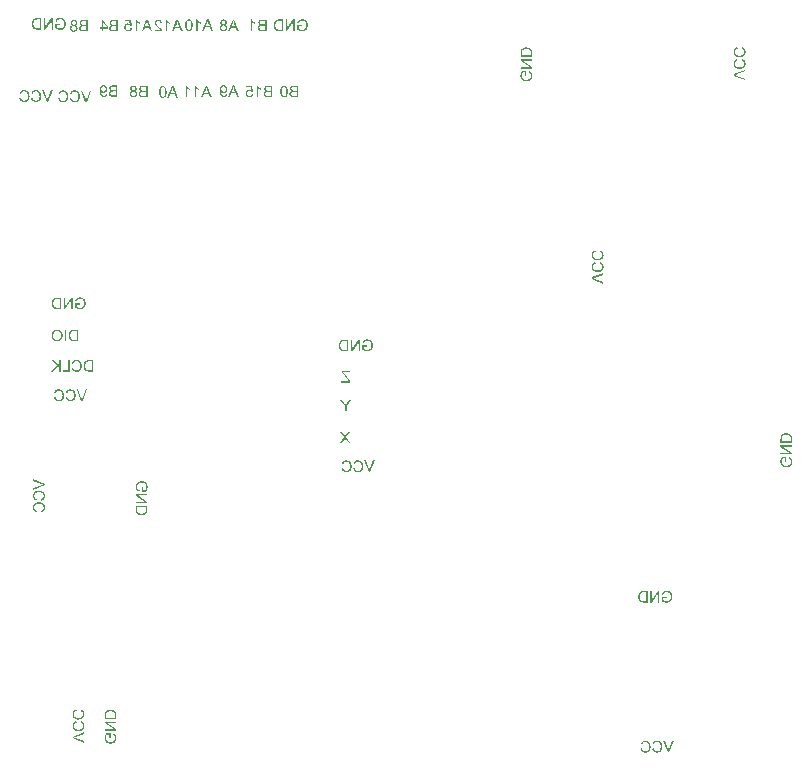
<source format=gbo>
G04*
G04 #@! TF.GenerationSoftware,Altium Limited,Altium Designer,19.1.8 (144)*
G04*
G04 Layer_Color=32896*
%FSLAX44Y44*%
%MOMM*%
G71*
G01*
G75*
G36*
X31732Y269312D02*
Y267990D01*
X21970Y264171D01*
Y265478D01*
X29058Y268123D01*
X29355Y268227D01*
X29652Y268331D01*
X29920Y268421D01*
X30157Y268495D01*
X30365Y268554D01*
X30529Y268599D01*
X30588Y268614D01*
X30633Y268629D01*
X30648Y268643D01*
X30663D01*
X30098Y268807D01*
X29831Y268896D01*
X29578Y268985D01*
X29370Y269060D01*
X29206Y269104D01*
X29147Y269134D01*
X29102Y269149D01*
X29073Y269163D01*
X29058D01*
X21970Y271690D01*
Y273101D01*
X31732Y269312D01*
D02*
G37*
G36*
X27304Y263354D02*
X27780Y263294D01*
X28226Y263205D01*
X28434Y263160D01*
X28612Y263116D01*
X28790Y263071D01*
X28939Y263027D01*
X29073Y262982D01*
X29192Y262938D01*
X29281Y262908D01*
X29340Y262878D01*
X29385Y262863D01*
X29400D01*
X29831Y262655D01*
X30202Y262403D01*
X30529Y262165D01*
X30782Y261912D01*
X30989Y261704D01*
X31138Y261526D01*
X31183Y261452D01*
X31227Y261407D01*
X31242Y261377D01*
X31257Y261362D01*
X31376Y261169D01*
X31465Y260961D01*
X31628Y260545D01*
X31732Y260114D01*
X31822Y259698D01*
X31837Y259520D01*
X31866Y259342D01*
X31881Y259193D01*
Y259059D01*
X31896Y258941D01*
Y258792D01*
X31881Y258510D01*
X31866Y258242D01*
X31762Y257752D01*
X31703Y257529D01*
X31628Y257306D01*
X31554Y257113D01*
X31480Y256935D01*
X31406Y256771D01*
X31331Y256637D01*
X31257Y256518D01*
X31198Y256415D01*
X31138Y256325D01*
X31093Y256266D01*
X31079Y256236D01*
X31064Y256221D01*
X30900Y256028D01*
X30722Y255850D01*
X30336Y255553D01*
X29934Y255285D01*
X29533Y255092D01*
X29355Y255003D01*
X29192Y254944D01*
X29028Y254884D01*
X28909Y254825D01*
X28790Y254795D01*
X28716Y254765D01*
X28657Y254750D01*
X28642D01*
X28315Y256043D01*
X28746Y256162D01*
X29132Y256311D01*
X29444Y256489D01*
X29712Y256652D01*
X29905Y256816D01*
X30053Y256949D01*
X30143Y257039D01*
X30157Y257053D01*
X30172Y257068D01*
X30380Y257365D01*
X30529Y257663D01*
X30648Y257975D01*
X30722Y258257D01*
X30767Y258510D01*
X30782Y258629D01*
Y258718D01*
X30796Y258792D01*
Y258896D01*
X30782Y259223D01*
X30722Y259535D01*
X30648Y259817D01*
X30573Y260055D01*
X30484Y260263D01*
X30425Y260426D01*
X30395Y260486D01*
X30365Y260530D01*
X30351Y260545D01*
Y260560D01*
X30157Y260828D01*
X29934Y261050D01*
X29712Y261244D01*
X29474Y261407D01*
X29281Y261526D01*
X29102Y261600D01*
X29043Y261630D01*
X28998Y261660D01*
X28969Y261675D01*
X28954D01*
X28597Y261793D01*
X28226Y261883D01*
X27854Y261942D01*
X27513Y261987D01*
X27364Y262001D01*
X27230Y262016D01*
X27096D01*
X26992Y262031D01*
X26903D01*
X26844D01*
X26799D01*
X26784D01*
X26428Y262016D01*
X26086Y261987D01*
X25774Y261942D01*
X25492Y261883D01*
X25254Y261823D01*
X25150Y261808D01*
X25076Y261779D01*
X25001Y261764D01*
X24957Y261749D01*
X24927Y261734D01*
X24912D01*
X24585Y261600D01*
X24288Y261437D01*
X24050Y261259D01*
X23842Y261095D01*
X23679Y260932D01*
X23560Y260798D01*
X23486Y260709D01*
X23456Y260694D01*
Y260679D01*
X23278Y260382D01*
X23144Y260070D01*
X23040Y259758D01*
X22980Y259461D01*
X22936Y259193D01*
X22921Y259089D01*
Y258985D01*
X22906Y258911D01*
Y258807D01*
X22921Y258450D01*
X22980Y258138D01*
X23055Y257856D01*
X23144Y257633D01*
X23248Y257440D01*
X23322Y257306D01*
X23382Y257217D01*
X23396Y257187D01*
X23605Y256949D01*
X23842Y256756D01*
X24110Y256578D01*
X24362Y256444D01*
X24585Y256340D01*
X24689Y256296D01*
X24778Y256251D01*
X24853Y256221D01*
X24912Y256206D01*
X24942Y256192D01*
X24957D01*
X24660Y254914D01*
X24184Y255092D01*
X23961Y255196D01*
X23768Y255300D01*
X23575Y255419D01*
X23396Y255538D01*
X23248Y255642D01*
X23099Y255761D01*
X22980Y255865D01*
X22877Y255969D01*
X22773Y256073D01*
X22698Y256147D01*
X22639Y256221D01*
X22594Y256266D01*
X22579Y256296D01*
X22564Y256311D01*
X22431Y256504D01*
X22312Y256697D01*
X22208Y256905D01*
X22119Y257113D01*
X21985Y257529D01*
X21896Y257915D01*
X21866Y258094D01*
X21851Y258257D01*
X21836Y258406D01*
X21821Y258524D01*
X21807Y258629D01*
Y258777D01*
X21836Y259253D01*
X21896Y259698D01*
X22000Y260100D01*
X22044Y260278D01*
X22104Y260441D01*
X22163Y260590D01*
X22208Y260739D01*
X22267Y260857D01*
X22312Y260947D01*
X22342Y261036D01*
X22371Y261095D01*
X22401Y261125D01*
Y261140D01*
X22639Y261511D01*
X22921Y261853D01*
X23203Y262135D01*
X23486Y262358D01*
X23738Y262551D01*
X23842Y262626D01*
X23932Y262685D01*
X24021Y262730D01*
X24080Y262759D01*
X24110Y262789D01*
X24125D01*
X24556Y262982D01*
X25016Y263131D01*
X25462Y263220D01*
X25878Y263294D01*
X26071Y263324D01*
X26235Y263339D01*
X26398Y263354D01*
X26532D01*
X26636Y263368D01*
X26710D01*
X26769D01*
X26784D01*
X27304Y263354D01*
D02*
G37*
G36*
Y253517D02*
X27780Y253458D01*
X28226Y253368D01*
X28434Y253324D01*
X28612Y253279D01*
X28790Y253235D01*
X28939Y253190D01*
X29073Y253146D01*
X29192Y253101D01*
X29281Y253071D01*
X29340Y253041D01*
X29385Y253027D01*
X29400D01*
X29831Y252819D01*
X30202Y252566D01*
X30529Y252328D01*
X30782Y252076D01*
X30989Y251868D01*
X31138Y251689D01*
X31183Y251615D01*
X31227Y251570D01*
X31242Y251541D01*
X31257Y251526D01*
X31376Y251333D01*
X31465Y251125D01*
X31628Y250709D01*
X31732Y250278D01*
X31822Y249862D01*
X31837Y249683D01*
X31866Y249505D01*
X31881Y249356D01*
Y249223D01*
X31896Y249104D01*
Y248955D01*
X31881Y248673D01*
X31866Y248405D01*
X31762Y247915D01*
X31703Y247692D01*
X31628Y247469D01*
X31554Y247276D01*
X31480Y247098D01*
X31406Y246935D01*
X31331Y246801D01*
X31257Y246682D01*
X31198Y246578D01*
X31138Y246489D01*
X31093Y246429D01*
X31079Y246399D01*
X31064Y246385D01*
X30900Y246192D01*
X30722Y246013D01*
X30336Y245716D01*
X29934Y245449D01*
X29533Y245255D01*
X29355Y245166D01*
X29192Y245107D01*
X29028Y245047D01*
X28909Y244988D01*
X28790Y244958D01*
X28716Y244928D01*
X28657Y244914D01*
X28642D01*
X28315Y246206D01*
X28746Y246325D01*
X29132Y246474D01*
X29444Y246652D01*
X29712Y246816D01*
X29905Y246979D01*
X30053Y247113D01*
X30143Y247202D01*
X30157Y247217D01*
X30172Y247232D01*
X30380Y247529D01*
X30529Y247826D01*
X30648Y248138D01*
X30722Y248420D01*
X30767Y248673D01*
X30782Y248792D01*
Y248881D01*
X30796Y248955D01*
Y249059D01*
X30782Y249386D01*
X30722Y249698D01*
X30648Y249981D01*
X30573Y250218D01*
X30484Y250426D01*
X30425Y250590D01*
X30395Y250649D01*
X30365Y250694D01*
X30351Y250709D01*
Y250723D01*
X30157Y250991D01*
X29934Y251214D01*
X29712Y251407D01*
X29474Y251570D01*
X29281Y251689D01*
X29102Y251764D01*
X29043Y251793D01*
X28998Y251823D01*
X28969Y251838D01*
X28954D01*
X28597Y251957D01*
X28226Y252046D01*
X27854Y252105D01*
X27513Y252150D01*
X27364Y252165D01*
X27230Y252180D01*
X27096D01*
X26992Y252194D01*
X26903D01*
X26844D01*
X26799D01*
X26784D01*
X26428Y252180D01*
X26086Y252150D01*
X25774Y252105D01*
X25492Y252046D01*
X25254Y251987D01*
X25150Y251972D01*
X25076Y251942D01*
X25001Y251927D01*
X24957Y251912D01*
X24927Y251897D01*
X24912D01*
X24585Y251764D01*
X24288Y251600D01*
X24050Y251422D01*
X23842Y251258D01*
X23679Y251095D01*
X23560Y250961D01*
X23486Y250872D01*
X23456Y250857D01*
Y250842D01*
X23278Y250545D01*
X23144Y250233D01*
X23040Y249921D01*
X22980Y249624D01*
X22936Y249356D01*
X22921Y249252D01*
Y249148D01*
X22906Y249074D01*
Y248970D01*
X22921Y248613D01*
X22980Y248302D01*
X23055Y248019D01*
X23144Y247796D01*
X23248Y247603D01*
X23322Y247469D01*
X23382Y247380D01*
X23396Y247351D01*
X23605Y247113D01*
X23842Y246920D01*
X24110Y246741D01*
X24362Y246608D01*
X24585Y246504D01*
X24689Y246459D01*
X24778Y246414D01*
X24853Y246385D01*
X24912Y246370D01*
X24942Y246355D01*
X24957D01*
X24660Y245077D01*
X24184Y245255D01*
X23961Y245359D01*
X23768Y245463D01*
X23575Y245582D01*
X23396Y245701D01*
X23248Y245805D01*
X23099Y245924D01*
X22980Y246028D01*
X22877Y246132D01*
X22773Y246236D01*
X22698Y246310D01*
X22639Y246385D01*
X22594Y246429D01*
X22579Y246459D01*
X22564Y246474D01*
X22431Y246667D01*
X22312Y246860D01*
X22208Y247068D01*
X22119Y247276D01*
X21985Y247692D01*
X21896Y248079D01*
X21866Y248257D01*
X21851Y248420D01*
X21836Y248569D01*
X21821Y248688D01*
X21807Y248792D01*
Y248940D01*
X21836Y249416D01*
X21896Y249862D01*
X22000Y250263D01*
X22044Y250441D01*
X22104Y250605D01*
X22163Y250753D01*
X22208Y250902D01*
X22267Y251021D01*
X22312Y251110D01*
X22342Y251199D01*
X22371Y251258D01*
X22401Y251288D01*
Y251303D01*
X22639Y251674D01*
X22921Y252016D01*
X23203Y252299D01*
X23486Y252521D01*
X23738Y252715D01*
X23842Y252789D01*
X23932Y252848D01*
X24021Y252893D01*
X24080Y252923D01*
X24110Y252952D01*
X24125D01*
X24556Y253146D01*
X25016Y253294D01*
X25462Y253383D01*
X25878Y253458D01*
X26071Y253487D01*
X26235Y253502D01*
X26398Y253517D01*
X26532D01*
X26636Y253532D01*
X26710D01*
X26769D01*
X26784D01*
X27304Y253517D01*
D02*
G37*
G36*
X45510Y364065D02*
X44217D01*
Y367453D01*
X42627Y368984D01*
X39150Y364065D01*
X37441D01*
X41720Y369860D01*
X37619Y373828D01*
X39373D01*
X44217Y368999D01*
Y373828D01*
X45510D01*
Y364065D01*
D02*
G37*
G36*
X59120Y373961D02*
X59566Y373902D01*
X59967Y373798D01*
X60146Y373753D01*
X60309Y373694D01*
X60458Y373635D01*
X60606Y373590D01*
X60725Y373531D01*
X60814Y373486D01*
X60903Y373456D01*
X60963Y373427D01*
X60993Y373397D01*
X61007D01*
X61379Y373159D01*
X61721Y372877D01*
X62003Y372594D01*
X62226Y372312D01*
X62419Y372060D01*
X62493Y371955D01*
X62553Y371866D01*
X62597Y371777D01*
X62627Y371718D01*
X62657Y371688D01*
Y371673D01*
X62850Y371242D01*
X62999Y370782D01*
X63088Y370336D01*
X63162Y369920D01*
X63192Y369727D01*
X63207Y369563D01*
X63221Y369400D01*
Y369266D01*
X63236Y369162D01*
Y369088D01*
Y369028D01*
Y369013D01*
X63221Y368493D01*
X63162Y368018D01*
X63073Y367572D01*
X63028Y367364D01*
X62984Y367186D01*
X62939Y367007D01*
X62895Y366859D01*
X62850Y366725D01*
X62805Y366606D01*
X62776Y366517D01*
X62746Y366458D01*
X62731Y366413D01*
Y366398D01*
X62523Y365967D01*
X62270Y365596D01*
X62033Y365269D01*
X61780Y365016D01*
X61572Y364808D01*
X61394Y364660D01*
X61319Y364615D01*
X61275Y364571D01*
X61245Y364556D01*
X61230Y364541D01*
X61037Y364422D01*
X60829Y364333D01*
X60413Y364169D01*
X59982Y364065D01*
X59566Y363976D01*
X59388Y363961D01*
X59209Y363932D01*
X59061Y363917D01*
X58927D01*
X58808Y363902D01*
X58660D01*
X58377Y363917D01*
X58110Y363932D01*
X57620Y364036D01*
X57397Y364095D01*
X57174Y364169D01*
X56981Y364244D01*
X56802Y364318D01*
X56639Y364392D01*
X56505Y364467D01*
X56386Y364541D01*
X56282Y364600D01*
X56193Y364660D01*
X56134Y364704D01*
X56104Y364719D01*
X56089Y364734D01*
X55896Y364897D01*
X55718Y365076D01*
X55420Y365462D01*
X55153Y365863D01*
X54960Y366264D01*
X54871Y366443D01*
X54811Y366606D01*
X54752Y366770D01*
X54692Y366889D01*
X54663Y367007D01*
X54633Y367082D01*
X54618Y367141D01*
Y367156D01*
X55911Y367483D01*
X56030Y367052D01*
X56178Y366666D01*
X56357Y366354D01*
X56520Y366086D01*
X56684Y365893D01*
X56817Y365744D01*
X56906Y365655D01*
X56921Y365640D01*
X56936Y365626D01*
X57233Y365418D01*
X57530Y365269D01*
X57842Y365150D01*
X58125Y365076D01*
X58377Y365031D01*
X58496Y365016D01*
X58585D01*
X58660Y365001D01*
X58764D01*
X59091Y365016D01*
X59403Y365076D01*
X59685Y365150D01*
X59923Y365224D01*
X60131Y365313D01*
X60294Y365373D01*
X60354Y365403D01*
X60398Y365432D01*
X60413Y365447D01*
X60428D01*
X60695Y365640D01*
X60918Y365863D01*
X61111Y366086D01*
X61275Y366324D01*
X61394Y366517D01*
X61468Y366695D01*
X61498Y366755D01*
X61528Y366799D01*
X61542Y366829D01*
Y366844D01*
X61661Y367201D01*
X61750Y367572D01*
X61810Y367944D01*
X61854Y368285D01*
X61869Y368434D01*
X61884Y368568D01*
Y368701D01*
X61899Y368805D01*
Y368895D01*
Y368954D01*
Y368999D01*
Y369013D01*
X61884Y369370D01*
X61854Y369712D01*
X61810Y370024D01*
X61750Y370306D01*
X61691Y370544D01*
X61676Y370648D01*
X61646Y370722D01*
X61631Y370797D01*
X61617Y370841D01*
X61602Y370871D01*
Y370886D01*
X61468Y371213D01*
X61305Y371510D01*
X61126Y371748D01*
X60963Y371955D01*
X60799Y372119D01*
X60666Y372238D01*
X60577Y372312D01*
X60562Y372342D01*
X60547D01*
X60250Y372520D01*
X59938Y372654D01*
X59626Y372758D01*
X59328Y372817D01*
X59061Y372862D01*
X58957Y372877D01*
X58853D01*
X58779Y372892D01*
X58675D01*
X58318Y372877D01*
X58006Y372817D01*
X57724Y372743D01*
X57501Y372654D01*
X57308Y372550D01*
X57174Y372476D01*
X57085Y372416D01*
X57055Y372401D01*
X56817Y372193D01*
X56624Y371955D01*
X56446Y371688D01*
X56312Y371435D01*
X56208Y371213D01*
X56163Y371109D01*
X56119Y371019D01*
X56089Y370945D01*
X56074Y370886D01*
X56059Y370856D01*
Y370841D01*
X54781Y371138D01*
X54960Y371614D01*
X55064Y371837D01*
X55168Y372030D01*
X55287Y372223D01*
X55406Y372401D01*
X55510Y372550D01*
X55628Y372698D01*
X55732Y372817D01*
X55837Y372921D01*
X55940Y373025D01*
X56015Y373100D01*
X56089Y373159D01*
X56134Y373204D01*
X56163Y373218D01*
X56178Y373233D01*
X56371Y373367D01*
X56565Y373486D01*
X56773Y373590D01*
X56981Y373679D01*
X57397Y373813D01*
X57783Y373902D01*
X57961Y373932D01*
X58125Y373947D01*
X58273Y373961D01*
X58392Y373976D01*
X58496Y373991D01*
X58645D01*
X59120Y373961D01*
D02*
G37*
G36*
X72702Y364065D02*
X69195D01*
X68868Y364080D01*
X68571Y364095D01*
X68303Y364125D01*
X68080Y364155D01*
X67887Y364184D01*
X67753Y364199D01*
X67664Y364229D01*
X67635D01*
X67382Y364303D01*
X67159Y364377D01*
X66966Y364452D01*
X66803Y364526D01*
X66669Y364600D01*
X66565Y364660D01*
X66490Y364689D01*
X66476Y364704D01*
X66297Y364838D01*
X66134Y364987D01*
X65970Y365135D01*
X65851Y365269D01*
X65733Y365403D01*
X65658Y365507D01*
X65599Y365566D01*
X65584Y365596D01*
X65435Y365819D01*
X65302Y366057D01*
X65183Y366294D01*
X65094Y366517D01*
X65019Y366725D01*
X64960Y366874D01*
X64945Y366933D01*
X64930Y366978D01*
X64915Y367007D01*
Y367022D01*
X64826Y367349D01*
X64767Y367691D01*
X64707Y368033D01*
X64678Y368330D01*
X64663Y368597D01*
Y368716D01*
X64648Y368805D01*
Y368895D01*
Y368954D01*
Y368984D01*
Y368999D01*
X64663Y369474D01*
X64707Y369905D01*
X64767Y370291D01*
X64811Y370470D01*
X64841Y370633D01*
X64871Y370782D01*
X64915Y370915D01*
X64945Y371034D01*
X64975Y371123D01*
X65005Y371198D01*
X65019Y371257D01*
X65034Y371287D01*
Y371302D01*
X65198Y371673D01*
X65376Y372000D01*
X65569Y372282D01*
X65762Y372520D01*
X65926Y372713D01*
X66059Y372862D01*
X66164Y372951D01*
X66178Y372981D01*
X66193D01*
X66431Y373159D01*
X66669Y373308D01*
X66906Y373427D01*
X67129Y373516D01*
X67323Y373590D01*
X67486Y373635D01*
X67545Y373664D01*
X67575D01*
X67605Y373679D01*
X67620D01*
X67857Y373724D01*
X68140Y373768D01*
X68437Y373798D01*
X68704Y373813D01*
X68957Y373828D01*
X72702D01*
Y364065D01*
D02*
G37*
G36*
X53088D02*
X46995D01*
Y365210D01*
X51795D01*
Y373828D01*
X53088D01*
Y364065D01*
D02*
G37*
G36*
X60142Y389763D02*
X56636D01*
X56309Y389778D01*
X56012Y389793D01*
X55744Y389822D01*
X55521Y389852D01*
X55328Y389882D01*
X55195Y389897D01*
X55105Y389926D01*
X55076D01*
X54823Y390001D01*
X54600Y390075D01*
X54407Y390149D01*
X54243Y390224D01*
X54110Y390298D01*
X54006Y390357D01*
X53931Y390387D01*
X53917Y390402D01*
X53738Y390536D01*
X53575Y390684D01*
X53411Y390833D01*
X53292Y390966D01*
X53174Y391100D01*
X53099Y391204D01*
X53040Y391264D01*
X53025Y391293D01*
X52876Y391516D01*
X52743Y391754D01*
X52624Y391992D01*
X52535Y392215D01*
X52460Y392423D01*
X52401Y392571D01*
X52386Y392631D01*
X52371Y392675D01*
X52356Y392705D01*
Y392720D01*
X52267Y393047D01*
X52208Y393388D01*
X52148Y393730D01*
X52119Y394027D01*
X52104Y394295D01*
Y394414D01*
X52089Y394503D01*
Y394592D01*
Y394652D01*
Y394681D01*
Y394696D01*
X52104Y395172D01*
X52148Y395602D01*
X52208Y395989D01*
X52252Y396167D01*
X52282Y396331D01*
X52312Y396479D01*
X52356Y396613D01*
X52386Y396732D01*
X52416Y396821D01*
X52446Y396895D01*
X52460Y396955D01*
X52475Y396984D01*
Y396999D01*
X52639Y397371D01*
X52817Y397698D01*
X53010Y397980D01*
X53203Y398218D01*
X53367Y398411D01*
X53500Y398559D01*
X53604Y398649D01*
X53619Y398678D01*
X53634D01*
X53872Y398857D01*
X54110Y399005D01*
X54348Y399124D01*
X54570Y399213D01*
X54763Y399288D01*
X54927Y399332D01*
X54986Y399362D01*
X55016D01*
X55046Y399377D01*
X55061D01*
X55299Y399421D01*
X55581Y399466D01*
X55878Y399496D01*
X56145Y399510D01*
X56398Y399525D01*
X60142D01*
Y389763D01*
D02*
G37*
G36*
X50083D02*
X48790D01*
Y399525D01*
X50083D01*
Y389763D01*
D02*
G37*
G36*
X42624Y399674D02*
X42995Y399629D01*
X43337Y399555D01*
X43649Y399481D01*
X43946Y399362D01*
X44229Y399258D01*
X44481Y399124D01*
X44719Y399005D01*
X44927Y398871D01*
X45105Y398738D01*
X45254Y398634D01*
X45388Y398530D01*
X45491Y398441D01*
X45566Y398366D01*
X45610Y398322D01*
X45625Y398307D01*
X45848Y398039D01*
X46056Y397757D01*
X46220Y397445D01*
X46368Y397133D01*
X46502Y396821D01*
X46606Y396509D01*
X46680Y396197D01*
X46754Y395900D01*
X46814Y395602D01*
X46844Y395350D01*
X46873Y395112D01*
X46903Y394904D01*
Y394741D01*
X46918Y394607D01*
Y394533D01*
Y394503D01*
X46888Y394027D01*
X46829Y393582D01*
X46740Y393166D01*
X46695Y392987D01*
X46636Y392809D01*
X46591Y392646D01*
X46547Y392497D01*
X46502Y392378D01*
X46457Y392274D01*
X46413Y392185D01*
X46398Y392126D01*
X46368Y392081D01*
Y392066D01*
X46130Y391665D01*
X45878Y391293D01*
X45595Y390996D01*
X45328Y390729D01*
X45090Y390521D01*
X44986Y390447D01*
X44897Y390372D01*
X44823Y390328D01*
X44763Y390283D01*
X44734Y390268D01*
X44719Y390253D01*
X44511Y390134D01*
X44303Y390045D01*
X43872Y389882D01*
X43456Y389763D01*
X43084Y389689D01*
X42906Y389659D01*
X42743Y389629D01*
X42609Y389614D01*
X42490D01*
X42386Y389599D01*
X42252D01*
X41792Y389629D01*
X41346Y389689D01*
X40945Y389793D01*
X40603Y389897D01*
X40440Y389956D01*
X40306Y390001D01*
X40187Y390060D01*
X40083Y390105D01*
X39994Y390134D01*
X39934Y390164D01*
X39904Y390194D01*
X39890D01*
X39503Y390447D01*
X39162Y390729D01*
X38864Y391026D01*
X38627Y391308D01*
X38448Y391561D01*
X38374Y391680D01*
X38300Y391769D01*
X38255Y391858D01*
X38226Y391917D01*
X38196Y391947D01*
Y391962D01*
X37988Y392408D01*
X37839Y392868D01*
X37735Y393314D01*
X37661Y393730D01*
X37631Y393923D01*
X37616Y394087D01*
X37601Y394235D01*
Y394369D01*
X37587Y394473D01*
Y394562D01*
Y394607D01*
Y394622D01*
X37616Y395157D01*
X37676Y395647D01*
X37765Y396093D01*
X37824Y396286D01*
X37869Y396479D01*
X37928Y396643D01*
X37988Y396791D01*
X38032Y396925D01*
X38077Y397029D01*
X38107Y397118D01*
X38136Y397178D01*
X38166Y397222D01*
Y397237D01*
X38404Y397653D01*
X38656Y398010D01*
X38939Y398322D01*
X39206Y398574D01*
X39444Y398768D01*
X39548Y398857D01*
X39637Y398916D01*
X39711Y398975D01*
X39771Y399005D01*
X39801Y399035D01*
X39815D01*
X40023Y399154D01*
X40231Y399258D01*
X40648Y399406D01*
X41063Y399525D01*
X41435Y399614D01*
X41613Y399629D01*
X41762Y399659D01*
X41911Y399674D01*
X42029D01*
X42119Y399689D01*
X42252D01*
X42624Y399674D01*
D02*
G37*
G36*
X63939Y339169D02*
X62616D01*
X58797Y348931D01*
X60105D01*
X62750Y341843D01*
X62854Y341546D01*
X62958Y341249D01*
X63047Y340981D01*
X63121Y340744D01*
X63181Y340536D01*
X63225Y340372D01*
X63240Y340313D01*
X63255Y340268D01*
X63270Y340253D01*
Y340238D01*
X63433Y340803D01*
X63523Y341071D01*
X63612Y341323D01*
X63686Y341531D01*
X63731Y341695D01*
X63760Y341754D01*
X63775Y341799D01*
X63790Y341828D01*
Y341843D01*
X66316Y348931D01*
X67728D01*
X63939Y339169D01*
D02*
G37*
G36*
X53879Y349065D02*
X54325Y349005D01*
X54726Y348901D01*
X54904Y348857D01*
X55068Y348797D01*
X55216Y348738D01*
X55365Y348693D01*
X55484Y348634D01*
X55573Y348589D01*
X55662Y348559D01*
X55722Y348530D01*
X55751Y348500D01*
X55766D01*
X56138Y348262D01*
X56479Y347980D01*
X56762Y347698D01*
X56985Y347415D01*
X57178Y347163D01*
X57252Y347059D01*
X57312Y346969D01*
X57356Y346880D01*
X57386Y346821D01*
X57415Y346791D01*
Y346776D01*
X57609Y346345D01*
X57757Y345885D01*
X57846Y345439D01*
X57921Y345023D01*
X57950Y344830D01*
X57965Y344666D01*
X57980Y344503D01*
Y344369D01*
X57995Y344265D01*
Y344191D01*
Y344131D01*
Y344117D01*
X57980Y343596D01*
X57921Y343121D01*
X57832Y342675D01*
X57787Y342467D01*
X57742Y342289D01*
X57698Y342111D01*
X57653Y341962D01*
X57609Y341828D01*
X57564Y341709D01*
X57534Y341620D01*
X57505Y341561D01*
X57490Y341516D01*
Y341501D01*
X57282Y341071D01*
X57029Y340699D01*
X56791Y340372D01*
X56539Y340120D01*
X56331Y339911D01*
X56153Y339763D01*
X56078Y339718D01*
X56034Y339674D01*
X56004Y339659D01*
X55989Y339644D01*
X55796Y339525D01*
X55588Y339436D01*
X55172Y339272D01*
X54741Y339169D01*
X54325Y339079D01*
X54146Y339064D01*
X53968Y339035D01*
X53820Y339020D01*
X53686D01*
X53567Y339005D01*
X53418D01*
X53136Y339020D01*
X52869Y339035D01*
X52378Y339139D01*
X52155Y339198D01*
X51933Y339272D01*
X51739Y339347D01*
X51561Y339421D01*
X51398Y339495D01*
X51264Y339570D01*
X51145Y339644D01*
X51041Y339703D01*
X50952Y339763D01*
X50892Y339808D01*
X50863Y339822D01*
X50848Y339837D01*
X50655Y340001D01*
X50476Y340179D01*
X50179Y340565D01*
X49912Y340966D01*
X49718Y341368D01*
X49629Y341546D01*
X49570Y341709D01*
X49510Y341873D01*
X49451Y341992D01*
X49421Y342111D01*
X49392Y342185D01*
X49377Y342244D01*
Y342259D01*
X50669Y342586D01*
X50788Y342155D01*
X50937Y341769D01*
X51115Y341457D01*
X51279Y341189D01*
X51442Y340996D01*
X51576Y340848D01*
X51665Y340758D01*
X51680Y340744D01*
X51695Y340729D01*
X51992Y340521D01*
X52289Y340372D01*
X52601Y340253D01*
X52884Y340179D01*
X53136Y340134D01*
X53255Y340120D01*
X53344D01*
X53418Y340105D01*
X53522D01*
X53849Y340120D01*
X54161Y340179D01*
X54444Y340253D01*
X54681Y340327D01*
X54889Y340417D01*
X55053Y340476D01*
X55112Y340506D01*
X55157Y340536D01*
X55172Y340550D01*
X55187D01*
X55454Y340744D01*
X55677Y340966D01*
X55870Y341189D01*
X56034Y341427D01*
X56153Y341620D01*
X56227Y341799D01*
X56256Y341858D01*
X56286Y341903D01*
X56301Y341932D01*
Y341947D01*
X56420Y342304D01*
X56509Y342675D01*
X56568Y343047D01*
X56613Y343388D01*
X56628Y343537D01*
X56643Y343671D01*
Y343805D01*
X56658Y343909D01*
Y343998D01*
Y344057D01*
Y344102D01*
Y344117D01*
X56643Y344473D01*
X56613Y344815D01*
X56568Y345127D01*
X56509Y345409D01*
X56450Y345647D01*
X56435Y345751D01*
X56405Y345825D01*
X56390Y345900D01*
X56375Y345944D01*
X56361Y345974D01*
Y345989D01*
X56227Y346316D01*
X56063Y346613D01*
X55885Y346851D01*
X55722Y347059D01*
X55558Y347222D01*
X55424Y347341D01*
X55335Y347415D01*
X55320Y347445D01*
X55306D01*
X55008Y347623D01*
X54696Y347757D01*
X54384Y347861D01*
X54087Y347920D01*
X53820Y347965D01*
X53716Y347980D01*
X53612D01*
X53537Y347995D01*
X53433D01*
X53077Y347980D01*
X52765Y347920D01*
X52482Y347846D01*
X52259Y347757D01*
X52066Y347653D01*
X51933Y347579D01*
X51843Y347519D01*
X51814Y347504D01*
X51576Y347296D01*
X51383Y347059D01*
X51204Y346791D01*
X51071Y346539D01*
X50967Y346316D01*
X50922Y346212D01*
X50877Y346123D01*
X50848Y346048D01*
X50833Y345989D01*
X50818Y345959D01*
Y345944D01*
X49540Y346241D01*
X49718Y346717D01*
X49823Y346940D01*
X49927Y347133D01*
X50045Y347326D01*
X50164Y347504D01*
X50268Y347653D01*
X50387Y347802D01*
X50491Y347920D01*
X50595Y348024D01*
X50699Y348129D01*
X50774Y348203D01*
X50848Y348262D01*
X50892Y348307D01*
X50922Y348322D01*
X50937Y348336D01*
X51130Y348470D01*
X51323Y348589D01*
X51531Y348693D01*
X51739Y348782D01*
X52155Y348916D01*
X52542Y349005D01*
X52720Y349035D01*
X52884Y349050D01*
X53032Y349065D01*
X53151Y349080D01*
X53255Y349094D01*
X53404D01*
X53879Y349065D01*
D02*
G37*
G36*
X44042D02*
X44488Y349005D01*
X44889Y348901D01*
X45068Y348857D01*
X45231Y348797D01*
X45380Y348738D01*
X45528Y348693D01*
X45647Y348634D01*
X45736Y348589D01*
X45826Y348559D01*
X45885Y348530D01*
X45915Y348500D01*
X45929D01*
X46301Y348262D01*
X46643Y347980D01*
X46925Y347698D01*
X47148Y347415D01*
X47341Y347163D01*
X47415Y347059D01*
X47475Y346969D01*
X47519Y346880D01*
X47549Y346821D01*
X47579Y346791D01*
Y346776D01*
X47772Y346345D01*
X47921Y345885D01*
X48010Y345439D01*
X48084Y345023D01*
X48114Y344830D01*
X48129Y344666D01*
X48144Y344503D01*
Y344369D01*
X48158Y344265D01*
Y344191D01*
Y344131D01*
Y344117D01*
X48144Y343596D01*
X48084Y343121D01*
X47995Y342675D01*
X47950Y342467D01*
X47906Y342289D01*
X47861Y342111D01*
X47817Y341962D01*
X47772Y341828D01*
X47727Y341709D01*
X47698Y341620D01*
X47668Y341561D01*
X47653Y341516D01*
Y341501D01*
X47445Y341071D01*
X47193Y340699D01*
X46955Y340372D01*
X46702Y340120D01*
X46494Y339911D01*
X46316Y339763D01*
X46241Y339718D01*
X46197Y339674D01*
X46167Y339659D01*
X46152Y339644D01*
X45959Y339525D01*
X45751Y339436D01*
X45335Y339272D01*
X44904Y339169D01*
X44488Y339079D01*
X44310Y339064D01*
X44131Y339035D01*
X43983Y339020D01*
X43849D01*
X43730Y339005D01*
X43582D01*
X43299Y339020D01*
X43032Y339035D01*
X42542Y339139D01*
X42319Y339198D01*
X42096Y339272D01*
X41903Y339347D01*
X41724Y339421D01*
X41561Y339495D01*
X41427Y339570D01*
X41308Y339644D01*
X41204Y339703D01*
X41115Y339763D01*
X41056Y339808D01*
X41026Y339822D01*
X41011Y339837D01*
X40818Y340001D01*
X40640Y340179D01*
X40342Y340565D01*
X40075Y340966D01*
X39882Y341368D01*
X39793Y341546D01*
X39733Y341709D01*
X39674Y341873D01*
X39614Y341992D01*
X39585Y342111D01*
X39555Y342185D01*
X39540Y342244D01*
Y342259D01*
X40833Y342586D01*
X40952Y342155D01*
X41100Y341769D01*
X41279Y341457D01*
X41442Y341189D01*
X41606Y340996D01*
X41739Y340848D01*
X41828Y340758D01*
X41843Y340744D01*
X41858Y340729D01*
X42155Y340521D01*
X42453Y340372D01*
X42765Y340253D01*
X43047Y340179D01*
X43299Y340134D01*
X43418Y340120D01*
X43507D01*
X43582Y340105D01*
X43686D01*
X44013Y340120D01*
X44325Y340179D01*
X44607Y340253D01*
X44845Y340327D01*
X45053Y340417D01*
X45216Y340476D01*
X45276Y340506D01*
X45320Y340536D01*
X45335Y340550D01*
X45350D01*
X45617Y340744D01*
X45840Y340966D01*
X46034Y341189D01*
X46197Y341427D01*
X46316Y341620D01*
X46390Y341799D01*
X46420Y341858D01*
X46449Y341903D01*
X46464Y341932D01*
Y341947D01*
X46583Y342304D01*
X46672Y342675D01*
X46732Y343047D01*
X46776Y343388D01*
X46791Y343537D01*
X46806Y343671D01*
Y343805D01*
X46821Y343909D01*
Y343998D01*
Y344057D01*
Y344102D01*
Y344117D01*
X46806Y344473D01*
X46776Y344815D01*
X46732Y345127D01*
X46672Y345409D01*
X46613Y345647D01*
X46598Y345751D01*
X46568Y345825D01*
X46554Y345900D01*
X46539Y345944D01*
X46524Y345974D01*
Y345989D01*
X46390Y346316D01*
X46227Y346613D01*
X46048Y346851D01*
X45885Y347059D01*
X45721Y347222D01*
X45588Y347341D01*
X45499Y347415D01*
X45484Y347445D01*
X45469D01*
X45172Y347623D01*
X44860Y347757D01*
X44548Y347861D01*
X44250Y347920D01*
X43983Y347965D01*
X43879Y347980D01*
X43775D01*
X43701Y347995D01*
X43597D01*
X43240Y347980D01*
X42928Y347920D01*
X42646Y347846D01*
X42423Y347757D01*
X42230Y347653D01*
X42096Y347579D01*
X42007Y347519D01*
X41977Y347504D01*
X41739Y347296D01*
X41546Y347059D01*
X41368Y346791D01*
X41234Y346539D01*
X41130Y346316D01*
X41085Y346212D01*
X41041Y346123D01*
X41011Y346048D01*
X40996Y345989D01*
X40981Y345959D01*
Y345944D01*
X39704Y346241D01*
X39882Y346717D01*
X39986Y346940D01*
X40090Y347133D01*
X40209Y347326D01*
X40328Y347504D01*
X40432Y347653D01*
X40550Y347802D01*
X40655Y347920D01*
X40759Y348024D01*
X40863Y348129D01*
X40937Y348203D01*
X41011Y348262D01*
X41056Y348307D01*
X41085Y348322D01*
X41100Y348336D01*
X41294Y348470D01*
X41487Y348589D01*
X41695Y348693D01*
X41903Y348782D01*
X42319Y348916D01*
X42705Y349005D01*
X42883Y349035D01*
X43047Y349050D01*
X43195Y349065D01*
X43314Y349080D01*
X43418Y349094D01*
X43567D01*
X44042Y349065D01*
D02*
G37*
G36*
X67475Y592258D02*
X66152D01*
X62334Y602020D01*
X63641D01*
X66286Y594932D01*
X66390Y594635D01*
X66494Y594338D01*
X66583Y594071D01*
X66658Y593833D01*
X66717Y593625D01*
X66762Y593461D01*
X66776Y593402D01*
X66791Y593357D01*
X66806Y593343D01*
Y593328D01*
X66970Y593892D01*
X67059Y594160D01*
X67148Y594412D01*
X67222Y594620D01*
X67267Y594784D01*
X67297Y594843D01*
X67311Y594888D01*
X67326Y594917D01*
Y594932D01*
X69852Y602020D01*
X71264D01*
X67475Y592258D01*
D02*
G37*
G36*
X57415Y602154D02*
X57861Y602094D01*
X58262Y601990D01*
X58440Y601946D01*
X58604Y601886D01*
X58753Y601827D01*
X58901Y601782D01*
X59020Y601723D01*
X59109Y601678D01*
X59198Y601649D01*
X59258Y601619D01*
X59288Y601589D01*
X59302D01*
X59674Y601352D01*
X60016Y601069D01*
X60298Y600787D01*
X60521Y600504D01*
X60714Y600252D01*
X60788Y600148D01*
X60848Y600059D01*
X60892Y599970D01*
X60922Y599910D01*
X60952Y599880D01*
Y599866D01*
X61145Y599435D01*
X61294Y598974D01*
X61383Y598528D01*
X61457Y598112D01*
X61487Y597919D01*
X61501Y597756D01*
X61516Y597592D01*
Y597458D01*
X61531Y597354D01*
Y597280D01*
Y597221D01*
Y597206D01*
X61516Y596686D01*
X61457Y596210D01*
X61368Y595765D01*
X61323Y595556D01*
X61279Y595378D01*
X61234Y595200D01*
X61189Y595051D01*
X61145Y594917D01*
X61100Y594799D01*
X61071Y594710D01*
X61041Y594650D01*
X61026Y594605D01*
Y594591D01*
X60818Y594160D01*
X60565Y593788D01*
X60328Y593461D01*
X60075Y593209D01*
X59867Y593001D01*
X59689Y592852D01*
X59614Y592808D01*
X59570Y592763D01*
X59540Y592748D01*
X59525Y592733D01*
X59332Y592614D01*
X59124Y592525D01*
X58708Y592362D01*
X58277Y592258D01*
X57861Y592169D01*
X57683Y592154D01*
X57504Y592124D01*
X57356Y592109D01*
X57222D01*
X57103Y592094D01*
X56955D01*
X56672Y592109D01*
X56405Y592124D01*
X55915Y592228D01*
X55692Y592287D01*
X55469Y592362D01*
X55276Y592436D01*
X55097Y592510D01*
X54934Y592585D01*
X54800Y592659D01*
X54681Y592733D01*
X54577Y592793D01*
X54488Y592852D01*
X54429Y592897D01*
X54399Y592911D01*
X54384Y592926D01*
X54191Y593090D01*
X54013Y593268D01*
X53715Y593655D01*
X53448Y594056D01*
X53255Y594457D01*
X53166Y594635D01*
X53106Y594799D01*
X53047Y594962D01*
X52987Y595081D01*
X52958Y595200D01*
X52928Y595274D01*
X52913Y595334D01*
Y595348D01*
X54206Y595675D01*
X54325Y595244D01*
X54473Y594858D01*
X54651Y594546D01*
X54815Y594279D01*
X54978Y594085D01*
X55112Y593937D01*
X55201Y593848D01*
X55216Y593833D01*
X55231Y593818D01*
X55528Y593610D01*
X55825Y593461D01*
X56137Y593343D01*
X56420Y593268D01*
X56672Y593224D01*
X56791Y593209D01*
X56880D01*
X56955Y593194D01*
X57059D01*
X57386Y593209D01*
X57698Y593268D01*
X57980Y593343D01*
X58218Y593417D01*
X58426Y593506D01*
X58589Y593565D01*
X58649Y593595D01*
X58693Y593625D01*
X58708Y593640D01*
X58723D01*
X58990Y593833D01*
X59213Y594056D01*
X59406Y594279D01*
X59570Y594516D01*
X59689Y594710D01*
X59763Y594888D01*
X59793Y594947D01*
X59822Y594992D01*
X59837Y595022D01*
Y595036D01*
X59956Y595393D01*
X60045Y595765D01*
X60105Y596136D01*
X60149Y596478D01*
X60164Y596626D01*
X60179Y596760D01*
Y596894D01*
X60194Y596998D01*
Y597087D01*
Y597146D01*
Y597191D01*
Y597206D01*
X60179Y597562D01*
X60149Y597904D01*
X60105Y598216D01*
X60045Y598498D01*
X59986Y598736D01*
X59971Y598840D01*
X59941Y598915D01*
X59926Y598989D01*
X59912Y599033D01*
X59897Y599063D01*
Y599078D01*
X59763Y599405D01*
X59600Y599702D01*
X59421Y599940D01*
X59258Y600148D01*
X59094Y600311D01*
X58961Y600430D01*
X58871Y600504D01*
X58857Y600534D01*
X58842D01*
X58545Y600713D01*
X58232Y600846D01*
X57920Y600950D01*
X57623Y601010D01*
X57356Y601054D01*
X57252Y601069D01*
X57148D01*
X57073Y601084D01*
X56969D01*
X56613Y601069D01*
X56301Y601010D01*
X56019Y600935D01*
X55796Y600846D01*
X55602Y600742D01*
X55469Y600668D01*
X55380Y600608D01*
X55350Y600594D01*
X55112Y600386D01*
X54919Y600148D01*
X54741Y599880D01*
X54607Y599628D01*
X54503Y599405D01*
X54458Y599301D01*
X54414Y599212D01*
X54384Y599137D01*
X54369Y599078D01*
X54354Y599048D01*
Y599033D01*
X53076Y599331D01*
X53255Y599806D01*
X53359Y600029D01*
X53463Y600222D01*
X53582Y600415D01*
X53700Y600594D01*
X53804Y600742D01*
X53923Y600891D01*
X54027Y601010D01*
X54131Y601114D01*
X54236Y601218D01*
X54310Y601292D01*
X54384Y601352D01*
X54429Y601396D01*
X54458Y601411D01*
X54473Y601426D01*
X54666Y601559D01*
X54859Y601678D01*
X55068Y601782D01*
X55276Y601871D01*
X55692Y602005D01*
X56078Y602094D01*
X56256Y602124D01*
X56420Y602139D01*
X56568Y602154D01*
X56687Y602169D01*
X56791Y602184D01*
X56940D01*
X57415Y602154D01*
D02*
G37*
G36*
X47579D02*
X48024Y602094D01*
X48426Y601990D01*
X48604Y601946D01*
X48767Y601886D01*
X48916Y601827D01*
X49064Y601782D01*
X49183Y601723D01*
X49272Y601678D01*
X49362Y601649D01*
X49421Y601619D01*
X49451Y601589D01*
X49466D01*
X49837Y601352D01*
X50179Y601069D01*
X50461Y600787D01*
X50684Y600504D01*
X50877Y600252D01*
X50952Y600148D01*
X51011Y600059D01*
X51056Y599970D01*
X51085Y599910D01*
X51115Y599880D01*
Y599866D01*
X51308Y599435D01*
X51457Y598974D01*
X51546Y598528D01*
X51620Y598112D01*
X51650Y597919D01*
X51665Y597756D01*
X51680Y597592D01*
Y597458D01*
X51695Y597354D01*
Y597280D01*
Y597221D01*
Y597206D01*
X51680Y596686D01*
X51620Y596210D01*
X51531Y595765D01*
X51487Y595556D01*
X51442Y595378D01*
X51397Y595200D01*
X51353Y595051D01*
X51308Y594917D01*
X51264Y594799D01*
X51234Y594710D01*
X51204Y594650D01*
X51189Y594605D01*
Y594591D01*
X50981Y594160D01*
X50729Y593788D01*
X50491Y593461D01*
X50238Y593209D01*
X50030Y593001D01*
X49852Y592852D01*
X49778Y592808D01*
X49733Y592763D01*
X49703Y592748D01*
X49689Y592733D01*
X49495Y592614D01*
X49287Y592525D01*
X48871Y592362D01*
X48440Y592258D01*
X48024Y592169D01*
X47846Y592154D01*
X47668Y592124D01*
X47519Y592109D01*
X47386D01*
X47267Y592094D01*
X47118D01*
X46836Y592109D01*
X46568Y592124D01*
X46078Y592228D01*
X45855Y592287D01*
X45632Y592362D01*
X45439Y592436D01*
X45261Y592510D01*
X45097Y592585D01*
X44963Y592659D01*
X44845Y592733D01*
X44741Y592793D01*
X44651Y592852D01*
X44592Y592897D01*
X44562Y592911D01*
X44547Y592926D01*
X44354Y593090D01*
X44176Y593268D01*
X43879Y593655D01*
X43611Y594056D01*
X43418Y594457D01*
X43329Y594635D01*
X43270Y594799D01*
X43210Y594962D01*
X43151Y595081D01*
X43121Y595200D01*
X43091Y595274D01*
X43076Y595334D01*
Y595348D01*
X44369Y595675D01*
X44488Y595244D01*
X44637Y594858D01*
X44815Y594546D01*
X44978Y594279D01*
X45142Y594085D01*
X45276Y593937D01*
X45365Y593848D01*
X45380Y593833D01*
X45394Y593818D01*
X45691Y593610D01*
X45989Y593461D01*
X46301Y593343D01*
X46583Y593268D01*
X46836Y593224D01*
X46954Y593209D01*
X47044D01*
X47118Y593194D01*
X47222D01*
X47549Y593209D01*
X47861Y593268D01*
X48143Y593343D01*
X48381Y593417D01*
X48589Y593506D01*
X48752Y593565D01*
X48812Y593595D01*
X48857Y593625D01*
X48871Y593640D01*
X48886D01*
X49154Y593833D01*
X49377Y594056D01*
X49570Y594279D01*
X49733Y594516D01*
X49852Y594710D01*
X49926Y594888D01*
X49956Y594947D01*
X49986Y594992D01*
X50001Y595022D01*
Y595036D01*
X50120Y595393D01*
X50209Y595765D01*
X50268Y596136D01*
X50313Y596478D01*
X50328Y596626D01*
X50342Y596760D01*
Y596894D01*
X50357Y596998D01*
Y597087D01*
Y597146D01*
Y597191D01*
Y597206D01*
X50342Y597562D01*
X50313Y597904D01*
X50268Y598216D01*
X50209Y598498D01*
X50149Y598736D01*
X50134Y598840D01*
X50105Y598915D01*
X50090Y598989D01*
X50075Y599033D01*
X50060Y599063D01*
Y599078D01*
X49926Y599405D01*
X49763Y599702D01*
X49585Y599940D01*
X49421Y600148D01*
X49258Y600311D01*
X49124Y600430D01*
X49035Y600504D01*
X49020Y600534D01*
X49005D01*
X48708Y600713D01*
X48396Y600846D01*
X48084Y600950D01*
X47787Y601010D01*
X47519Y601054D01*
X47415Y601069D01*
X47311D01*
X47237Y601084D01*
X47133D01*
X46776Y601069D01*
X46464Y601010D01*
X46182Y600935D01*
X45959Y600846D01*
X45766Y600742D01*
X45632Y600668D01*
X45543Y600608D01*
X45513Y600594D01*
X45276Y600386D01*
X45082Y600148D01*
X44904Y599880D01*
X44770Y599628D01*
X44666Y599405D01*
X44622Y599301D01*
X44577Y599212D01*
X44547Y599137D01*
X44532Y599078D01*
X44518Y599048D01*
Y599033D01*
X43240Y599331D01*
X43418Y599806D01*
X43522Y600029D01*
X43626Y600222D01*
X43745Y600415D01*
X43864Y600594D01*
X43968Y600742D01*
X44087Y600891D01*
X44191Y601010D01*
X44295Y601114D01*
X44399Y601218D01*
X44473Y601292D01*
X44547Y601352D01*
X44592Y601396D01*
X44622Y601411D01*
X44637Y601426D01*
X44830Y601559D01*
X45023Y601678D01*
X45231Y601782D01*
X45439Y601871D01*
X45855Y602005D01*
X46241Y602094D01*
X46420Y602124D01*
X46583Y602139D01*
X46732Y602154D01*
X46851Y602169D01*
X46954Y602184D01*
X47103D01*
X47579Y602154D01*
D02*
G37*
G36*
X34639Y592510D02*
X33316D01*
X29498Y602273D01*
X30805D01*
X33450Y595185D01*
X33554Y594888D01*
X33658Y594591D01*
X33747Y594323D01*
X33822Y594085D01*
X33881Y593877D01*
X33926Y593714D01*
X33940Y593655D01*
X33955Y593610D01*
X33970Y593595D01*
Y593580D01*
X34134Y594145D01*
X34223Y594412D01*
X34312Y594665D01*
X34386Y594873D01*
X34431Y595036D01*
X34461Y595096D01*
X34475Y595140D01*
X34490Y595170D01*
Y595185D01*
X37016Y602273D01*
X38428D01*
X34639Y592510D01*
D02*
G37*
G36*
X24579Y602406D02*
X25025Y602347D01*
X25426Y602243D01*
X25605Y602198D01*
X25768Y602139D01*
X25917Y602080D01*
X26065Y602035D01*
X26184Y601976D01*
X26273Y601931D01*
X26362Y601901D01*
X26422Y601871D01*
X26452Y601842D01*
X26466D01*
X26838Y601604D01*
X27180Y601322D01*
X27462Y601039D01*
X27685Y600757D01*
X27878Y600504D01*
X27952Y600401D01*
X28012Y600311D01*
X28056Y600222D01*
X28086Y600163D01*
X28116Y600133D01*
Y600118D01*
X28309Y599687D01*
X28458Y599227D01*
X28547Y598781D01*
X28621Y598365D01*
X28651Y598172D01*
X28666Y598008D01*
X28680Y597845D01*
Y597711D01*
X28695Y597607D01*
Y597533D01*
Y597473D01*
Y597458D01*
X28680Y596938D01*
X28621Y596463D01*
X28532Y596017D01*
X28487Y595809D01*
X28443Y595631D01*
X28398Y595452D01*
X28354Y595304D01*
X28309Y595170D01*
X28264Y595051D01*
X28235Y594962D01*
X28205Y594903D01*
X28190Y594858D01*
Y594843D01*
X27982Y594412D01*
X27729Y594041D01*
X27492Y593714D01*
X27239Y593461D01*
X27031Y593253D01*
X26853Y593105D01*
X26779Y593060D01*
X26734Y593016D01*
X26704Y593001D01*
X26689Y592986D01*
X26496Y592867D01*
X26288Y592778D01*
X25872Y592614D01*
X25441Y592510D01*
X25025Y592421D01*
X24847Y592406D01*
X24669Y592377D01*
X24520Y592362D01*
X24386D01*
X24267Y592347D01*
X24119D01*
X23836Y592362D01*
X23569Y592377D01*
X23079Y592481D01*
X22856Y592540D01*
X22633Y592614D01*
X22440Y592689D01*
X22261Y592763D01*
X22098Y592837D01*
X21964Y592911D01*
X21845Y592986D01*
X21741Y593045D01*
X21652Y593105D01*
X21593Y593149D01*
X21563Y593164D01*
X21548Y593179D01*
X21355Y593342D01*
X21177Y593521D01*
X20879Y593907D01*
X20612Y594308D01*
X20419Y594710D01*
X20330Y594888D01*
X20270Y595051D01*
X20211Y595215D01*
X20151Y595334D01*
X20122Y595452D01*
X20092Y595527D01*
X20077Y595586D01*
Y595601D01*
X21370Y595928D01*
X21489Y595497D01*
X21637Y595111D01*
X21816Y594799D01*
X21979Y594531D01*
X22143Y594338D01*
X22276Y594189D01*
X22365Y594100D01*
X22380Y594085D01*
X22395Y594071D01*
X22692Y593862D01*
X22989Y593714D01*
X23301Y593595D01*
X23584Y593521D01*
X23836Y593476D01*
X23955Y593461D01*
X24044D01*
X24119Y593446D01*
X24223D01*
X24550Y593461D01*
X24862Y593521D01*
X25144Y593595D01*
X25382Y593669D01*
X25590Y593759D01*
X25753Y593818D01*
X25813Y593848D01*
X25857Y593877D01*
X25872Y593892D01*
X25887D01*
X26154Y594085D01*
X26377Y594308D01*
X26570Y594531D01*
X26734Y594769D01*
X26853Y594962D01*
X26927Y595140D01*
X26957Y595200D01*
X26986Y595244D01*
X27001Y595274D01*
Y595289D01*
X27120Y595646D01*
X27209Y596017D01*
X27269Y596389D01*
X27313Y596730D01*
X27328Y596879D01*
X27343Y597013D01*
Y597146D01*
X27358Y597250D01*
Y597340D01*
Y597399D01*
Y597444D01*
Y597458D01*
X27343Y597815D01*
X27313Y598157D01*
X27269Y598469D01*
X27209Y598751D01*
X27150Y598989D01*
X27135Y599093D01*
X27105Y599167D01*
X27090Y599241D01*
X27076Y599286D01*
X27061Y599316D01*
Y599331D01*
X26927Y599658D01*
X26764Y599955D01*
X26585Y600192D01*
X26422Y600401D01*
X26258Y600564D01*
X26125Y600683D01*
X26035Y600757D01*
X26021Y600787D01*
X26006D01*
X25709Y600965D01*
X25397Y601099D01*
X25085Y601203D01*
X24787Y601262D01*
X24520Y601307D01*
X24416Y601322D01*
X24312D01*
X24238Y601337D01*
X24134D01*
X23777Y601322D01*
X23465Y601262D01*
X23183Y601188D01*
X22960Y601099D01*
X22766Y600995D01*
X22633Y600920D01*
X22544Y600861D01*
X22514Y600846D01*
X22276Y600638D01*
X22083Y600401D01*
X21905Y600133D01*
X21771Y599880D01*
X21667Y599658D01*
X21622Y599553D01*
X21578Y599464D01*
X21548Y599390D01*
X21533Y599331D01*
X21518Y599301D01*
Y599286D01*
X20240Y599583D01*
X20419Y600059D01*
X20523Y600282D01*
X20627Y600475D01*
X20746Y600668D01*
X20865Y600846D01*
X20969Y600995D01*
X21088Y601143D01*
X21191Y601262D01*
X21295Y601366D01*
X21400Y601470D01*
X21474Y601545D01*
X21548Y601604D01*
X21593Y601649D01*
X21622Y601664D01*
X21637Y601678D01*
X21830Y601812D01*
X22024Y601931D01*
X22232Y602035D01*
X22440Y602124D01*
X22856Y602258D01*
X23242Y602347D01*
X23420Y602377D01*
X23584Y602392D01*
X23732Y602406D01*
X23851Y602421D01*
X23955Y602436D01*
X24104D01*
X24579Y602406D01*
D02*
G37*
G36*
X14743D02*
X15188Y602347D01*
X15590Y602243D01*
X15768Y602198D01*
X15931Y602139D01*
X16080Y602080D01*
X16229Y602035D01*
X16347Y601976D01*
X16437Y601931D01*
X16526Y601901D01*
X16585Y601871D01*
X16615Y601842D01*
X16630D01*
X17001Y601604D01*
X17343Y601322D01*
X17625Y601039D01*
X17848Y600757D01*
X18041Y600504D01*
X18116Y600401D01*
X18175Y600311D01*
X18220Y600222D01*
X18249Y600163D01*
X18279Y600133D01*
Y600118D01*
X18472Y599687D01*
X18621Y599227D01*
X18710Y598781D01*
X18784Y598365D01*
X18814Y598172D01*
X18829Y598008D01*
X18844Y597845D01*
Y597711D01*
X18859Y597607D01*
Y597533D01*
Y597473D01*
Y597458D01*
X18844Y596938D01*
X18784Y596463D01*
X18695Y596017D01*
X18651Y595809D01*
X18606Y595631D01*
X18561Y595452D01*
X18517Y595304D01*
X18472Y595170D01*
X18428Y595051D01*
X18398Y594962D01*
X18368Y594903D01*
X18353Y594858D01*
Y594843D01*
X18145Y594412D01*
X17893Y594041D01*
X17655Y593714D01*
X17402Y593461D01*
X17194Y593253D01*
X17016Y593105D01*
X16942Y593060D01*
X16897Y593016D01*
X16868Y593001D01*
X16853Y592986D01*
X16659Y592867D01*
X16451Y592778D01*
X16035Y592614D01*
X15604Y592510D01*
X15188Y592421D01*
X15010Y592406D01*
X14832Y592377D01*
X14683Y592362D01*
X14549D01*
X14431Y592347D01*
X14282D01*
X14000Y592362D01*
X13732Y592377D01*
X13242Y592481D01*
X13019Y592540D01*
X12796Y592614D01*
X12603Y592689D01*
X12425Y592763D01*
X12261Y592837D01*
X12127Y592911D01*
X12009Y592986D01*
X11905Y593045D01*
X11815Y593105D01*
X11756Y593149D01*
X11726Y593164D01*
X11711Y593179D01*
X11518Y593342D01*
X11340Y593521D01*
X11043Y593907D01*
X10775Y594308D01*
X10582Y594710D01*
X10493Y594888D01*
X10434Y595051D01*
X10374Y595215D01*
X10315Y595334D01*
X10285Y595452D01*
X10255Y595527D01*
X10240Y595586D01*
Y595601D01*
X11533Y595928D01*
X11652Y595497D01*
X11801Y595111D01*
X11979Y594799D01*
X12142Y594531D01*
X12306Y594338D01*
X12440Y594189D01*
X12529Y594100D01*
X12543Y594085D01*
X12558Y594071D01*
X12856Y593862D01*
X13153Y593714D01*
X13465Y593595D01*
X13747Y593521D01*
X14000Y593476D01*
X14119Y593461D01*
X14208D01*
X14282Y593446D01*
X14386D01*
X14713Y593461D01*
X15025Y593521D01*
X15307Y593595D01*
X15545Y593669D01*
X15753Y593759D01*
X15917Y593818D01*
X15976Y593848D01*
X16020Y593877D01*
X16035Y593892D01*
X16050D01*
X16318Y594085D01*
X16541Y594308D01*
X16734Y594531D01*
X16897Y594769D01*
X17016Y594962D01*
X17090Y595140D01*
X17120Y595200D01*
X17150Y595244D01*
X17165Y595274D01*
Y595289D01*
X17284Y595646D01*
X17373Y596017D01*
X17432Y596389D01*
X17477Y596730D01*
X17492Y596879D01*
X17506Y597013D01*
Y597146D01*
X17521Y597250D01*
Y597340D01*
Y597399D01*
Y597444D01*
Y597458D01*
X17506Y597815D01*
X17477Y598157D01*
X17432Y598469D01*
X17373Y598751D01*
X17313Y598989D01*
X17298Y599093D01*
X17269Y599167D01*
X17254Y599241D01*
X17239Y599286D01*
X17224Y599316D01*
Y599331D01*
X17090Y599658D01*
X16927Y599955D01*
X16749Y600192D01*
X16585Y600401D01*
X16422Y600564D01*
X16288Y600683D01*
X16199Y600757D01*
X16184Y600787D01*
X16169D01*
X15872Y600965D01*
X15560Y601099D01*
X15248Y601203D01*
X14951Y601262D01*
X14683Y601307D01*
X14579Y601322D01*
X14475D01*
X14401Y601337D01*
X14297D01*
X13940Y601322D01*
X13628Y601262D01*
X13346Y601188D01*
X13123Y601099D01*
X12930Y600995D01*
X12796Y600920D01*
X12707Y600861D01*
X12677Y600846D01*
X12440Y600638D01*
X12246Y600401D01*
X12068Y600133D01*
X11934Y599880D01*
X11830Y599658D01*
X11786Y599553D01*
X11741Y599464D01*
X11711Y599390D01*
X11697Y599331D01*
X11682Y599301D01*
Y599286D01*
X10404Y599583D01*
X10582Y600059D01*
X10686Y600282D01*
X10790Y600475D01*
X10909Y600668D01*
X11028Y600846D01*
X11132Y600995D01*
X11251Y601143D01*
X11355Y601262D01*
X11459Y601366D01*
X11563Y601470D01*
X11637Y601545D01*
X11711Y601604D01*
X11756Y601649D01*
X11786Y601664D01*
X11801Y601678D01*
X11994Y601812D01*
X12187Y601931D01*
X12395Y602035D01*
X12603Y602124D01*
X13019Y602258D01*
X13405Y602347D01*
X13584Y602377D01*
X13747Y602392D01*
X13896Y602406D01*
X14015Y602421D01*
X14119Y602436D01*
X14267D01*
X14743Y602406D01*
D02*
G37*
G36*
X618597Y637529D02*
X618166Y637410D01*
X617780Y637261D01*
X617468Y637083D01*
X617200Y636919D01*
X617007Y636756D01*
X616859Y636622D01*
X616769Y636533D01*
X616755Y636518D01*
X616740Y636503D01*
X616532Y636206D01*
X616383Y635909D01*
X616264Y635597D01*
X616190Y635315D01*
X616146Y635062D01*
X616131Y634943D01*
Y634854D01*
X616116Y634780D01*
Y634676D01*
X616131Y634349D01*
X616190Y634037D01*
X616264Y633754D01*
X616339Y633517D01*
X616428Y633309D01*
X616487Y633145D01*
X616517Y633086D01*
X616547Y633041D01*
X616562Y633026D01*
Y633011D01*
X616755Y632744D01*
X616978Y632521D01*
X617200Y632328D01*
X617438Y632164D01*
X617631Y632046D01*
X617810Y631971D01*
X617869Y631942D01*
X617914Y631912D01*
X617943Y631897D01*
X617958D01*
X618315Y631778D01*
X618686Y631689D01*
X619058Y631629D01*
X619400Y631585D01*
X619548Y631570D01*
X619682Y631555D01*
X619816D01*
X619920Y631540D01*
X620009D01*
X620068D01*
X620113D01*
X620128D01*
X620484Y631555D01*
X620826Y631585D01*
X621138Y631629D01*
X621420Y631689D01*
X621658Y631748D01*
X621762Y631763D01*
X621836Y631793D01*
X621911Y631808D01*
X621955Y631823D01*
X621985Y631838D01*
X622000D01*
X622327Y631971D01*
X622624Y632135D01*
X622862Y632313D01*
X623070Y632477D01*
X623233Y632640D01*
X623352Y632774D01*
X623426Y632863D01*
X623456Y632878D01*
Y632893D01*
X623634Y633190D01*
X623768Y633502D01*
X623872Y633814D01*
X623932Y634111D01*
X623976Y634379D01*
X623991Y634482D01*
Y634586D01*
X624006Y634661D01*
Y634765D01*
X623991Y635121D01*
X623932Y635434D01*
X623857Y635716D01*
X623768Y635939D01*
X623664Y636132D01*
X623590Y636266D01*
X623530Y636355D01*
X623516Y636384D01*
X623307Y636622D01*
X623070Y636815D01*
X622802Y636994D01*
X622550Y637127D01*
X622327Y637231D01*
X622223Y637276D01*
X622134Y637321D01*
X622059Y637350D01*
X622000Y637365D01*
X621970Y637380D01*
X621955D01*
X622253Y638658D01*
X622728Y638479D01*
X622951Y638376D01*
X623144Y638271D01*
X623337Y638153D01*
X623516Y638034D01*
X623664Y637930D01*
X623813Y637811D01*
X623932Y637707D01*
X624036Y637603D01*
X624140Y637499D01*
X624214Y637425D01*
X624273Y637350D01*
X624318Y637306D01*
X624333Y637276D01*
X624348Y637261D01*
X624481Y637068D01*
X624600Y636875D01*
X624704Y636667D01*
X624793Y636459D01*
X624927Y636043D01*
X625016Y635656D01*
X625046Y635478D01*
X625061Y635315D01*
X625076Y635166D01*
X625091Y635047D01*
X625105Y634943D01*
Y634795D01*
X625076Y634319D01*
X625016Y633873D01*
X624912Y633472D01*
X624868Y633294D01*
X624808Y633130D01*
X624749Y632982D01*
X624704Y632833D01*
X624645Y632714D01*
X624600Y632625D01*
X624571Y632536D01*
X624541Y632477D01*
X624511Y632447D01*
Y632432D01*
X624273Y632061D01*
X623991Y631719D01*
X623709Y631436D01*
X623426Y631213D01*
X623174Y631020D01*
X623070Y630946D01*
X622981Y630887D01*
X622891Y630842D01*
X622832Y630812D01*
X622802Y630783D01*
X622787D01*
X622356Y630589D01*
X621896Y630441D01*
X621450Y630352D01*
X621034Y630277D01*
X620841Y630248D01*
X620677Y630233D01*
X620514Y630218D01*
X620380D01*
X620276Y630203D01*
X620202D01*
X620143D01*
X620128D01*
X619608Y630218D01*
X619132Y630277D01*
X618686Y630367D01*
X618478Y630411D01*
X618300Y630456D01*
X618122Y630500D01*
X617973Y630545D01*
X617839Y630589D01*
X617720Y630634D01*
X617631Y630664D01*
X617572Y630693D01*
X617527Y630708D01*
X617513D01*
X617082Y630916D01*
X616710Y631169D01*
X616383Y631407D01*
X616131Y631659D01*
X615923Y631867D01*
X615774Y632046D01*
X615729Y632120D01*
X615685Y632164D01*
X615670Y632194D01*
X615655Y632209D01*
X615536Y632402D01*
X615447Y632610D01*
X615284Y633026D01*
X615180Y633457D01*
X615090Y633873D01*
X615076Y634052D01*
X615046Y634230D01*
X615031Y634379D01*
Y634512D01*
X615016Y634631D01*
Y634780D01*
X615031Y635062D01*
X615046Y635329D01*
X615150Y635820D01*
X615209Y636043D01*
X615284Y636266D01*
X615358Y636459D01*
X615432Y636637D01*
X615507Y636800D01*
X615581Y636934D01*
X615655Y637053D01*
X615714Y637157D01*
X615774Y637246D01*
X615819Y637306D01*
X615833Y637335D01*
X615848Y637350D01*
X616012Y637543D01*
X616190Y637722D01*
X616576Y638019D01*
X616978Y638286D01*
X617379Y638479D01*
X617557Y638569D01*
X617720Y638628D01*
X617884Y638688D01*
X618003Y638747D01*
X618122Y638777D01*
X618196Y638806D01*
X618255Y638821D01*
X618270D01*
X618597Y637529D01*
D02*
G37*
G36*
Y627692D02*
X618166Y627573D01*
X617780Y627424D01*
X617468Y627246D01*
X617200Y627083D01*
X617007Y626919D01*
X616859Y626786D01*
X616769Y626696D01*
X616755Y626682D01*
X616740Y626667D01*
X616532Y626370D01*
X616383Y626072D01*
X616264Y625760D01*
X616190Y625478D01*
X616146Y625225D01*
X616131Y625106D01*
Y625017D01*
X616116Y624943D01*
Y624839D01*
X616131Y624512D01*
X616190Y624200D01*
X616264Y623918D01*
X616339Y623680D01*
X616428Y623472D01*
X616487Y623308D01*
X616517Y623249D01*
X616547Y623204D01*
X616562Y623190D01*
Y623175D01*
X616755Y622907D01*
X616978Y622684D01*
X617200Y622491D01*
X617438Y622328D01*
X617631Y622209D01*
X617810Y622135D01*
X617869Y622105D01*
X617914Y622075D01*
X617943Y622060D01*
X617958D01*
X618315Y621941D01*
X618686Y621852D01*
X619058Y621793D01*
X619400Y621748D01*
X619548Y621734D01*
X619682Y621719D01*
X619816D01*
X619920Y621704D01*
X620009D01*
X620068D01*
X620113D01*
X620128D01*
X620484Y621719D01*
X620826Y621748D01*
X621138Y621793D01*
X621420Y621852D01*
X621658Y621912D01*
X621762Y621927D01*
X621836Y621956D01*
X621911Y621971D01*
X621955Y621986D01*
X621985Y622001D01*
X622000D01*
X622327Y622135D01*
X622624Y622298D01*
X622862Y622476D01*
X623070Y622640D01*
X623233Y622803D01*
X623352Y622937D01*
X623426Y623026D01*
X623456Y623041D01*
Y623056D01*
X623634Y623353D01*
X623768Y623665D01*
X623872Y623977D01*
X623932Y624274D01*
X623976Y624542D01*
X623991Y624646D01*
Y624750D01*
X624006Y624824D01*
Y624928D01*
X623991Y625285D01*
X623932Y625597D01*
X623857Y625879D01*
X623768Y626102D01*
X623664Y626295D01*
X623590Y626429D01*
X623530Y626518D01*
X623516Y626548D01*
X623307Y626786D01*
X623070Y626979D01*
X622802Y627157D01*
X622550Y627291D01*
X622327Y627395D01*
X622223Y627439D01*
X622134Y627484D01*
X622059Y627514D01*
X622000Y627528D01*
X621970Y627543D01*
X621955D01*
X622253Y628821D01*
X622728Y628643D01*
X622951Y628539D01*
X623144Y628435D01*
X623337Y628316D01*
X623516Y628197D01*
X623664Y628093D01*
X623813Y627974D01*
X623932Y627870D01*
X624036Y627766D01*
X624140Y627662D01*
X624214Y627588D01*
X624273Y627514D01*
X624318Y627469D01*
X624333Y627439D01*
X624348Y627424D01*
X624481Y627231D01*
X624600Y627038D01*
X624704Y626830D01*
X624793Y626622D01*
X624927Y626206D01*
X625016Y625820D01*
X625046Y625641D01*
X625061Y625478D01*
X625076Y625329D01*
X625091Y625210D01*
X625105Y625106D01*
Y624958D01*
X625076Y624482D01*
X625016Y624037D01*
X624912Y623635D01*
X624868Y623457D01*
X624808Y623294D01*
X624749Y623145D01*
X624704Y622996D01*
X624645Y622878D01*
X624600Y622788D01*
X624571Y622699D01*
X624541Y622640D01*
X624511Y622610D01*
Y622595D01*
X624273Y622224D01*
X623991Y621882D01*
X623709Y621600D01*
X623426Y621377D01*
X623174Y621184D01*
X623070Y621109D01*
X622981Y621050D01*
X622891Y621005D01*
X622832Y620976D01*
X622802Y620946D01*
X622787D01*
X622356Y620753D01*
X621896Y620604D01*
X621450Y620515D01*
X621034Y620441D01*
X620841Y620411D01*
X620677Y620396D01*
X620514Y620381D01*
X620380D01*
X620276Y620366D01*
X620202D01*
X620143D01*
X620128D01*
X619608Y620381D01*
X619132Y620441D01*
X618686Y620530D01*
X618478Y620574D01*
X618300Y620619D01*
X618122Y620664D01*
X617973Y620708D01*
X617839Y620753D01*
X617720Y620797D01*
X617631Y620827D01*
X617572Y620857D01*
X617527Y620872D01*
X617513D01*
X617082Y621080D01*
X616710Y621332D01*
X616383Y621570D01*
X616131Y621823D01*
X615923Y622031D01*
X615774Y622209D01*
X615729Y622283D01*
X615685Y622328D01*
X615670Y622357D01*
X615655Y622372D01*
X615536Y622566D01*
X615447Y622774D01*
X615284Y623190D01*
X615180Y623620D01*
X615090Y624037D01*
X615076Y624215D01*
X615046Y624393D01*
X615031Y624542D01*
Y624675D01*
X615016Y624794D01*
Y624943D01*
X615031Y625225D01*
X615046Y625493D01*
X615150Y625983D01*
X615209Y626206D01*
X615284Y626429D01*
X615358Y626622D01*
X615432Y626800D01*
X615507Y626964D01*
X615581Y627098D01*
X615655Y627216D01*
X615714Y627320D01*
X615774Y627410D01*
X615819Y627469D01*
X615833Y627499D01*
X615848Y627514D01*
X616012Y627707D01*
X616190Y627885D01*
X616576Y628182D01*
X616978Y628450D01*
X617379Y628643D01*
X617557Y628732D01*
X617720Y628792D01*
X617884Y628851D01*
X618003Y628910D01*
X618122Y628940D01*
X618196Y628970D01*
X618255Y628985D01*
X618270D01*
X618597Y627692D01*
D02*
G37*
G36*
X624942Y618256D02*
X617854Y615611D01*
X617557Y615508D01*
X617260Y615404D01*
X616992Y615314D01*
X616755Y615240D01*
X616547Y615181D01*
X616383Y615136D01*
X616324Y615121D01*
X616279Y615106D01*
X616264Y615092D01*
X616250D01*
X616814Y614928D01*
X617082Y614839D01*
X617334Y614750D01*
X617542Y614675D01*
X617706Y614631D01*
X617765Y614601D01*
X617810Y614586D01*
X617839Y614571D01*
X617854D01*
X624942Y612045D01*
Y610634D01*
X615180Y614423D01*
Y615745D01*
X624942Y619564D01*
Y618256D01*
D02*
G37*
G36*
X498367Y465519D02*
X497936Y465400D01*
X497550Y465251D01*
X497238Y465073D01*
X496971Y464910D01*
X496777Y464746D01*
X496629Y464613D01*
X496540Y464523D01*
X496525Y464508D01*
X496510Y464494D01*
X496302Y464196D01*
X496153Y463899D01*
X496035Y463587D01*
X495960Y463305D01*
X495916Y463052D01*
X495901Y462933D01*
Y462844D01*
X495886Y462770D01*
Y462666D01*
X495901Y462339D01*
X495960Y462027D01*
X496035Y461745D01*
X496109Y461507D01*
X496198Y461299D01*
X496257Y461135D01*
X496287Y461076D01*
X496317Y461031D01*
X496332Y461017D01*
Y461002D01*
X496525Y460734D01*
X496748Y460511D01*
X496971Y460318D01*
X497208Y460155D01*
X497402Y460036D01*
X497580Y459962D01*
X497639Y459932D01*
X497684Y459902D01*
X497714Y459887D01*
X497728D01*
X498085Y459768D01*
X498456Y459679D01*
X498828Y459620D01*
X499170Y459575D01*
X499318Y459560D01*
X499452Y459546D01*
X499586D01*
X499690Y459531D01*
X499779D01*
X499838D01*
X499883D01*
X499898D01*
X500254Y459546D01*
X500596Y459575D01*
X500908Y459620D01*
X501191Y459679D01*
X501428Y459739D01*
X501532Y459754D01*
X501607Y459783D01*
X501681Y459798D01*
X501726Y459813D01*
X501755Y459828D01*
X501770D01*
X502097Y459962D01*
X502394Y460125D01*
X502632Y460303D01*
X502840Y460467D01*
X503003Y460630D01*
X503122Y460764D01*
X503196Y460853D01*
X503226Y460868D01*
Y460883D01*
X503405Y461180D01*
X503538Y461492D01*
X503642Y461804D01*
X503702Y462101D01*
X503746Y462369D01*
X503761Y462473D01*
Y462577D01*
X503776Y462651D01*
Y462755D01*
X503761Y463112D01*
X503702Y463424D01*
X503627Y463706D01*
X503538Y463929D01*
X503434Y464122D01*
X503360Y464256D01*
X503301Y464345D01*
X503286Y464375D01*
X503078Y464613D01*
X502840Y464806D01*
X502573Y464984D01*
X502320Y465118D01*
X502097Y465222D01*
X501993Y465266D01*
X501904Y465311D01*
X501829Y465340D01*
X501770Y465355D01*
X501740Y465370D01*
X501726D01*
X502023Y466648D01*
X502498Y466470D01*
X502721Y466366D01*
X502914Y466262D01*
X503107Y466143D01*
X503286Y466024D01*
X503434Y465920D01*
X503583Y465801D01*
X503702Y465697D01*
X503806Y465593D01*
X503910Y465489D01*
X503984Y465415D01*
X504044Y465340D01*
X504088Y465296D01*
X504103Y465266D01*
X504118Y465251D01*
X504252Y465058D01*
X504370Y464865D01*
X504474Y464657D01*
X504564Y464449D01*
X504697Y464033D01*
X504786Y463647D01*
X504816Y463468D01*
X504831Y463305D01*
X504846Y463156D01*
X504861Y463037D01*
X504876Y462933D01*
Y462785D01*
X504846Y462309D01*
X504786Y461864D01*
X504682Y461462D01*
X504638Y461284D01*
X504578Y461121D01*
X504519Y460972D01*
X504474Y460823D01*
X504415Y460704D01*
X504370Y460615D01*
X504341Y460526D01*
X504311Y460467D01*
X504281Y460437D01*
Y460422D01*
X504044Y460051D01*
X503761Y459709D01*
X503479Y459427D01*
X503196Y459204D01*
X502944Y459011D01*
X502840Y458936D01*
X502751Y458877D01*
X502662Y458832D01*
X502602Y458803D01*
X502573Y458773D01*
X502558D01*
X502127Y458580D01*
X501666Y458431D01*
X501220Y458342D01*
X500804Y458268D01*
X500611Y458238D01*
X500448Y458223D01*
X500284Y458208D01*
X500150D01*
X500046Y458193D01*
X499972D01*
X499913D01*
X499898D01*
X499378Y458208D01*
X498902Y458268D01*
X498456Y458357D01*
X498248Y458401D01*
X498070Y458446D01*
X497892Y458490D01*
X497743Y458535D01*
X497609Y458580D01*
X497491Y458624D01*
X497402Y458654D01*
X497342Y458684D01*
X497298Y458699D01*
X497283D01*
X496852Y458907D01*
X496480Y459159D01*
X496153Y459397D01*
X495901Y459650D01*
X495693Y459858D01*
X495544Y460036D01*
X495500Y460110D01*
X495455Y460155D01*
X495440Y460185D01*
X495425Y460199D01*
X495306Y460392D01*
X495217Y460601D01*
X495054Y461017D01*
X494950Y461447D01*
X494861Y461864D01*
X494846Y462042D01*
X494816Y462220D01*
X494801Y462369D01*
Y462503D01*
X494786Y462621D01*
Y462770D01*
X494801Y463052D01*
X494816Y463320D01*
X494920Y463810D01*
X494980Y464033D01*
X495054Y464256D01*
X495128Y464449D01*
X495202Y464627D01*
X495277Y464791D01*
X495351Y464925D01*
X495425Y465043D01*
X495485Y465147D01*
X495544Y465237D01*
X495589Y465296D01*
X495604Y465326D01*
X495618Y465340D01*
X495782Y465534D01*
X495960Y465712D01*
X496347Y466009D01*
X496748Y466277D01*
X497149Y466470D01*
X497327Y466559D01*
X497491Y466618D01*
X497654Y466678D01*
X497773Y466737D01*
X497892Y466767D01*
X497966Y466797D01*
X498026Y466812D01*
X498041D01*
X498367Y465519D01*
D02*
G37*
G36*
Y455682D02*
X497936Y455563D01*
X497550Y455415D01*
X497238Y455236D01*
X496971Y455073D01*
X496777Y454910D01*
X496629Y454776D01*
X496540Y454687D01*
X496525Y454672D01*
X496510Y454657D01*
X496302Y454360D01*
X496153Y454063D01*
X496035Y453750D01*
X495960Y453468D01*
X495916Y453216D01*
X495901Y453097D01*
Y453008D01*
X495886Y452933D01*
Y452829D01*
X495901Y452502D01*
X495960Y452190D01*
X496035Y451908D01*
X496109Y451670D01*
X496198Y451462D01*
X496257Y451299D01*
X496287Y451239D01*
X496317Y451195D01*
X496332Y451180D01*
Y451165D01*
X496525Y450898D01*
X496748Y450675D01*
X496971Y450481D01*
X497208Y450318D01*
X497402Y450199D01*
X497580Y450125D01*
X497639Y450095D01*
X497684Y450065D01*
X497714Y450051D01*
X497728D01*
X498085Y449932D01*
X498456Y449843D01*
X498828Y449783D01*
X499170Y449739D01*
X499318Y449724D01*
X499452Y449709D01*
X499586D01*
X499690Y449694D01*
X499779D01*
X499838D01*
X499883D01*
X499898D01*
X500254Y449709D01*
X500596Y449739D01*
X500908Y449783D01*
X501191Y449843D01*
X501428Y449902D01*
X501532Y449917D01*
X501607Y449947D01*
X501681Y449962D01*
X501726Y449976D01*
X501755Y449991D01*
X501770D01*
X502097Y450125D01*
X502394Y450288D01*
X502632Y450467D01*
X502840Y450630D01*
X503003Y450794D01*
X503122Y450927D01*
X503196Y451017D01*
X503226Y451031D01*
Y451046D01*
X503405Y451343D01*
X503538Y451655D01*
X503642Y451967D01*
X503702Y452265D01*
X503746Y452532D01*
X503761Y452636D01*
Y452740D01*
X503776Y452814D01*
Y452918D01*
X503761Y453275D01*
X503702Y453587D01*
X503627Y453869D01*
X503538Y454092D01*
X503434Y454286D01*
X503360Y454419D01*
X503301Y454508D01*
X503286Y454538D01*
X503078Y454776D01*
X502840Y454969D01*
X502573Y455147D01*
X502320Y455281D01*
X502097Y455385D01*
X501993Y455430D01*
X501904Y455474D01*
X501829Y455504D01*
X501770Y455519D01*
X501740Y455534D01*
X501726D01*
X502023Y456811D01*
X502498Y456633D01*
X502721Y456529D01*
X502914Y456425D01*
X503107Y456306D01*
X503286Y456187D01*
X503434Y456083D01*
X503583Y455965D01*
X503702Y455860D01*
X503806Y455756D01*
X503910Y455653D01*
X503984Y455578D01*
X504044Y455504D01*
X504088Y455459D01*
X504103Y455430D01*
X504118Y455415D01*
X504252Y455222D01*
X504370Y455028D01*
X504474Y454820D01*
X504564Y454612D01*
X504697Y454196D01*
X504786Y453810D01*
X504816Y453632D01*
X504831Y453468D01*
X504846Y453320D01*
X504861Y453201D01*
X504876Y453097D01*
Y452948D01*
X504846Y452473D01*
X504786Y452027D01*
X504682Y451626D01*
X504638Y451447D01*
X504578Y451284D01*
X504519Y451135D01*
X504474Y450987D01*
X504415Y450868D01*
X504370Y450779D01*
X504341Y450690D01*
X504311Y450630D01*
X504281Y450600D01*
Y450586D01*
X504044Y450214D01*
X503761Y449872D01*
X503479Y449590D01*
X503196Y449367D01*
X502944Y449174D01*
X502840Y449100D01*
X502751Y449040D01*
X502662Y448996D01*
X502602Y448966D01*
X502573Y448936D01*
X502558D01*
X502127Y448743D01*
X501666Y448595D01*
X501220Y448505D01*
X500804Y448431D01*
X500611Y448401D01*
X500448Y448386D01*
X500284Y448372D01*
X500150D01*
X500046Y448357D01*
X499972D01*
X499913D01*
X499898D01*
X499378Y448372D01*
X498902Y448431D01*
X498456Y448520D01*
X498248Y448565D01*
X498070Y448609D01*
X497892Y448654D01*
X497743Y448699D01*
X497609Y448743D01*
X497491Y448788D01*
X497402Y448817D01*
X497342Y448847D01*
X497298Y448862D01*
X497283D01*
X496852Y449070D01*
X496480Y449323D01*
X496153Y449560D01*
X495901Y449813D01*
X495693Y450021D01*
X495544Y450199D01*
X495500Y450274D01*
X495455Y450318D01*
X495440Y450348D01*
X495425Y450363D01*
X495306Y450556D01*
X495217Y450764D01*
X495054Y451180D01*
X494950Y451611D01*
X494861Y452027D01*
X494846Y452205D01*
X494816Y452383D01*
X494801Y452532D01*
Y452666D01*
X494786Y452785D01*
Y452933D01*
X494801Y453216D01*
X494816Y453483D01*
X494920Y453973D01*
X494980Y454196D01*
X495054Y454419D01*
X495128Y454612D01*
X495202Y454791D01*
X495277Y454954D01*
X495351Y455088D01*
X495425Y455207D01*
X495485Y455311D01*
X495544Y455400D01*
X495589Y455459D01*
X495604Y455489D01*
X495618Y455504D01*
X495782Y455697D01*
X495960Y455875D01*
X496347Y456172D01*
X496748Y456440D01*
X497149Y456633D01*
X497327Y456722D01*
X497491Y456782D01*
X497654Y456841D01*
X497773Y456901D01*
X497892Y456930D01*
X497966Y456960D01*
X498026Y456975D01*
X498041D01*
X498367Y455682D01*
D02*
G37*
G36*
X504712Y446247D02*
X497624Y443602D01*
X497327Y443498D01*
X497030Y443394D01*
X496763Y443305D01*
X496525Y443230D01*
X496317Y443171D01*
X496153Y443126D01*
X496094Y443111D01*
X496049Y443097D01*
X496035Y443082D01*
X496020D01*
X496584Y442918D01*
X496852Y442829D01*
X497104Y442740D01*
X497312Y442666D01*
X497476Y442621D01*
X497535Y442591D01*
X497580Y442577D01*
X497609Y442562D01*
X497624D01*
X504712Y440036D01*
Y438624D01*
X494950Y442413D01*
Y443736D01*
X504712Y447554D01*
Y446247D01*
D02*
G37*
G36*
X560520Y41624D02*
X559198D01*
X555379Y51386D01*
X556686D01*
X559331Y44299D01*
X559435Y44001D01*
X559539Y43704D01*
X559628Y43437D01*
X559703Y43199D01*
X559762Y42991D01*
X559807Y42828D01*
X559822Y42768D01*
X559836Y42723D01*
X559851Y42709D01*
Y42694D01*
X560015Y43258D01*
X560104Y43526D01*
X560193Y43778D01*
X560267Y43987D01*
X560312Y44150D01*
X560342Y44209D01*
X560356Y44254D01*
X560371Y44284D01*
Y44299D01*
X562897Y51386D01*
X564309D01*
X560520Y41624D01*
D02*
G37*
G36*
X550460Y51520D02*
X550906Y51461D01*
X551307Y51357D01*
X551486Y51312D01*
X551649Y51252D01*
X551798Y51193D01*
X551946Y51149D01*
X552065Y51089D01*
X552154Y51045D01*
X552243Y51015D01*
X552303Y50985D01*
X552333Y50955D01*
X552347D01*
X552719Y50718D01*
X553061Y50435D01*
X553343Y50153D01*
X553566Y49871D01*
X553759Y49618D01*
X553833Y49514D01*
X553893Y49425D01*
X553937Y49336D01*
X553967Y49276D01*
X553997Y49247D01*
Y49232D01*
X554190Y48801D01*
X554339Y48340D01*
X554428Y47894D01*
X554502Y47478D01*
X554532Y47285D01*
X554547Y47122D01*
X554562Y46958D01*
Y46824D01*
X554576Y46720D01*
Y46646D01*
Y46587D01*
Y46572D01*
X554562Y46052D01*
X554502Y45576D01*
X554413Y45131D01*
X554368Y44923D01*
X554324Y44744D01*
X554279Y44566D01*
X554235Y44417D01*
X554190Y44284D01*
X554145Y44165D01*
X554116Y44076D01*
X554086Y44016D01*
X554071Y43972D01*
Y43957D01*
X553863Y43526D01*
X553610Y43154D01*
X553373Y42828D01*
X553120Y42575D01*
X552912Y42367D01*
X552734Y42218D01*
X552659Y42174D01*
X552615Y42129D01*
X552585Y42114D01*
X552570Y42099D01*
X552377Y41981D01*
X552169Y41891D01*
X551753Y41728D01*
X551322Y41624D01*
X550906Y41535D01*
X550728Y41520D01*
X550550Y41490D01*
X550401Y41475D01*
X550267D01*
X550148Y41460D01*
X550000D01*
X549717Y41475D01*
X549450Y41490D01*
X548960Y41594D01*
X548737Y41654D01*
X548514Y41728D01*
X548321Y41802D01*
X548142Y41877D01*
X547979Y41951D01*
X547845Y42025D01*
X547726Y42099D01*
X547622Y42159D01*
X547533Y42218D01*
X547474Y42263D01*
X547444Y42278D01*
X547429Y42292D01*
X547236Y42456D01*
X547058Y42634D01*
X546760Y43021D01*
X546493Y43422D01*
X546300Y43823D01*
X546211Y44001D01*
X546151Y44165D01*
X546092Y44328D01*
X546032Y44447D01*
X546003Y44566D01*
X545973Y44640D01*
X545958Y44700D01*
Y44715D01*
X547251Y45041D01*
X547370Y44611D01*
X547518Y44224D01*
X547697Y43912D01*
X547860Y43645D01*
X548023Y43452D01*
X548157Y43303D01*
X548246Y43214D01*
X548261Y43199D01*
X548276Y43184D01*
X548573Y42976D01*
X548871Y42828D01*
X549183Y42709D01*
X549465Y42634D01*
X549717Y42590D01*
X549836Y42575D01*
X549925D01*
X550000Y42560D01*
X550104D01*
X550431Y42575D01*
X550743Y42634D01*
X551025Y42709D01*
X551263Y42783D01*
X551471Y42872D01*
X551634Y42931D01*
X551694Y42961D01*
X551738Y42991D01*
X551753Y43006D01*
X551768D01*
X552035Y43199D01*
X552258Y43422D01*
X552452Y43645D01*
X552615Y43882D01*
X552734Y44076D01*
X552808Y44254D01*
X552838Y44313D01*
X552868Y44358D01*
X552882Y44388D01*
Y44402D01*
X553001Y44759D01*
X553091Y45131D01*
X553150Y45502D01*
X553195Y45844D01*
X553209Y45992D01*
X553224Y46126D01*
Y46260D01*
X553239Y46364D01*
Y46453D01*
Y46512D01*
Y46557D01*
Y46572D01*
X553224Y46929D01*
X553195Y47270D01*
X553150Y47582D01*
X553091Y47865D01*
X553031Y48102D01*
X553016Y48206D01*
X552986Y48281D01*
X552972Y48355D01*
X552957Y48400D01*
X552942Y48429D01*
Y48444D01*
X552808Y48771D01*
X552645Y49068D01*
X552466Y49306D01*
X552303Y49514D01*
X552140Y49678D01*
X552006Y49796D01*
X551917Y49871D01*
X551902Y49900D01*
X551887D01*
X551590Y50079D01*
X551278Y50212D01*
X550966Y50316D01*
X550668Y50376D01*
X550401Y50420D01*
X550297Y50435D01*
X550193D01*
X550119Y50450D01*
X550015D01*
X549658Y50435D01*
X549346Y50376D01*
X549064Y50302D01*
X548841Y50212D01*
X548648Y50108D01*
X548514Y50034D01*
X548425Y49975D01*
X548395Y49960D01*
X548157Y49752D01*
X547964Y49514D01*
X547786Y49247D01*
X547652Y48994D01*
X547548Y48771D01*
X547504Y48667D01*
X547459Y48578D01*
X547429Y48504D01*
X547414Y48444D01*
X547399Y48415D01*
Y48400D01*
X546122Y48697D01*
X546300Y49172D01*
X546404Y49395D01*
X546508Y49588D01*
X546627Y49781D01*
X546746Y49960D01*
X546850Y50108D01*
X546969Y50257D01*
X547073Y50376D01*
X547177Y50480D01*
X547281Y50584D01*
X547355Y50658D01*
X547429Y50718D01*
X547474Y50762D01*
X547504Y50777D01*
X547518Y50792D01*
X547711Y50926D01*
X547905Y51045D01*
X548113Y51149D01*
X548321Y51238D01*
X548737Y51371D01*
X549123Y51461D01*
X549301Y51490D01*
X549465Y51505D01*
X549613Y51520D01*
X549732Y51535D01*
X549836Y51550D01*
X549985D01*
X550460Y51520D01*
D02*
G37*
G36*
X540624D02*
X541069Y51461D01*
X541471Y51357D01*
X541649Y51312D01*
X541813Y51252D01*
X541961Y51193D01*
X542110Y51149D01*
X542229Y51089D01*
X542318Y51045D01*
X542407Y51015D01*
X542466Y50985D01*
X542496Y50955D01*
X542511D01*
X542882Y50718D01*
X543224Y50435D01*
X543506Y50153D01*
X543729Y49871D01*
X543923Y49618D01*
X543997Y49514D01*
X544056Y49425D01*
X544101Y49336D01*
X544131Y49276D01*
X544160Y49247D01*
Y49232D01*
X544353Y48801D01*
X544502Y48340D01*
X544591Y47894D01*
X544665Y47478D01*
X544695Y47285D01*
X544710Y47122D01*
X544725Y46958D01*
Y46824D01*
X544740Y46720D01*
Y46646D01*
Y46587D01*
Y46572D01*
X544725Y46052D01*
X544665Y45576D01*
X544576Y45131D01*
X544532Y44923D01*
X544487Y44744D01*
X544442Y44566D01*
X544398Y44417D01*
X544353Y44284D01*
X544309Y44165D01*
X544279Y44076D01*
X544249Y44016D01*
X544235Y43972D01*
Y43957D01*
X544026Y43526D01*
X543774Y43154D01*
X543536Y42828D01*
X543284Y42575D01*
X543075Y42367D01*
X542897Y42218D01*
X542823Y42174D01*
X542778Y42129D01*
X542749Y42114D01*
X542734Y42099D01*
X542541Y41981D01*
X542332Y41891D01*
X541917Y41728D01*
X541486Y41624D01*
X541069Y41535D01*
X540891Y41520D01*
X540713Y41490D01*
X540564Y41475D01*
X540431D01*
X540312Y41460D01*
X540163D01*
X539881Y41475D01*
X539613Y41490D01*
X539123Y41594D01*
X538900Y41654D01*
X538677Y41728D01*
X538484Y41802D01*
X538306Y41877D01*
X538142Y41951D01*
X538009Y42025D01*
X537890Y42099D01*
X537786Y42159D01*
X537696Y42218D01*
X537637Y42263D01*
X537607Y42278D01*
X537593Y42292D01*
X537399Y42456D01*
X537221Y42634D01*
X536924Y43021D01*
X536656Y43422D01*
X536463Y43823D01*
X536374Y44001D01*
X536315Y44165D01*
X536255Y44328D01*
X536196Y44447D01*
X536166Y44566D01*
X536136Y44640D01*
X536121Y44700D01*
Y44715D01*
X537414Y45041D01*
X537533Y44611D01*
X537682Y44224D01*
X537860Y43912D01*
X538023Y43645D01*
X538187Y43452D01*
X538321Y43303D01*
X538410Y43214D01*
X538425Y43199D01*
X538439Y43184D01*
X538737Y42976D01*
X539034Y42828D01*
X539346Y42709D01*
X539628Y42634D01*
X539881Y42590D01*
X540000Y42575D01*
X540089D01*
X540163Y42560D01*
X540267D01*
X540594Y42575D01*
X540906Y42634D01*
X541188Y42709D01*
X541426Y42783D01*
X541634Y42872D01*
X541798Y42931D01*
X541857Y42961D01*
X541902Y42991D01*
X541917Y43006D01*
X541931D01*
X542199Y43199D01*
X542422Y43422D01*
X542615Y43645D01*
X542778Y43882D01*
X542897Y44076D01*
X542971Y44254D01*
X543001Y44313D01*
X543031Y44358D01*
X543046Y44388D01*
Y44402D01*
X543165Y44759D01*
X543254Y45131D01*
X543313Y45502D01*
X543358Y45844D01*
X543373Y45992D01*
X543387Y46126D01*
Y46260D01*
X543402Y46364D01*
Y46453D01*
Y46512D01*
Y46557D01*
Y46572D01*
X543387Y46929D01*
X543358Y47270D01*
X543313Y47582D01*
X543254Y47865D01*
X543194Y48102D01*
X543180Y48206D01*
X543150Y48281D01*
X543135Y48355D01*
X543120Y48400D01*
X543105Y48429D01*
Y48444D01*
X542971Y48771D01*
X542808Y49068D01*
X542630Y49306D01*
X542466Y49514D01*
X542303Y49678D01*
X542169Y49796D01*
X542080Y49871D01*
X542065Y49900D01*
X542050D01*
X541753Y50079D01*
X541441Y50212D01*
X541129Y50316D01*
X540832Y50376D01*
X540564Y50420D01*
X540460Y50435D01*
X540356D01*
X540282Y50450D01*
X540178D01*
X539821Y50435D01*
X539509Y50376D01*
X539227Y50302D01*
X539004Y50212D01*
X538811Y50108D01*
X538677Y50034D01*
X538588Y49975D01*
X538558Y49960D01*
X538321Y49752D01*
X538127Y49514D01*
X537949Y49247D01*
X537815Y48994D01*
X537711Y48771D01*
X537667Y48667D01*
X537622Y48578D01*
X537593Y48504D01*
X537578Y48444D01*
X537563Y48415D01*
Y48400D01*
X536285Y48697D01*
X536463Y49172D01*
X536567Y49395D01*
X536671Y49588D01*
X536790Y49781D01*
X536909Y49960D01*
X537013Y50108D01*
X537132Y50257D01*
X537236Y50376D01*
X537340Y50480D01*
X537444Y50584D01*
X537518Y50658D01*
X537593Y50718D01*
X537637Y50762D01*
X537667Y50777D01*
X537682Y50792D01*
X537875Y50926D01*
X538068Y51045D01*
X538276Y51149D01*
X538484Y51238D01*
X538900Y51371D01*
X539286Y51461D01*
X539465Y51490D01*
X539628Y51505D01*
X539777Y51520D01*
X539896Y51535D01*
X540000Y51550D01*
X540148D01*
X540624Y51520D01*
D02*
G37*
G36*
X58872Y76792D02*
X58441Y76673D01*
X58054Y76524D01*
X57742Y76346D01*
X57475Y76182D01*
X57282Y76019D01*
X57133Y75885D01*
X57044Y75796D01*
X57029Y75781D01*
X57014Y75766D01*
X56806Y75469D01*
X56658Y75172D01*
X56539Y74860D01*
X56464Y74578D01*
X56420Y74325D01*
X56405Y74206D01*
Y74117D01*
X56390Y74043D01*
Y73939D01*
X56405Y73612D01*
X56464Y73300D01*
X56539Y73017D01*
X56613Y72780D01*
X56702Y72572D01*
X56762Y72408D01*
X56791Y72349D01*
X56821Y72304D01*
X56836Y72289D01*
Y72274D01*
X57029Y72007D01*
X57252Y71784D01*
X57475Y71591D01*
X57713Y71427D01*
X57906Y71309D01*
X58084Y71234D01*
X58144Y71205D01*
X58188Y71175D01*
X58218Y71160D01*
X58233D01*
X58589Y71041D01*
X58961Y70952D01*
X59332Y70893D01*
X59674Y70848D01*
X59823Y70833D01*
X59956Y70818D01*
X60090D01*
X60194Y70803D01*
X60283D01*
X60343D01*
X60387D01*
X60402D01*
X60759Y70818D01*
X61100Y70848D01*
X61413Y70893D01*
X61695Y70952D01*
X61933Y71012D01*
X62036Y71026D01*
X62111Y71056D01*
X62185Y71071D01*
X62230Y71086D01*
X62259Y71101D01*
X62274D01*
X62601Y71234D01*
X62898Y71398D01*
X63136Y71576D01*
X63344Y71740D01*
X63508Y71903D01*
X63626Y72037D01*
X63701Y72126D01*
X63731Y72141D01*
Y72156D01*
X63909Y72453D01*
X64043Y72765D01*
X64146Y73077D01*
X64206Y73374D01*
X64250Y73642D01*
X64265Y73745D01*
Y73850D01*
X64280Y73924D01*
Y74028D01*
X64265Y74384D01*
X64206Y74696D01*
X64132Y74979D01*
X64043Y75202D01*
X63938Y75395D01*
X63864Y75529D01*
X63805Y75618D01*
X63790Y75648D01*
X63582Y75885D01*
X63344Y76078D01*
X63077Y76257D01*
X62824Y76390D01*
X62601Y76494D01*
X62497Y76539D01*
X62408Y76584D01*
X62334Y76613D01*
X62274Y76628D01*
X62245Y76643D01*
X62230D01*
X62527Y77921D01*
X63002Y77743D01*
X63225Y77639D01*
X63418Y77535D01*
X63612Y77416D01*
X63790Y77297D01*
X63938Y77193D01*
X64087Y77074D01*
X64206Y76970D01*
X64310Y76866D01*
X64414Y76762D01*
X64488Y76688D01*
X64548Y76613D01*
X64592Y76569D01*
X64607Y76539D01*
X64622Y76524D01*
X64756Y76331D01*
X64875Y76138D01*
X64979Y75930D01*
X65068Y75722D01*
X65202Y75306D01*
X65291Y74919D01*
X65320Y74741D01*
X65335Y74578D01*
X65350Y74429D01*
X65365Y74310D01*
X65380Y74206D01*
Y74058D01*
X65350Y73582D01*
X65291Y73136D01*
X65187Y72735D01*
X65142Y72557D01*
X65083Y72393D01*
X65023Y72245D01*
X64979Y72096D01*
X64919Y71977D01*
X64875Y71888D01*
X64845Y71799D01*
X64815Y71740D01*
X64785Y71710D01*
Y71695D01*
X64548Y71323D01*
X64265Y70982D01*
X63983Y70699D01*
X63701Y70476D01*
X63448Y70283D01*
X63344Y70209D01*
X63255Y70150D01*
X63166Y70105D01*
X63106Y70075D01*
X63077Y70046D01*
X63062D01*
X62631Y69852D01*
X62170Y69704D01*
X61725Y69615D01*
X61308Y69540D01*
X61115Y69511D01*
X60952Y69496D01*
X60788Y69481D01*
X60655D01*
X60551Y69466D01*
X60476D01*
X60417D01*
X60402D01*
X59882Y69481D01*
X59406Y69540D01*
X58961Y69630D01*
X58753Y69674D01*
X58574Y69719D01*
X58396Y69763D01*
X58247Y69808D01*
X58114Y69852D01*
X57995Y69897D01*
X57906Y69927D01*
X57846Y69956D01*
X57802Y69971D01*
X57787D01*
X57356Y70179D01*
X56985Y70432D01*
X56658Y70670D01*
X56405Y70922D01*
X56197Y71130D01*
X56048Y71309D01*
X56004Y71383D01*
X55959Y71427D01*
X55944Y71457D01*
X55929Y71472D01*
X55811Y71665D01*
X55722Y71873D01*
X55558Y72289D01*
X55454Y72720D01*
X55365Y73136D01*
X55350Y73315D01*
X55320Y73493D01*
X55305Y73642D01*
Y73775D01*
X55290Y73894D01*
Y74043D01*
X55305Y74325D01*
X55320Y74592D01*
X55424Y75083D01*
X55484Y75306D01*
X55558Y75529D01*
X55632Y75722D01*
X55707Y75900D01*
X55781Y76063D01*
X55855Y76197D01*
X55929Y76316D01*
X55989Y76420D01*
X56048Y76509D01*
X56093Y76569D01*
X56108Y76598D01*
X56123Y76613D01*
X56286Y76807D01*
X56464Y76985D01*
X56851Y77282D01*
X57252Y77549D01*
X57653Y77743D01*
X57831Y77832D01*
X57995Y77891D01*
X58158Y77951D01*
X58277Y78010D01*
X58396Y78040D01*
X58470Y78070D01*
X58530Y78084D01*
X58545D01*
X58872Y76792D01*
D02*
G37*
G36*
Y66955D02*
X58441Y66836D01*
X58054Y66687D01*
X57742Y66509D01*
X57475Y66346D01*
X57282Y66182D01*
X57133Y66049D01*
X57044Y65959D01*
X57029Y65944D01*
X57014Y65930D01*
X56806Y65633D01*
X56658Y65335D01*
X56539Y65023D01*
X56464Y64741D01*
X56420Y64488D01*
X56405Y64370D01*
Y64280D01*
X56390Y64206D01*
Y64102D01*
X56405Y63775D01*
X56464Y63463D01*
X56539Y63181D01*
X56613Y62943D01*
X56702Y62735D01*
X56762Y62572D01*
X56791Y62512D01*
X56821Y62467D01*
X56836Y62453D01*
Y62438D01*
X57029Y62170D01*
X57252Y61947D01*
X57475Y61754D01*
X57713Y61591D01*
X57906Y61472D01*
X58084Y61398D01*
X58144Y61368D01*
X58188Y61338D01*
X58218Y61323D01*
X58233D01*
X58589Y61205D01*
X58961Y61115D01*
X59332Y61056D01*
X59674Y61011D01*
X59823Y60996D01*
X59956Y60982D01*
X60090D01*
X60194Y60967D01*
X60283D01*
X60343D01*
X60387D01*
X60402D01*
X60759Y60982D01*
X61100Y61011D01*
X61413Y61056D01*
X61695Y61115D01*
X61933Y61175D01*
X62036Y61190D01*
X62111Y61219D01*
X62185Y61234D01*
X62230Y61249D01*
X62259Y61264D01*
X62274D01*
X62601Y61398D01*
X62898Y61561D01*
X63136Y61739D01*
X63344Y61903D01*
X63508Y62066D01*
X63626Y62200D01*
X63701Y62289D01*
X63731Y62304D01*
Y62319D01*
X63909Y62616D01*
X64043Y62928D01*
X64146Y63240D01*
X64206Y63537D01*
X64250Y63805D01*
X64265Y63909D01*
Y64013D01*
X64280Y64087D01*
Y64191D01*
X64265Y64548D01*
X64206Y64860D01*
X64132Y65142D01*
X64043Y65365D01*
X63938Y65558D01*
X63864Y65692D01*
X63805Y65781D01*
X63790Y65811D01*
X63582Y66049D01*
X63344Y66242D01*
X63077Y66420D01*
X62824Y66554D01*
X62601Y66658D01*
X62497Y66702D01*
X62408Y66747D01*
X62334Y66777D01*
X62274Y66792D01*
X62245Y66806D01*
X62230D01*
X62527Y68084D01*
X63002Y67906D01*
X63225Y67802D01*
X63418Y67698D01*
X63612Y67579D01*
X63790Y67460D01*
X63938Y67356D01*
X64087Y67237D01*
X64206Y67133D01*
X64310Y67029D01*
X64414Y66925D01*
X64488Y66851D01*
X64548Y66777D01*
X64592Y66732D01*
X64607Y66702D01*
X64622Y66687D01*
X64756Y66494D01*
X64875Y66301D01*
X64979Y66093D01*
X65068Y65885D01*
X65202Y65469D01*
X65291Y65083D01*
X65320Y64904D01*
X65335Y64741D01*
X65350Y64592D01*
X65365Y64474D01*
X65380Y64370D01*
Y64221D01*
X65350Y63745D01*
X65291Y63300D01*
X65187Y62899D01*
X65142Y62720D01*
X65083Y62557D01*
X65023Y62408D01*
X64979Y62259D01*
X64919Y62141D01*
X64875Y62052D01*
X64845Y61962D01*
X64815Y61903D01*
X64785Y61873D01*
Y61858D01*
X64548Y61487D01*
X64265Y61145D01*
X63983Y60863D01*
X63701Y60640D01*
X63448Y60447D01*
X63344Y60372D01*
X63255Y60313D01*
X63166Y60268D01*
X63106Y60239D01*
X63077Y60209D01*
X63062D01*
X62631Y60016D01*
X62170Y59867D01*
X61725Y59778D01*
X61308Y59704D01*
X61115Y59674D01*
X60952Y59659D01*
X60788Y59644D01*
X60655D01*
X60551Y59630D01*
X60476D01*
X60417D01*
X60402D01*
X59882Y59644D01*
X59406Y59704D01*
X58961Y59793D01*
X58753Y59837D01*
X58574Y59882D01*
X58396Y59927D01*
X58247Y59971D01*
X58114Y60016D01*
X57995Y60060D01*
X57906Y60090D01*
X57846Y60120D01*
X57802Y60135D01*
X57787D01*
X57356Y60343D01*
X56985Y60595D01*
X56658Y60833D01*
X56405Y61086D01*
X56197Y61294D01*
X56048Y61472D01*
X56004Y61546D01*
X55959Y61591D01*
X55944Y61621D01*
X55929Y61635D01*
X55811Y61829D01*
X55722Y62037D01*
X55558Y62453D01*
X55454Y62884D01*
X55365Y63300D01*
X55350Y63478D01*
X55320Y63656D01*
X55305Y63805D01*
Y63939D01*
X55290Y64057D01*
Y64206D01*
X55305Y64488D01*
X55320Y64756D01*
X55424Y65246D01*
X55484Y65469D01*
X55558Y65692D01*
X55632Y65885D01*
X55707Y66063D01*
X55781Y66227D01*
X55855Y66361D01*
X55929Y66480D01*
X55989Y66583D01*
X56048Y66673D01*
X56093Y66732D01*
X56108Y66762D01*
X56123Y66777D01*
X56286Y66970D01*
X56464Y67148D01*
X56851Y67445D01*
X57252Y67713D01*
X57653Y67906D01*
X57831Y67995D01*
X57995Y68054D01*
X58158Y68114D01*
X58277Y68173D01*
X58396Y68203D01*
X58470Y68233D01*
X58530Y68248D01*
X58545D01*
X58872Y66955D01*
D02*
G37*
G36*
X65216Y57519D02*
X58129Y54875D01*
X57831Y54771D01*
X57534Y54667D01*
X57267Y54577D01*
X57029Y54503D01*
X56821Y54444D01*
X56658Y54399D01*
X56598Y54384D01*
X56554Y54369D01*
X56539Y54355D01*
X56524D01*
X57088Y54191D01*
X57356Y54102D01*
X57608Y54013D01*
X57817Y53938D01*
X57980Y53894D01*
X58039Y53864D01*
X58084Y53849D01*
X58114Y53835D01*
X58129D01*
X65216Y51308D01*
Y49897D01*
X55454Y53686D01*
Y55008D01*
X65216Y58827D01*
Y57519D01*
D02*
G37*
G36*
X307431Y279053D02*
X306108D01*
X302290Y288815D01*
X303597D01*
X306242Y281728D01*
X306346Y281430D01*
X306450Y281133D01*
X306539Y280866D01*
X306614Y280628D01*
X306673Y280420D01*
X306717Y280257D01*
X306732Y280197D01*
X306747Y280152D01*
X306762Y280138D01*
Y280123D01*
X306926Y280687D01*
X307015Y280955D01*
X307104Y281207D01*
X307178Y281416D01*
X307223Y281579D01*
X307252Y281638D01*
X307267Y281683D01*
X307282Y281713D01*
Y281728D01*
X309808Y288815D01*
X311220D01*
X307431Y279053D01*
D02*
G37*
G36*
X297371Y288949D02*
X297817Y288890D01*
X298218Y288785D01*
X298396Y288741D01*
X298560Y288682D01*
X298708Y288622D01*
X298857Y288577D01*
X298976Y288518D01*
X299065Y288473D01*
X299154Y288444D01*
X299214Y288414D01*
X299243Y288384D01*
X299258D01*
X299630Y288147D01*
X299972Y287864D01*
X300254Y287582D01*
X300477Y287300D01*
X300670Y287047D01*
X300744Y286943D01*
X300804Y286854D01*
X300848Y286765D01*
X300878Y286705D01*
X300908Y286676D01*
Y286661D01*
X301101Y286230D01*
X301249Y285769D01*
X301339Y285323D01*
X301413Y284907D01*
X301443Y284714D01*
X301457Y284551D01*
X301472Y284387D01*
Y284254D01*
X301487Y284149D01*
Y284075D01*
Y284016D01*
Y284001D01*
X301472Y283481D01*
X301413Y283005D01*
X301324Y282560D01*
X301279Y282352D01*
X301234Y282173D01*
X301190Y281995D01*
X301145Y281846D01*
X301101Y281713D01*
X301056Y281594D01*
X301026Y281505D01*
X300997Y281445D01*
X300982Y281401D01*
Y281386D01*
X300774Y280955D01*
X300521Y280583D01*
X300284Y280257D01*
X300031Y280004D01*
X299823Y279796D01*
X299645Y279647D01*
X299570Y279603D01*
X299526Y279558D01*
X299496Y279543D01*
X299481Y279528D01*
X299288Y279410D01*
X299080Y279320D01*
X298664Y279157D01*
X298233Y279053D01*
X297817Y278964D01*
X297639Y278949D01*
X297460Y278919D01*
X297312Y278904D01*
X297178D01*
X297059Y278889D01*
X296910D01*
X296628Y278904D01*
X296361Y278919D01*
X295870Y279023D01*
X295648Y279083D01*
X295425Y279157D01*
X295231Y279231D01*
X295053Y279305D01*
X294890Y279380D01*
X294756Y279454D01*
X294637Y279528D01*
X294533Y279588D01*
X294444Y279647D01*
X294384Y279692D01*
X294355Y279707D01*
X294340Y279722D01*
X294147Y279885D01*
X293968Y280063D01*
X293671Y280450D01*
X293404Y280851D01*
X293211Y281252D01*
X293121Y281430D01*
X293062Y281594D01*
X293003Y281757D01*
X292943Y281876D01*
X292913Y281995D01*
X292884Y282069D01*
X292869Y282129D01*
Y282144D01*
X294162Y282470D01*
X294280Y282040D01*
X294429Y281653D01*
X294607Y281341D01*
X294771Y281074D01*
X294934Y280881D01*
X295068Y280732D01*
X295157Y280643D01*
X295172Y280628D01*
X295187Y280613D01*
X295484Y280405D01*
X295781Y280257D01*
X296093Y280138D01*
X296376Y280063D01*
X296628Y280019D01*
X296747Y280004D01*
X296836D01*
X296910Y279989D01*
X297015D01*
X297341Y280004D01*
X297654Y280063D01*
X297936Y280138D01*
X298174Y280212D01*
X298382Y280301D01*
X298545Y280361D01*
X298605Y280390D01*
X298649Y280420D01*
X298664Y280435D01*
X298679D01*
X298946Y280628D01*
X299169Y280851D01*
X299362Y281074D01*
X299526Y281311D01*
X299645Y281505D01*
X299719Y281683D01*
X299749Y281742D01*
X299778Y281787D01*
X299793Y281817D01*
Y281831D01*
X299912Y282188D01*
X300001Y282560D01*
X300061Y282931D01*
X300105Y283273D01*
X300120Y283421D01*
X300135Y283555D01*
Y283689D01*
X300150Y283793D01*
Y283882D01*
Y283941D01*
Y283986D01*
Y284001D01*
X300135Y284357D01*
X300105Y284699D01*
X300061Y285011D01*
X300001Y285294D01*
X299942Y285531D01*
X299927Y285635D01*
X299897Y285710D01*
X299882Y285784D01*
X299867Y285829D01*
X299853Y285858D01*
Y285873D01*
X299719Y286200D01*
X299555Y286497D01*
X299377Y286735D01*
X299214Y286943D01*
X299050Y287106D01*
X298916Y287225D01*
X298827Y287300D01*
X298813Y287329D01*
X298798D01*
X298500Y287508D01*
X298188Y287641D01*
X297876Y287745D01*
X297579Y287805D01*
X297312Y287849D01*
X297208Y287864D01*
X297104D01*
X297029Y287879D01*
X296925D01*
X296569Y287864D01*
X296257Y287805D01*
X295974Y287731D01*
X295751Y287641D01*
X295558Y287537D01*
X295425Y287463D01*
X295336Y287404D01*
X295306Y287389D01*
X295068Y287181D01*
X294875Y286943D01*
X294697Y286676D01*
X294563Y286423D01*
X294459Y286200D01*
X294414Y286096D01*
X294370Y286007D01*
X294340Y285933D01*
X294325Y285873D01*
X294310Y285843D01*
Y285829D01*
X293032Y286126D01*
X293211Y286601D01*
X293315Y286824D01*
X293419Y287017D01*
X293538Y287211D01*
X293656Y287389D01*
X293760Y287537D01*
X293879Y287686D01*
X293983Y287805D01*
X294087Y287909D01*
X294191Y288013D01*
X294266Y288087D01*
X294340Y288147D01*
X294384Y288191D01*
X294414Y288206D01*
X294429Y288221D01*
X294622Y288355D01*
X294815Y288473D01*
X295023Y288577D01*
X295231Y288667D01*
X295648Y288800D01*
X296034Y288890D01*
X296212Y288919D01*
X296376Y288934D01*
X296524Y288949D01*
X296643Y288964D01*
X296747Y288979D01*
X296896D01*
X297371Y288949D01*
D02*
G37*
G36*
X287535D02*
X287980Y288890D01*
X288382Y288785D01*
X288560Y288741D01*
X288723Y288682D01*
X288872Y288622D01*
X289020Y288577D01*
X289139Y288518D01*
X289228Y288473D01*
X289318Y288444D01*
X289377Y288414D01*
X289407Y288384D01*
X289422D01*
X289793Y288147D01*
X290135Y287864D01*
X290417Y287582D01*
X290640Y287300D01*
X290833Y287047D01*
X290907Y286943D01*
X290967Y286854D01*
X291012Y286765D01*
X291041Y286705D01*
X291071Y286676D01*
Y286661D01*
X291264Y286230D01*
X291413Y285769D01*
X291502Y285323D01*
X291576Y284907D01*
X291606Y284714D01*
X291621Y284551D01*
X291636Y284387D01*
Y284254D01*
X291650Y284149D01*
Y284075D01*
Y284016D01*
Y284001D01*
X291636Y283481D01*
X291576Y283005D01*
X291487Y282560D01*
X291442Y282352D01*
X291398Y282173D01*
X291353Y281995D01*
X291309Y281846D01*
X291264Y281713D01*
X291220Y281594D01*
X291190Y281505D01*
X291160Y281445D01*
X291145Y281401D01*
Y281386D01*
X290937Y280955D01*
X290685Y280583D01*
X290447Y280257D01*
X290194Y280004D01*
X289986Y279796D01*
X289808Y279647D01*
X289734Y279603D01*
X289689Y279558D01*
X289659Y279543D01*
X289645Y279528D01*
X289451Y279410D01*
X289243Y279320D01*
X288827Y279157D01*
X288396Y279053D01*
X287980Y278964D01*
X287802Y278949D01*
X287624Y278919D01*
X287475Y278904D01*
X287341D01*
X287222Y278889D01*
X287074D01*
X286792Y278904D01*
X286524Y278919D01*
X286034Y279023D01*
X285811Y279083D01*
X285588Y279157D01*
X285395Y279231D01*
X285217Y279305D01*
X285053Y279380D01*
X284919Y279454D01*
X284800Y279528D01*
X284696Y279588D01*
X284607Y279647D01*
X284548Y279692D01*
X284518Y279707D01*
X284503Y279722D01*
X284310Y279885D01*
X284132Y280063D01*
X283835Y280450D01*
X283567Y280851D01*
X283374Y281252D01*
X283285Y281430D01*
X283225Y281594D01*
X283166Y281757D01*
X283106Y281876D01*
X283077Y281995D01*
X283047Y282069D01*
X283032Y282129D01*
Y282144D01*
X284325Y282470D01*
X284444Y282040D01*
X284592Y281653D01*
X284771Y281341D01*
X284934Y281074D01*
X285098Y280881D01*
X285231Y280732D01*
X285320Y280643D01*
X285335Y280628D01*
X285350Y280613D01*
X285647Y280405D01*
X285945Y280257D01*
X286257Y280138D01*
X286539Y280063D01*
X286792Y280019D01*
X286910Y280004D01*
X287000D01*
X287074Y279989D01*
X287178D01*
X287505Y280004D01*
X287817Y280063D01*
X288099Y280138D01*
X288337Y280212D01*
X288545Y280301D01*
X288708Y280361D01*
X288768Y280390D01*
X288812Y280420D01*
X288827Y280435D01*
X288842D01*
X289110Y280628D01*
X289332Y280851D01*
X289526Y281074D01*
X289689Y281311D01*
X289808Y281505D01*
X289882Y281683D01*
X289912Y281742D01*
X289942Y281787D01*
X289956Y281817D01*
Y281831D01*
X290075Y282188D01*
X290165Y282560D01*
X290224Y282931D01*
X290269Y283273D01*
X290283Y283421D01*
X290298Y283555D01*
Y283689D01*
X290313Y283793D01*
Y283882D01*
Y283941D01*
Y283986D01*
Y284001D01*
X290298Y284357D01*
X290269Y284699D01*
X290224Y285011D01*
X290165Y285294D01*
X290105Y285531D01*
X290090Y285635D01*
X290061Y285710D01*
X290046Y285784D01*
X290031Y285829D01*
X290016Y285858D01*
Y285873D01*
X289882Y286200D01*
X289719Y286497D01*
X289541Y286735D01*
X289377Y286943D01*
X289214Y287106D01*
X289080Y287225D01*
X288991Y287300D01*
X288976Y287329D01*
X288961D01*
X288664Y287508D01*
X288352Y287641D01*
X288040Y287745D01*
X287743Y287805D01*
X287475Y287849D01*
X287371Y287864D01*
X287267D01*
X287193Y287879D01*
X287089D01*
X286732Y287864D01*
X286420Y287805D01*
X286138Y287731D01*
X285915Y287641D01*
X285722Y287537D01*
X285588Y287463D01*
X285499Y287404D01*
X285469Y287389D01*
X285231Y287181D01*
X285038Y286943D01*
X284860Y286676D01*
X284726Y286423D01*
X284622Y286200D01*
X284578Y286096D01*
X284533Y286007D01*
X284503Y285933D01*
X284488Y285873D01*
X284473Y285843D01*
Y285829D01*
X283196Y286126D01*
X283374Y286601D01*
X283478Y286824D01*
X283582Y287017D01*
X283701Y287211D01*
X283820Y287389D01*
X283924Y287537D01*
X284043Y287686D01*
X284147Y287805D01*
X284251Y287909D01*
X284355Y288013D01*
X284429Y288087D01*
X284503Y288147D01*
X284548Y288191D01*
X284578Y288206D01*
X284592Y288221D01*
X284786Y288355D01*
X284979Y288473D01*
X285187Y288577D01*
X285395Y288667D01*
X285811Y288800D01*
X286197Y288890D01*
X286376Y288919D01*
X286539Y288934D01*
X286688Y288949D01*
X286806Y288964D01*
X286910Y288979D01*
X287059D01*
X287535Y288949D01*
D02*
G37*
G36*
X286808Y308589D02*
X290582Y303537D01*
X289037D01*
X286570Y306910D01*
X286511Y306999D01*
X286436Y307103D01*
X286273Y307326D01*
X286199Y307445D01*
X286154Y307534D01*
X286110Y307594D01*
X286095Y307608D01*
X285946Y307386D01*
X285827Y307207D01*
X285768Y307118D01*
X285723Y307059D01*
X285708Y307029D01*
X285693Y307014D01*
X283227Y303537D01*
X281637D01*
X285307Y308649D01*
X281904Y313299D01*
X283316D01*
X285277Y310684D01*
X285441Y310476D01*
X285590Y310283D01*
X285723Y310090D01*
X285827Y309926D01*
X285916Y309793D01*
X285991Y309689D01*
X286035Y309629D01*
X286050Y309599D01*
X286154Y309778D01*
X286258Y309956D01*
X286392Y310164D01*
X286526Y310357D01*
X286630Y310521D01*
X286734Y310655D01*
X286793Y310758D01*
X286823Y310773D01*
Y310788D01*
X288606Y313299D01*
X290136D01*
X286808Y308589D01*
D02*
G37*
G36*
X287290Y334613D02*
Y330482D01*
X285998D01*
Y334613D01*
X282105Y340245D01*
X283605D01*
X285492Y337362D01*
X285715Y337020D01*
X285923Y336693D01*
X286117Y336396D01*
X286265Y336144D01*
X286399Y335936D01*
X286488Y335772D01*
X286518Y335713D01*
X286548Y335668D01*
X286562Y335653D01*
Y335638D01*
X286741Y335951D01*
X286919Y336248D01*
X287082Y336530D01*
X287231Y336783D01*
X287365Y336991D01*
X287469Y337154D01*
X287498Y337214D01*
X287528Y337258D01*
X287558Y337273D01*
Y337288D01*
X289490Y340245D01*
X291050D01*
X287290Y334613D01*
D02*
G37*
G36*
X290018Y363329D02*
X284579D01*
X284757Y363135D01*
X284951Y362928D01*
X285114Y362734D01*
X285277Y362556D01*
X285411Y362393D01*
X285515Y362274D01*
X285575Y362184D01*
X285604Y362170D01*
Y362155D01*
X290582Y355899D01*
Y354710D01*
X282870D01*
Y355855D01*
X289111D01*
X288517Y356553D01*
X283034Y363329D01*
Y364473D01*
X290018D01*
Y363329D01*
D02*
G37*
G36*
X114396Y271287D02*
X114887Y271227D01*
X115332Y271123D01*
X115540Y271079D01*
X115719Y271019D01*
X115897Y270960D01*
X116046Y270915D01*
X116179Y270856D01*
X116283Y270811D01*
X116372Y270781D01*
X116432Y270752D01*
X116476Y270722D01*
X116491D01*
X116892Y270469D01*
X117249Y270187D01*
X117561Y269905D01*
X117814Y269608D01*
X118007Y269355D01*
X118081Y269251D01*
X118141Y269147D01*
X118200Y269073D01*
X118230Y268998D01*
X118245Y268969D01*
X118260Y268954D01*
X118468Y268508D01*
X118616Y268047D01*
X118720Y267616D01*
X118794Y267200D01*
X118824Y267022D01*
X118839Y266859D01*
X118854Y266710D01*
Y266576D01*
X118869Y266472D01*
Y266339D01*
X118854Y265952D01*
X118809Y265566D01*
X118750Y265224D01*
X118676Y264912D01*
X118646Y264778D01*
X118616Y264645D01*
X118587Y264541D01*
X118557Y264452D01*
X118527Y264377D01*
X118512Y264318D01*
X118497Y264288D01*
Y264273D01*
X118334Y263902D01*
X118155Y263530D01*
X117962Y263203D01*
X117784Y262906D01*
X117606Y262654D01*
X117546Y262549D01*
X117472Y262460D01*
X117428Y262386D01*
X117383Y262341D01*
X117368Y262312D01*
X117353Y262297D01*
X113728D01*
Y266428D01*
X114872D01*
Y263560D01*
X116714D01*
X116848Y263738D01*
X116982Y263931D01*
X117101Y264125D01*
X117205Y264318D01*
X117294Y264496D01*
X117353Y264645D01*
X117383Y264704D01*
X117398Y264749D01*
X117413Y264764D01*
Y264778D01*
X117517Y265075D01*
X117591Y265373D01*
X117650Y265655D01*
X117680Y265893D01*
X117710Y266101D01*
X117725Y266264D01*
Y266413D01*
X117710Y266770D01*
X117665Y267111D01*
X117591Y267408D01*
X117517Y267691D01*
X117442Y267914D01*
X117398Y268018D01*
X117368Y268092D01*
X117353Y268151D01*
X117323Y268196D01*
X117309Y268226D01*
Y268241D01*
X117130Y268538D01*
X116922Y268805D01*
X116699Y269028D01*
X116491Y269206D01*
X116298Y269340D01*
X116150Y269444D01*
X116090Y269489D01*
X116046Y269518D01*
X116016Y269533D01*
X116001D01*
X115644Y269682D01*
X115288Y269786D01*
X114916Y269875D01*
X114560Y269920D01*
X114411Y269934D01*
X114263Y269949D01*
X114129Y269964D01*
X114025D01*
X113921Y269979D01*
X113861D01*
X113817D01*
X113802D01*
X113415Y269964D01*
X113044Y269920D01*
X112717Y269860D01*
X112420Y269786D01*
X112182Y269726D01*
X112078Y269697D01*
X112004Y269667D01*
X111930Y269637D01*
X111885Y269622D01*
X111855Y269608D01*
X111840D01*
X111647Y269518D01*
X111469Y269429D01*
X111306Y269325D01*
X111157Y269221D01*
X111038Y269132D01*
X110949Y269058D01*
X110890Y269013D01*
X110875Y268998D01*
X110711Y268835D01*
X110577Y268671D01*
X110459Y268493D01*
X110355Y268330D01*
X110265Y268181D01*
X110206Y268062D01*
X110176Y267988D01*
X110161Y267958D01*
X110072Y267706D01*
X109998Y267453D01*
X109953Y267185D01*
X109909Y266948D01*
X109894Y266740D01*
X109879Y266576D01*
Y266428D01*
X109894Y266160D01*
X109924Y265908D01*
X109968Y265685D01*
X110013Y265492D01*
X110057Y265328D01*
X110102Y265194D01*
X110132Y265120D01*
X110147Y265090D01*
X110251Y264867D01*
X110355Y264689D01*
X110473Y264526D01*
X110577Y264392D01*
X110681Y264288D01*
X110756Y264214D01*
X110815Y264169D01*
X110830Y264154D01*
X111008Y264035D01*
X111201Y263931D01*
X111395Y263842D01*
X111573Y263768D01*
X111751Y263708D01*
X111885Y263649D01*
X111974Y263634D01*
X111989Y263619D01*
X112004D01*
X111677Y262446D01*
X111320Y262549D01*
X111008Y262668D01*
X110741Y262787D01*
X110518Y262906D01*
X110325Y263025D01*
X110191Y263114D01*
X110117Y263174D01*
X110087Y263188D01*
X109864Y263382D01*
X109686Y263605D01*
X109522Y263827D01*
X109389Y264050D01*
X109270Y264243D01*
X109196Y264392D01*
X109166Y264452D01*
X109151Y264496D01*
X109136Y264526D01*
Y264541D01*
X109017Y264867D01*
X108928Y265194D01*
X108869Y265521D01*
X108824Y265804D01*
X108794Y266056D01*
Y266175D01*
X108779Y266264D01*
Y266443D01*
X108809Y266978D01*
X108869Y267453D01*
X108973Y267899D01*
X109032Y268092D01*
X109077Y268270D01*
X109136Y268434D01*
X109196Y268582D01*
X109240Y268716D01*
X109300Y268820D01*
X109329Y268894D01*
X109359Y268969D01*
X109389Y268998D01*
Y269013D01*
X109508Y269221D01*
X109641Y269400D01*
X109924Y269756D01*
X110221Y270038D01*
X110518Y270291D01*
X110800Y270469D01*
X110904Y270544D01*
X111008Y270618D01*
X111097Y270662D01*
X111157Y270692D01*
X111201Y270722D01*
X111216D01*
X111677Y270915D01*
X112153Y271064D01*
X112598Y271168D01*
X113014Y271242D01*
X113193Y271272D01*
X113356Y271287D01*
X113505Y271301D01*
X113638D01*
X113742Y271316D01*
X113817D01*
X113861D01*
X113876D01*
X114396Y271287D01*
D02*
G37*
G36*
X118705Y259177D02*
X111038D01*
X118705Y254050D01*
Y252728D01*
X108943D01*
Y253961D01*
X116610D01*
X108943Y259102D01*
Y260410D01*
X118705D01*
Y259177D01*
D02*
G37*
G36*
Y247052D02*
X118691Y246725D01*
X118676Y246427D01*
X118646Y246160D01*
X118616Y245937D01*
X118587Y245744D01*
X118572Y245610D01*
X118542Y245521D01*
Y245491D01*
X118468Y245239D01*
X118393Y245016D01*
X118319Y244823D01*
X118245Y244659D01*
X118170Y244526D01*
X118111Y244422D01*
X118081Y244347D01*
X118066Y244332D01*
X117933Y244154D01*
X117784Y243991D01*
X117635Y243827D01*
X117502Y243708D01*
X117368Y243589D01*
X117264Y243515D01*
X117205Y243456D01*
X117175Y243441D01*
X116952Y243292D01*
X116714Y243158D01*
X116476Y243040D01*
X116254Y242950D01*
X116046Y242876D01*
X115897Y242817D01*
X115837Y242802D01*
X115793Y242787D01*
X115763Y242772D01*
X115748D01*
X115421Y242683D01*
X115080Y242624D01*
X114738Y242564D01*
X114441Y242534D01*
X114173Y242520D01*
X114054D01*
X113965Y242505D01*
X113876D01*
X113817D01*
X113787D01*
X113772D01*
X113297Y242520D01*
X112866Y242564D01*
X112479Y242624D01*
X112301Y242668D01*
X112138Y242698D01*
X111989Y242728D01*
X111855Y242772D01*
X111736Y242802D01*
X111647Y242832D01*
X111573Y242861D01*
X111514Y242876D01*
X111484Y242891D01*
X111469D01*
X111097Y243055D01*
X110771Y243233D01*
X110488Y243426D01*
X110251Y243619D01*
X110057Y243783D01*
X109909Y243916D01*
X109820Y244020D01*
X109790Y244035D01*
Y244050D01*
X109612Y244288D01*
X109463Y244526D01*
X109344Y244763D01*
X109255Y244986D01*
X109181Y245179D01*
X109136Y245343D01*
X109106Y245402D01*
Y245432D01*
X109092Y245462D01*
Y245476D01*
X109047Y245714D01*
X109002Y245997D01*
X108973Y246294D01*
X108958Y246561D01*
X108943Y246814D01*
Y250558D01*
X118705D01*
Y247052D01*
D02*
G37*
G36*
X243602Y652472D02*
X242369D01*
Y660139D01*
X237243Y652472D01*
X235920D01*
Y662234D01*
X237154D01*
Y654567D01*
X242295Y662234D01*
X243602D01*
Y652472D01*
D02*
G37*
G36*
X250170Y662368D02*
X250646Y662309D01*
X251091Y662205D01*
X251285Y662145D01*
X251463Y662101D01*
X251626Y662041D01*
X251775Y661982D01*
X251909Y661937D01*
X252013Y661878D01*
X252087Y661848D01*
X252161Y661818D01*
X252191Y661788D01*
X252206D01*
X252414Y661670D01*
X252592Y661536D01*
X252949Y661254D01*
X253231Y660956D01*
X253484Y660659D01*
X253662Y660377D01*
X253736Y660273D01*
X253811Y660169D01*
X253855Y660080D01*
X253885Y660020D01*
X253915Y659976D01*
Y659961D01*
X254108Y659500D01*
X254256Y659025D01*
X254360Y658579D01*
X254435Y658163D01*
X254464Y657984D01*
X254479Y657821D01*
X254494Y657673D01*
Y657539D01*
X254509Y657435D01*
Y657361D01*
Y657316D01*
Y657301D01*
X254479Y656781D01*
X254420Y656291D01*
X254316Y655845D01*
X254271Y655637D01*
X254212Y655459D01*
X254152Y655280D01*
X254108Y655132D01*
X254048Y654998D01*
X254004Y654894D01*
X253974Y654805D01*
X253944Y654745D01*
X253915Y654701D01*
Y654686D01*
X253662Y654285D01*
X253380Y653928D01*
X253097Y653616D01*
X252800Y653363D01*
X252547Y653170D01*
X252444Y653096D01*
X252339Y653036D01*
X252265Y652977D01*
X252191Y652947D01*
X252161Y652933D01*
X252146Y652918D01*
X251700Y652710D01*
X251240Y652561D01*
X250809Y652457D01*
X250393Y652383D01*
X250215Y652353D01*
X250051Y652338D01*
X249903Y652323D01*
X249769D01*
X249665Y652308D01*
X249531D01*
X249145Y652323D01*
X248759Y652368D01*
X248417Y652427D01*
X248105Y652502D01*
X247971Y652531D01*
X247837Y652561D01*
X247733Y652591D01*
X247644Y652620D01*
X247570Y652650D01*
X247510Y652665D01*
X247481Y652680D01*
X247466D01*
X247094Y652843D01*
X246723Y653022D01*
X246396Y653215D01*
X246099Y653393D01*
X245846Y653571D01*
X245742Y653631D01*
X245653Y653705D01*
X245579Y653750D01*
X245534Y653794D01*
X245504Y653809D01*
X245490Y653824D01*
Y657450D01*
X249620D01*
Y656305D01*
X246752D01*
Y654463D01*
X246931Y654329D01*
X247124Y654195D01*
X247317Y654077D01*
X247510Y653973D01*
X247689Y653884D01*
X247837Y653824D01*
X247897Y653794D01*
X247941Y653779D01*
X247956Y653765D01*
X247971D01*
X248268Y653661D01*
X248565Y653586D01*
X248848Y653527D01*
X249085Y653497D01*
X249293Y653467D01*
X249457Y653453D01*
X249605D01*
X249962Y653467D01*
X250304Y653512D01*
X250601Y653586D01*
X250883Y653661D01*
X251106Y653735D01*
X251210Y653779D01*
X251285Y653809D01*
X251344Y653824D01*
X251388Y653854D01*
X251418Y653869D01*
X251433D01*
X251730Y654047D01*
X251998Y654255D01*
X252221Y654478D01*
X252399Y654686D01*
X252533Y654879D01*
X252637Y655028D01*
X252681Y655087D01*
X252711Y655132D01*
X252726Y655161D01*
Y655176D01*
X252874Y655533D01*
X252978Y655889D01*
X253068Y656261D01*
X253112Y656618D01*
X253127Y656766D01*
X253142Y656915D01*
X253157Y657048D01*
Y657152D01*
X253172Y657256D01*
Y657316D01*
Y657361D01*
Y657375D01*
X253157Y657762D01*
X253112Y658133D01*
X253053Y658460D01*
X252978Y658757D01*
X252919Y658995D01*
X252889Y659099D01*
X252859Y659173D01*
X252830Y659248D01*
X252815Y659292D01*
X252800Y659322D01*
Y659337D01*
X252711Y659530D01*
X252622Y659708D01*
X252518Y659872D01*
X252414Y660020D01*
X252325Y660139D01*
X252250Y660228D01*
X252206Y660288D01*
X252191Y660303D01*
X252027Y660466D01*
X251864Y660600D01*
X251686Y660719D01*
X251522Y660823D01*
X251374Y660912D01*
X251255Y660971D01*
X251180Y661001D01*
X251151Y661016D01*
X250898Y661105D01*
X250646Y661179D01*
X250378Y661224D01*
X250140Y661268D01*
X249932Y661283D01*
X249769Y661298D01*
X249620D01*
X249353Y661283D01*
X249100Y661254D01*
X248877Y661209D01*
X248684Y661164D01*
X248521Y661120D01*
X248387Y661075D01*
X248313Y661046D01*
X248283Y661031D01*
X248060Y660927D01*
X247882Y660823D01*
X247718Y660704D01*
X247585Y660600D01*
X247481Y660496D01*
X247406Y660421D01*
X247362Y660362D01*
X247347Y660347D01*
X247228Y660169D01*
X247124Y659976D01*
X247035Y659782D01*
X246961Y659604D01*
X246901Y659426D01*
X246842Y659292D01*
X246827Y659203D01*
X246812Y659188D01*
Y659173D01*
X245638Y659500D01*
X245742Y659857D01*
X245861Y660169D01*
X245980Y660436D01*
X246099Y660659D01*
X246218Y660852D01*
X246307Y660986D01*
X246366Y661060D01*
X246381Y661090D01*
X246574Y661313D01*
X246797Y661491D01*
X247020Y661655D01*
X247243Y661788D01*
X247436Y661907D01*
X247585Y661982D01*
X247644Y662011D01*
X247689Y662026D01*
X247718Y662041D01*
X247733D01*
X248060Y662160D01*
X248387Y662249D01*
X248714Y662309D01*
X248996Y662353D01*
X249249Y662383D01*
X249368D01*
X249457Y662398D01*
X249635D01*
X250170Y662368D01*
D02*
G37*
G36*
X233751Y652472D02*
X230244D01*
X229917Y652487D01*
X229620Y652502D01*
X229353Y652531D01*
X229130Y652561D01*
X228937Y652591D01*
X228803Y652606D01*
X228714Y652635D01*
X228684D01*
X228431Y652710D01*
X228209Y652784D01*
X228015Y652858D01*
X227852Y652933D01*
X227718Y653007D01*
X227614Y653066D01*
X227540Y653096D01*
X227525Y653111D01*
X227347Y653244D01*
X227183Y653393D01*
X227020Y653542D01*
X226901Y653675D01*
X226782Y653809D01*
X226708Y653913D01*
X226648Y653973D01*
X226633Y654002D01*
X226485Y654225D01*
X226351Y654463D01*
X226232Y654701D01*
X226143Y654924D01*
X226069Y655132D01*
X226009Y655280D01*
X225994Y655340D01*
X225980Y655384D01*
X225965Y655414D01*
Y655429D01*
X225876Y655756D01*
X225816Y656097D01*
X225757Y656439D01*
X225727Y656736D01*
X225712Y657004D01*
Y657123D01*
X225697Y657212D01*
Y657301D01*
Y657361D01*
Y657390D01*
Y657405D01*
X225712Y657880D01*
X225757Y658311D01*
X225816Y658698D01*
X225861Y658876D01*
X225891Y659040D01*
X225920Y659188D01*
X225965Y659322D01*
X225994Y659441D01*
X226024Y659530D01*
X226054Y659604D01*
X226069Y659664D01*
X226084Y659693D01*
Y659708D01*
X226247Y660080D01*
X226425Y660407D01*
X226618Y660689D01*
X226812Y660927D01*
X226975Y661120D01*
X227109Y661268D01*
X227213Y661357D01*
X227228Y661387D01*
X227243D01*
X227480Y661566D01*
X227718Y661714D01*
X227956Y661833D01*
X228179Y661922D01*
X228372Y661997D01*
X228535Y662041D01*
X228595Y662071D01*
X228624D01*
X228654Y662086D01*
X228669D01*
X228907Y662130D01*
X229189Y662175D01*
X229486Y662205D01*
X229754Y662219D01*
X230006Y662234D01*
X233751D01*
Y652472D01*
D02*
G37*
G36*
X440035Y638527D02*
X440466Y638482D01*
X440852Y638423D01*
X441030Y638378D01*
X441194Y638348D01*
X441343Y638319D01*
X441476Y638274D01*
X441595Y638244D01*
X441684Y638214D01*
X441758Y638185D01*
X441818Y638170D01*
X441848Y638155D01*
X441862D01*
X442234Y637992D01*
X442561Y637813D01*
X442843Y637620D01*
X443081Y637427D01*
X443274Y637264D01*
X443423Y637130D01*
X443512Y637026D01*
X443542Y637011D01*
Y636996D01*
X443720Y636758D01*
X443868Y636521D01*
X443987Y636283D01*
X444076Y636060D01*
X444151Y635867D01*
X444195Y635703D01*
X444225Y635644D01*
Y635614D01*
X444240Y635584D01*
Y635570D01*
X444285Y635332D01*
X444329Y635050D01*
X444359Y634752D01*
X444374Y634485D01*
X444389Y634232D01*
Y630488D01*
X434626D01*
Y633995D01*
X434641Y634322D01*
X434656Y634619D01*
X434686Y634886D01*
X434715Y635109D01*
X434745Y635302D01*
X434760Y635436D01*
X434790Y635525D01*
Y635555D01*
X434864Y635807D01*
X434938Y636030D01*
X435013Y636223D01*
X435087Y636387D01*
X435161Y636521D01*
X435221Y636625D01*
X435250Y636699D01*
X435265Y636714D01*
X435399Y636892D01*
X435547Y637056D01*
X435696Y637219D01*
X435830Y637338D01*
X435964Y637457D01*
X436068Y637531D01*
X436127Y637590D01*
X436157Y637605D01*
X436380Y637754D01*
X436617Y637888D01*
X436855Y638007D01*
X437078Y638096D01*
X437286Y638170D01*
X437435Y638229D01*
X437494Y638244D01*
X437539Y638259D01*
X437568Y638274D01*
X437583D01*
X437910Y638363D01*
X438252Y638423D01*
X438594Y638482D01*
X438891Y638512D01*
X439158Y638527D01*
X439277D01*
X439366Y638541D01*
X439455D01*
X439515D01*
X439544D01*
X439559D01*
X440035Y638527D01*
D02*
G37*
G36*
X444389Y627085D02*
X436721D01*
X444389Y621944D01*
Y620636D01*
X434626D01*
Y621870D01*
X442294D01*
X434626Y626996D01*
Y628318D01*
X444389D01*
Y627085D01*
D02*
G37*
G36*
X439604Y614618D02*
X438460D01*
Y617486D01*
X436617D01*
X436484Y617308D01*
X436350Y617115D01*
X436231Y616922D01*
X436127Y616728D01*
X436038Y616550D01*
X435978Y616401D01*
X435949Y616342D01*
X435934Y616297D01*
X435919Y616283D01*
Y616268D01*
X435815Y615971D01*
X435741Y615673D01*
X435681Y615391D01*
X435652Y615153D01*
X435622Y614945D01*
X435607Y614782D01*
Y614633D01*
X435622Y614277D01*
X435666Y613935D01*
X435741Y613638D01*
X435815Y613355D01*
X435889Y613133D01*
X435934Y613028D01*
X435964Y612954D01*
X435978Y612895D01*
X436008Y612850D01*
X436023Y612821D01*
Y612806D01*
X436201Y612509D01*
X436409Y612241D01*
X436632Y612018D01*
X436840Y611840D01*
X437033Y611706D01*
X437182Y611602D01*
X437241Y611558D01*
X437286Y611528D01*
X437316Y611513D01*
X437331D01*
X437687Y611364D01*
X438044Y611260D01*
X438415Y611171D01*
X438772Y611127D01*
X438921Y611112D01*
X439069Y611097D01*
X439203Y611082D01*
X439307D01*
X439411Y611067D01*
X439470D01*
X439515D01*
X439530D01*
X439916Y611082D01*
X440288Y611127D01*
X440614Y611186D01*
X440912Y611260D01*
X441149Y611320D01*
X441253Y611349D01*
X441328Y611379D01*
X441402Y611409D01*
X441446Y611424D01*
X441476Y611439D01*
X441491D01*
X441684Y611528D01*
X441862Y611617D01*
X442026Y611721D01*
X442175Y611825D01*
X442294Y611914D01*
X442383Y611988D01*
X442442Y612033D01*
X442457Y612048D01*
X442620Y612211D01*
X442754Y612375D01*
X442873Y612553D01*
X442977Y612716D01*
X443066Y612865D01*
X443126Y612984D01*
X443155Y613058D01*
X443170Y613088D01*
X443259Y613341D01*
X443334Y613593D01*
X443378Y613861D01*
X443423Y614098D01*
X443438Y614306D01*
X443452Y614470D01*
Y614618D01*
X443438Y614886D01*
X443408Y615139D01*
X443363Y615361D01*
X443319Y615555D01*
X443274Y615718D01*
X443230Y615852D01*
X443200Y615926D01*
X443185Y615956D01*
X443081Y616179D01*
X442977Y616357D01*
X442858Y616520D01*
X442754Y616654D01*
X442650Y616758D01*
X442576Y616832D01*
X442516Y616877D01*
X442501Y616892D01*
X442323Y617011D01*
X442130Y617115D01*
X441937Y617204D01*
X441758Y617278D01*
X441580Y617338D01*
X441446Y617397D01*
X441357Y617412D01*
X441343Y617427D01*
X441328D01*
X441655Y618601D01*
X442011Y618497D01*
X442323Y618378D01*
X442591Y618259D01*
X442813Y618140D01*
X443007Y618021D01*
X443140Y617932D01*
X443215Y617873D01*
X443244Y617858D01*
X443467Y617665D01*
X443646Y617442D01*
X443809Y617219D01*
X443943Y616996D01*
X444062Y616803D01*
X444136Y616654D01*
X444166Y616595D01*
X444180Y616550D01*
X444195Y616520D01*
Y616506D01*
X444314Y616179D01*
X444403Y615852D01*
X444463Y615525D01*
X444507Y615243D01*
X444537Y614990D01*
Y614871D01*
X444552Y614782D01*
Y614604D01*
X444522Y614069D01*
X444463Y613593D01*
X444359Y613147D01*
X444299Y612954D01*
X444255Y612776D01*
X444195Y612612D01*
X444136Y612464D01*
X444091Y612330D01*
X444032Y612226D01*
X444002Y612152D01*
X443973Y612078D01*
X443943Y612048D01*
Y612033D01*
X443824Y611825D01*
X443690Y611647D01*
X443408Y611290D01*
X443111Y611008D01*
X442813Y610755D01*
X442531Y610577D01*
X442427Y610503D01*
X442323Y610428D01*
X442234Y610384D01*
X442175Y610354D01*
X442130Y610324D01*
X442115D01*
X441655Y610131D01*
X441179Y609982D01*
X440733Y609878D01*
X440317Y609804D01*
X440139Y609774D01*
X439975Y609760D01*
X439827Y609745D01*
X439693D01*
X439589Y609730D01*
X439515D01*
X439470D01*
X439455D01*
X438935Y609760D01*
X438445Y609819D01*
X437999Y609923D01*
X437791Y609968D01*
X437613Y610027D01*
X437435Y610087D01*
X437286Y610131D01*
X437152Y610191D01*
X437048Y610235D01*
X436959Y610265D01*
X436900Y610294D01*
X436855Y610324D01*
X436840D01*
X436439Y610577D01*
X436082Y610859D01*
X435770Y611141D01*
X435518Y611439D01*
X435325Y611691D01*
X435250Y611795D01*
X435191Y611899D01*
X435131Y611974D01*
X435102Y612048D01*
X435087Y612078D01*
X435072Y612092D01*
X434864Y612538D01*
X434715Y612999D01*
X434611Y613430D01*
X434537Y613846D01*
X434507Y614024D01*
X434492Y614188D01*
X434478Y614336D01*
Y614470D01*
X434463Y614574D01*
Y614708D01*
X434478Y615094D01*
X434522Y615480D01*
X434582Y615822D01*
X434656Y616134D01*
X434686Y616268D01*
X434715Y616401D01*
X434745Y616506D01*
X434775Y616595D01*
X434804Y616669D01*
X434819Y616728D01*
X434834Y616758D01*
Y616773D01*
X434998Y617145D01*
X435176Y617516D01*
X435369Y617843D01*
X435547Y618140D01*
X435726Y618393D01*
X435785Y618497D01*
X435859Y618586D01*
X435904Y618660D01*
X435949Y618705D01*
X435964Y618734D01*
X435978Y618749D01*
X439604D01*
Y614618D01*
D02*
G37*
G36*
X87934Y77790D02*
X88364Y77745D01*
X88751Y77686D01*
X88929Y77641D01*
X89093Y77612D01*
X89241Y77582D01*
X89375Y77537D01*
X89494Y77508D01*
X89583Y77478D01*
X89657Y77448D01*
X89717Y77433D01*
X89746Y77418D01*
X89761D01*
X90133Y77255D01*
X90459Y77077D01*
X90742Y76884D01*
X90979Y76690D01*
X91173Y76527D01*
X91321Y76393D01*
X91411Y76289D01*
X91440Y76274D01*
Y76259D01*
X91618Y76022D01*
X91767Y75784D01*
X91886Y75546D01*
X91975Y75323D01*
X92049Y75130D01*
X92094Y74967D01*
X92124Y74907D01*
Y74878D01*
X92139Y74848D01*
Y74833D01*
X92183Y74595D01*
X92228Y74313D01*
X92257Y74016D01*
X92272Y73748D01*
X92287Y73496D01*
Y69751D01*
X82525D01*
Y73258D01*
X82540Y73585D01*
X82555Y73882D01*
X82584Y74149D01*
X82614Y74372D01*
X82644Y74566D01*
X82659Y74699D01*
X82688Y74788D01*
Y74818D01*
X82762Y75071D01*
X82837Y75294D01*
X82911Y75487D01*
X82985Y75650D01*
X83060Y75784D01*
X83119Y75888D01*
X83149Y75962D01*
X83164Y75977D01*
X83297Y76155D01*
X83446Y76319D01*
X83595Y76482D01*
X83728Y76601D01*
X83862Y76720D01*
X83966Y76794D01*
X84025Y76854D01*
X84055Y76869D01*
X84278Y77017D01*
X84516Y77151D01*
X84754Y77270D01*
X84977Y77359D01*
X85184Y77433D01*
X85333Y77493D01*
X85393Y77508D01*
X85437Y77522D01*
X85467Y77537D01*
X85482D01*
X85809Y77626D01*
X86150Y77686D01*
X86492Y77745D01*
X86789Y77775D01*
X87057Y77790D01*
X87176D01*
X87265Y77805D01*
X87354D01*
X87413D01*
X87443D01*
X87458D01*
X87934Y77790D01*
D02*
G37*
G36*
X92287Y66348D02*
X84620D01*
X92287Y61207D01*
Y59900D01*
X82525D01*
Y61133D01*
X90192D01*
X82525Y66259D01*
Y67582D01*
X92287D01*
Y66348D01*
D02*
G37*
G36*
X87502Y53882D02*
X86358D01*
Y56750D01*
X84516D01*
X84382Y56571D01*
X84248Y56378D01*
X84129Y56185D01*
X84025Y55992D01*
X83936Y55813D01*
X83877Y55665D01*
X83847Y55605D01*
X83832Y55561D01*
X83818Y55546D01*
Y55531D01*
X83714Y55234D01*
X83639Y54937D01*
X83580Y54654D01*
X83550Y54417D01*
X83520Y54209D01*
X83505Y54045D01*
Y53897D01*
X83520Y53540D01*
X83565Y53198D01*
X83639Y52901D01*
X83714Y52619D01*
X83788Y52396D01*
X83832Y52292D01*
X83862Y52217D01*
X83877Y52158D01*
X83907Y52113D01*
X83921Y52084D01*
Y52069D01*
X84100Y51772D01*
X84308Y51504D01*
X84531Y51281D01*
X84739Y51103D01*
X84932Y50969D01*
X85080Y50865D01*
X85140Y50821D01*
X85184Y50791D01*
X85214Y50776D01*
X85229D01*
X85586Y50628D01*
X85942Y50524D01*
X86314Y50434D01*
X86670Y50390D01*
X86819Y50375D01*
X86968Y50360D01*
X87101Y50345D01*
X87205D01*
X87309Y50330D01*
X87369D01*
X87413D01*
X87428D01*
X87815Y50345D01*
X88186Y50390D01*
X88513Y50449D01*
X88810Y50524D01*
X89048Y50583D01*
X89152Y50613D01*
X89226Y50642D01*
X89300Y50672D01*
X89345Y50687D01*
X89375Y50702D01*
X89390D01*
X89583Y50791D01*
X89761Y50880D01*
X89925Y50984D01*
X90073Y51088D01*
X90192Y51177D01*
X90281Y51252D01*
X90341Y51296D01*
X90356Y51311D01*
X90519Y51475D01*
X90653Y51638D01*
X90772Y51816D01*
X90876Y51980D01*
X90965Y52128D01*
X91024Y52247D01*
X91054Y52322D01*
X91069Y52351D01*
X91158Y52604D01*
X91232Y52856D01*
X91277Y53124D01*
X91321Y53362D01*
X91336Y53570D01*
X91351Y53733D01*
Y53882D01*
X91336Y54149D01*
X91306Y54402D01*
X91262Y54625D01*
X91217Y54818D01*
X91173Y54981D01*
X91128Y55115D01*
X91098Y55189D01*
X91084Y55219D01*
X90979Y55442D01*
X90876Y55620D01*
X90757Y55784D01*
X90653Y55917D01*
X90549Y56021D01*
X90474Y56096D01*
X90415Y56140D01*
X90400Y56155D01*
X90222Y56274D01*
X90029Y56378D01*
X89835Y56467D01*
X89657Y56542D01*
X89479Y56601D01*
X89345Y56660D01*
X89256Y56675D01*
X89241Y56690D01*
X89226D01*
X89553Y57864D01*
X89910Y57760D01*
X90222Y57641D01*
X90489Y57522D01*
X90712Y57403D01*
X90905Y57284D01*
X91039Y57195D01*
X91113Y57136D01*
X91143Y57121D01*
X91366Y56928D01*
X91544Y56705D01*
X91708Y56482D01*
X91841Y56259D01*
X91960Y56066D01*
X92035Y55917D01*
X92064Y55858D01*
X92079Y55813D01*
X92094Y55784D01*
Y55769D01*
X92213Y55442D01*
X92302Y55115D01*
X92361Y54788D01*
X92406Y54506D01*
X92436Y54253D01*
Y54134D01*
X92451Y54045D01*
Y53867D01*
X92421Y53332D01*
X92361Y52856D01*
X92257Y52411D01*
X92198Y52217D01*
X92153Y52039D01*
X92094Y51876D01*
X92035Y51727D01*
X91990Y51593D01*
X91931Y51489D01*
X91901Y51415D01*
X91871Y51341D01*
X91841Y51311D01*
Y51296D01*
X91722Y51088D01*
X91589Y50910D01*
X91306Y50553D01*
X91009Y50271D01*
X90712Y50018D01*
X90430Y49840D01*
X90326Y49766D01*
X90222Y49692D01*
X90133Y49647D01*
X90073Y49617D01*
X90029Y49587D01*
X90014D01*
X89553Y49394D01*
X89078Y49246D01*
X88632Y49142D01*
X88216Y49067D01*
X88038Y49038D01*
X87874Y49023D01*
X87725Y49008D01*
X87592D01*
X87488Y48993D01*
X87413D01*
X87369D01*
X87354D01*
X86834Y49023D01*
X86343Y49082D01*
X85898Y49186D01*
X85690Y49231D01*
X85511Y49290D01*
X85333Y49350D01*
X85184Y49394D01*
X85051Y49454D01*
X84947Y49498D01*
X84858Y49528D01*
X84798Y49558D01*
X84754Y49587D01*
X84739D01*
X84338Y49840D01*
X83981Y50122D01*
X83669Y50405D01*
X83416Y50702D01*
X83223Y50954D01*
X83149Y51059D01*
X83089Y51163D01*
X83030Y51237D01*
X83000Y51311D01*
X82985Y51341D01*
X82971Y51356D01*
X82762Y51802D01*
X82614Y52262D01*
X82510Y52693D01*
X82436Y53109D01*
X82406Y53287D01*
X82391Y53451D01*
X82376Y53599D01*
Y53733D01*
X82361Y53837D01*
Y53971D01*
X82376Y54357D01*
X82421Y54744D01*
X82480Y55085D01*
X82555Y55397D01*
X82584Y55531D01*
X82614Y55665D01*
X82644Y55769D01*
X82673Y55858D01*
X82703Y55932D01*
X82718Y55992D01*
X82733Y56021D01*
Y56036D01*
X82896Y56408D01*
X83075Y56779D01*
X83268Y57106D01*
X83446Y57403D01*
X83624Y57656D01*
X83684Y57760D01*
X83758Y57849D01*
X83803Y57923D01*
X83847Y57968D01*
X83862Y57998D01*
X83877Y58012D01*
X87502D01*
Y53882D01*
D02*
G37*
G36*
X552213Y168559D02*
X550980D01*
Y176226D01*
X545854Y168559D01*
X544531D01*
Y178321D01*
X545764D01*
Y170654D01*
X550906Y178321D01*
X552213D01*
Y168559D01*
D02*
G37*
G36*
X558781Y178455D02*
X559256Y178395D01*
X559702Y178291D01*
X559895Y178232D01*
X560074Y178187D01*
X560237Y178128D01*
X560386Y178068D01*
X560519Y178024D01*
X560623Y177964D01*
X560698Y177934D01*
X560772Y177905D01*
X560802Y177875D01*
X560817D01*
X561025Y177756D01*
X561203Y177623D01*
X561559Y177340D01*
X561842Y177043D01*
X562094Y176746D01*
X562273Y176464D01*
X562347Y176360D01*
X562421Y176255D01*
X562466Y176166D01*
X562496Y176107D01*
X562525Y176062D01*
Y176047D01*
X562719Y175587D01*
X562867Y175111D01*
X562971Y174666D01*
X563045Y174249D01*
X563075Y174071D01*
X563090Y173908D01*
X563105Y173759D01*
Y173625D01*
X563120Y173521D01*
Y173447D01*
Y173403D01*
Y173388D01*
X563090Y172868D01*
X563031Y172377D01*
X562927Y171931D01*
X562882Y171723D01*
X562822Y171545D01*
X562763Y171367D01*
X562719Y171218D01*
X562659Y171084D01*
X562615Y170980D01*
X562585Y170891D01*
X562555Y170832D01*
X562525Y170787D01*
Y170772D01*
X562273Y170371D01*
X561990Y170015D01*
X561708Y169703D01*
X561411Y169450D01*
X561158Y169257D01*
X561054Y169183D01*
X560950Y169123D01*
X560876Y169064D01*
X560802Y169034D01*
X560772Y169019D01*
X560757Y169004D01*
X560311Y168796D01*
X559851Y168648D01*
X559420Y168544D01*
X559004Y168469D01*
X558825Y168440D01*
X558662Y168425D01*
X558513Y168410D01*
X558380D01*
X558276Y168395D01*
X558142D01*
X557756Y168410D01*
X557369Y168454D01*
X557028Y168514D01*
X556716Y168588D01*
X556582Y168618D01*
X556448Y168648D01*
X556344Y168677D01*
X556255Y168707D01*
X556181Y168737D01*
X556121Y168752D01*
X556091Y168766D01*
X556077D01*
X555705Y168930D01*
X555334Y169108D01*
X555007Y169301D01*
X554710Y169480D01*
X554457Y169658D01*
X554353Y169718D01*
X554264Y169792D01*
X554189Y169836D01*
X554145Y169881D01*
X554115Y169896D01*
X554100Y169911D01*
Y173536D01*
X558231D01*
Y172392D01*
X555363D01*
Y170550D01*
X555542Y170416D01*
X555735Y170282D01*
X555928Y170163D01*
X556121Y170059D01*
X556299Y169970D01*
X556448Y169911D01*
X556507Y169881D01*
X556552Y169866D01*
X556567Y169851D01*
X556582D01*
X556879Y169747D01*
X557176Y169673D01*
X557458Y169613D01*
X557696Y169584D01*
X557904Y169554D01*
X558068Y169539D01*
X558216D01*
X558573Y169554D01*
X558915Y169599D01*
X559212Y169673D01*
X559494Y169747D01*
X559717Y169821D01*
X559821Y169866D01*
X559895Y169896D01*
X559955Y169911D01*
X559999Y169940D01*
X560029Y169955D01*
X560044D01*
X560341Y170133D01*
X560609Y170342D01*
X560831Y170564D01*
X561010Y170772D01*
X561143Y170966D01*
X561247Y171114D01*
X561292Y171174D01*
X561322Y171218D01*
X561337Y171248D01*
Y171263D01*
X561485Y171619D01*
X561589Y171976D01*
X561678Y172348D01*
X561723Y172704D01*
X561738Y172853D01*
X561753Y173001D01*
X561768Y173135D01*
Y173239D01*
X561782Y173343D01*
Y173403D01*
Y173447D01*
Y173462D01*
X561768Y173848D01*
X561723Y174220D01*
X561664Y174547D01*
X561589Y174844D01*
X561530Y175082D01*
X561500Y175186D01*
X561470Y175260D01*
X561441Y175334D01*
X561426Y175379D01*
X561411Y175408D01*
Y175423D01*
X561322Y175616D01*
X561233Y175795D01*
X561129Y175958D01*
X561025Y176107D01*
X560936Y176226D01*
X560861Y176315D01*
X560817Y176374D01*
X560802Y176389D01*
X560638Y176553D01*
X560475Y176686D01*
X560297Y176805D01*
X560133Y176909D01*
X559985Y176998D01*
X559866Y177058D01*
X559791Y177088D01*
X559762Y177102D01*
X559509Y177192D01*
X559256Y177266D01*
X558989Y177310D01*
X558751Y177355D01*
X558543Y177370D01*
X558380Y177385D01*
X558231D01*
X557964Y177370D01*
X557711Y177340D01*
X557488Y177296D01*
X557295Y177251D01*
X557132Y177206D01*
X556998Y177162D01*
X556923Y177132D01*
X556894Y177117D01*
X556671Y177013D01*
X556493Y176909D01*
X556329Y176790D01*
X556195Y176686D01*
X556091Y176582D01*
X556017Y176508D01*
X555973Y176449D01*
X555958Y176434D01*
X555839Y176255D01*
X555735Y176062D01*
X555646Y175869D01*
X555571Y175691D01*
X555512Y175513D01*
X555452Y175379D01*
X555438Y175290D01*
X555423Y175275D01*
Y175260D01*
X554249Y175587D01*
X554353Y175943D01*
X554472Y176255D01*
X554591Y176523D01*
X554710Y176746D01*
X554828Y176939D01*
X554918Y177073D01*
X554977Y177147D01*
X554992Y177177D01*
X555185Y177400D01*
X555408Y177578D01*
X555631Y177741D01*
X555854Y177875D01*
X556047Y177994D01*
X556195Y178068D01*
X556255Y178098D01*
X556299Y178113D01*
X556329Y178128D01*
X556344D01*
X556671Y178247D01*
X556998Y178336D01*
X557325Y178395D01*
X557607Y178440D01*
X557860Y178469D01*
X557979D01*
X558068Y178484D01*
X558246D01*
X558781Y178455D01*
D02*
G37*
G36*
X542362Y168559D02*
X538855D01*
X538528Y168573D01*
X538231Y168588D01*
X537963Y168618D01*
X537741Y168648D01*
X537547Y168677D01*
X537414Y168692D01*
X537324Y168722D01*
X537295D01*
X537042Y168796D01*
X536819Y168871D01*
X536626Y168945D01*
X536463Y169019D01*
X536329Y169093D01*
X536225Y169153D01*
X536151Y169183D01*
X536136Y169197D01*
X535957Y169331D01*
X535794Y169480D01*
X535631Y169628D01*
X535512Y169762D01*
X535393Y169896D01*
X535318Y170000D01*
X535259Y170059D01*
X535244Y170089D01*
X535096Y170312D01*
X534962Y170550D01*
X534843Y170787D01*
X534754Y171010D01*
X534680Y171218D01*
X534620Y171367D01*
X534605Y171426D01*
X534590Y171471D01*
X534576Y171501D01*
Y171515D01*
X534486Y171842D01*
X534427Y172184D01*
X534368Y172526D01*
X534338Y172823D01*
X534323Y173090D01*
Y173209D01*
X534308Y173298D01*
Y173388D01*
Y173447D01*
Y173477D01*
Y173492D01*
X534323Y173967D01*
X534368Y174398D01*
X534427Y174784D01*
X534472Y174963D01*
X534501Y175126D01*
X534531Y175275D01*
X534576Y175408D01*
X534605Y175527D01*
X534635Y175616D01*
X534665Y175691D01*
X534680Y175750D01*
X534695Y175780D01*
Y175795D01*
X534858Y176166D01*
X535036Y176493D01*
X535229Y176775D01*
X535423Y177013D01*
X535586Y177206D01*
X535720Y177355D01*
X535824Y177444D01*
X535839Y177474D01*
X535854D01*
X536091Y177652D01*
X536329Y177801D01*
X536567Y177920D01*
X536790Y178009D01*
X536983Y178083D01*
X537146Y178128D01*
X537206Y178157D01*
X537235D01*
X537265Y178172D01*
X537280D01*
X537518Y178217D01*
X537800Y178261D01*
X538097Y178291D01*
X538365Y178306D01*
X538617Y178321D01*
X542362D01*
Y168559D01*
D02*
G37*
G36*
X660104Y311825D02*
X660535Y311780D01*
X660921Y311721D01*
X661099Y311676D01*
X661263Y311646D01*
X661411Y311616D01*
X661545Y311572D01*
X661664Y311542D01*
X661753Y311513D01*
X661827Y311483D01*
X661887Y311468D01*
X661917Y311453D01*
X661932D01*
X662303Y311290D01*
X662630Y311111D01*
X662912Y310918D01*
X663150Y310725D01*
X663343Y310562D01*
X663492Y310428D01*
X663581Y310324D01*
X663611Y310309D01*
Y310294D01*
X663789Y310056D01*
X663938Y309819D01*
X664056Y309581D01*
X664146Y309358D01*
X664220Y309165D01*
X664264Y309001D01*
X664294Y308942D01*
Y308912D01*
X664309Y308883D01*
Y308868D01*
X664353Y308630D01*
X664398Y308348D01*
X664428Y308050D01*
X664443Y307783D01*
X664457Y307530D01*
Y303786D01*
X654695D01*
Y307293D01*
X654710Y307619D01*
X654725Y307917D01*
X654755Y308184D01*
X654784Y308407D01*
X654814Y308600D01*
X654829Y308734D01*
X654859Y308823D01*
Y308853D01*
X654933Y309105D01*
X655007Y309328D01*
X655081Y309521D01*
X655156Y309685D01*
X655230Y309819D01*
X655290Y309923D01*
X655319Y309997D01*
X655334Y310012D01*
X655468Y310190D01*
X655616Y310354D01*
X655765Y310517D01*
X655899Y310636D01*
X656032Y310755D01*
X656136Y310829D01*
X656196Y310889D01*
X656226Y310903D01*
X656449Y311052D01*
X656686Y311186D01*
X656924Y311304D01*
X657147Y311394D01*
X657355Y311468D01*
X657504Y311527D01*
X657563Y311542D01*
X657607Y311557D01*
X657637Y311572D01*
X657652D01*
X657979Y311661D01*
X658321Y311721D01*
X658662Y311780D01*
X658960Y311810D01*
X659227Y311825D01*
X659346D01*
X659435Y311839D01*
X659524D01*
X659584D01*
X659613D01*
X659628D01*
X660104Y311825D01*
D02*
G37*
G36*
X664457Y300383D02*
X656790D01*
X664457Y295242D01*
Y293934D01*
X654695D01*
Y295168D01*
X662362D01*
X654695Y300294D01*
Y301616D01*
X664457D01*
Y300383D01*
D02*
G37*
G36*
X659673Y287916D02*
X658529D01*
Y290784D01*
X656686D01*
X656553Y290606D01*
X656419Y290413D01*
X656300Y290220D01*
X656196Y290026D01*
X656107Y289848D01*
X656047Y289699D01*
X656018Y289640D01*
X656003Y289596D01*
X655988Y289581D01*
Y289566D01*
X655884Y289269D01*
X655810Y288971D01*
X655750Y288689D01*
X655720Y288451D01*
X655691Y288243D01*
X655676Y288080D01*
Y287931D01*
X655691Y287575D01*
X655735Y287233D01*
X655810Y286936D01*
X655884Y286653D01*
X655958Y286430D01*
X656003Y286327D01*
X656032Y286252D01*
X656047Y286193D01*
X656077Y286148D01*
X656092Y286119D01*
Y286104D01*
X656270Y285807D01*
X656478Y285539D01*
X656701Y285316D01*
X656909Y285138D01*
X657102Y285004D01*
X657251Y284900D01*
X657310Y284855D01*
X657355Y284826D01*
X657385Y284811D01*
X657400D01*
X657756Y284662D01*
X658113Y284558D01*
X658484Y284469D01*
X658841Y284425D01*
X658989Y284410D01*
X659138Y284395D01*
X659272Y284380D01*
X659376D01*
X659480Y284365D01*
X659539D01*
X659584D01*
X659599D01*
X659985Y284380D01*
X660356Y284425D01*
X660683Y284484D01*
X660981Y284558D01*
X661218Y284618D01*
X661322Y284648D01*
X661397Y284677D01*
X661471Y284707D01*
X661515Y284722D01*
X661545Y284737D01*
X661560D01*
X661753Y284826D01*
X661932Y284915D01*
X662095Y285019D01*
X662243Y285123D01*
X662362Y285212D01*
X662452Y285286D01*
X662511Y285331D01*
X662526Y285346D01*
X662689Y285509D01*
X662823Y285673D01*
X662942Y285851D01*
X663046Y286014D01*
X663135Y286163D01*
X663195Y286282D01*
X663224Y286356D01*
X663239Y286386D01*
X663328Y286639D01*
X663402Y286891D01*
X663447Y287159D01*
X663492Y287396D01*
X663506Y287604D01*
X663521Y287768D01*
Y287916D01*
X663506Y288184D01*
X663477Y288437D01*
X663432Y288659D01*
X663388Y288853D01*
X663343Y289016D01*
X663298Y289150D01*
X663269Y289224D01*
X663254Y289254D01*
X663150Y289477D01*
X663046Y289655D01*
X662927Y289818D01*
X662823Y289952D01*
X662719Y290056D01*
X662645Y290130D01*
X662585Y290175D01*
X662570Y290190D01*
X662392Y290309D01*
X662199Y290413D01*
X662006Y290502D01*
X661827Y290576D01*
X661649Y290636D01*
X661515Y290695D01*
X661426Y290710D01*
X661411Y290725D01*
X661397D01*
X661723Y291899D01*
X662080Y291795D01*
X662392Y291676D01*
X662660Y291557D01*
X662883Y291438D01*
X663076Y291319D01*
X663209Y291230D01*
X663284Y291171D01*
X663313Y291156D01*
X663536Y290963D01*
X663715Y290740D01*
X663878Y290517D01*
X664012Y290294D01*
X664131Y290101D01*
X664205Y289952D01*
X664235Y289893D01*
X664249Y289848D01*
X664264Y289818D01*
Y289804D01*
X664383Y289477D01*
X664472Y289150D01*
X664532Y288823D01*
X664576Y288540D01*
X664606Y288288D01*
Y288169D01*
X664621Y288080D01*
Y287902D01*
X664591Y287367D01*
X664532Y286891D01*
X664428Y286445D01*
X664368Y286252D01*
X664324Y286074D01*
X664264Y285910D01*
X664205Y285762D01*
X664160Y285628D01*
X664101Y285524D01*
X664071Y285450D01*
X664042Y285376D01*
X664012Y285346D01*
Y285331D01*
X663893Y285123D01*
X663759Y284945D01*
X663477Y284588D01*
X663180Y284306D01*
X662883Y284053D01*
X662600Y283875D01*
X662496Y283801D01*
X662392Y283726D01*
X662303Y283682D01*
X662243Y283652D01*
X662199Y283622D01*
X662184D01*
X661723Y283429D01*
X661248Y283280D01*
X660802Y283176D01*
X660386Y283102D01*
X660208Y283072D01*
X660044Y283057D01*
X659896Y283043D01*
X659762D01*
X659658Y283028D01*
X659584D01*
X659539D01*
X659524D01*
X659004Y283057D01*
X658514Y283117D01*
X658068Y283221D01*
X657860Y283266D01*
X657682Y283325D01*
X657504Y283384D01*
X657355Y283429D01*
X657221Y283489D01*
X657117Y283533D01*
X657028Y283563D01*
X656969Y283592D01*
X656924Y283622D01*
X656909D01*
X656508Y283875D01*
X656151Y284157D01*
X655839Y284439D01*
X655587Y284737D01*
X655394Y284989D01*
X655319Y285093D01*
X655260Y285197D01*
X655200Y285271D01*
X655171Y285346D01*
X655156Y285376D01*
X655141Y285390D01*
X654933Y285836D01*
X654784Y286297D01*
X654680Y286728D01*
X654606Y287144D01*
X654576Y287322D01*
X654561Y287486D01*
X654547Y287634D01*
Y287768D01*
X654532Y287872D01*
Y288006D01*
X654547Y288392D01*
X654591Y288778D01*
X654651Y289120D01*
X654725Y289432D01*
X654755Y289566D01*
X654784Y289699D01*
X654814Y289804D01*
X654844Y289893D01*
X654874Y289967D01*
X654888Y290026D01*
X654903Y290056D01*
Y290071D01*
X655067Y290443D01*
X655245Y290814D01*
X655438Y291141D01*
X655616Y291438D01*
X655795Y291691D01*
X655854Y291795D01*
X655928Y291884D01*
X655973Y291958D01*
X656018Y292003D01*
X656032Y292032D01*
X656047Y292047D01*
X659673D01*
Y287916D01*
D02*
G37*
G36*
X298684Y381387D02*
X297451D01*
Y389054D01*
X292325Y381387D01*
X291002D01*
Y391150D01*
X292235D01*
Y383482D01*
X297377Y391150D01*
X298684D01*
Y381387D01*
D02*
G37*
G36*
X305252Y391283D02*
X305727Y391224D01*
X306173Y391120D01*
X306366Y391060D01*
X306545Y391016D01*
X306708Y390956D01*
X306857Y390897D01*
X306990Y390852D01*
X307094Y390793D01*
X307169Y390763D01*
X307243Y390733D01*
X307273Y390704D01*
X307288D01*
X307496Y390585D01*
X307674Y390451D01*
X308030Y390169D01*
X308313Y389872D01*
X308566Y389575D01*
X308744Y389292D01*
X308818Y389188D01*
X308892Y389084D01*
X308937Y388995D01*
X308967Y388936D01*
X308996Y388891D01*
Y388876D01*
X309190Y388415D01*
X309338Y387940D01*
X309442Y387494D01*
X309516Y387078D01*
X309546Y386900D01*
X309561Y386736D01*
X309576Y386588D01*
Y386454D01*
X309591Y386350D01*
Y386276D01*
Y386231D01*
Y386216D01*
X309561Y385696D01*
X309502Y385206D01*
X309398Y384760D01*
X309353Y384552D01*
X309294Y384374D01*
X309234Y384196D01*
X309190Y384047D01*
X309130Y383913D01*
X309086Y383809D01*
X309056Y383720D01*
X309026Y383661D01*
X308996Y383616D01*
Y383601D01*
X308744Y383200D01*
X308461Y382843D01*
X308179Y382531D01*
X307882Y382279D01*
X307629Y382086D01*
X307525Y382011D01*
X307421Y381952D01*
X307347Y381892D01*
X307273Y381863D01*
X307243Y381848D01*
X307228Y381833D01*
X306782Y381625D01*
X306322Y381476D01*
X305891Y381372D01*
X305475Y381298D01*
X305296Y381268D01*
X305133Y381254D01*
X304984Y381239D01*
X304851D01*
X304747Y381224D01*
X304613D01*
X304227Y381239D01*
X303840Y381283D01*
X303499Y381343D01*
X303186Y381417D01*
X303053Y381447D01*
X302919Y381476D01*
X302815Y381506D01*
X302726Y381536D01*
X302652Y381566D01*
X302592Y381580D01*
X302562Y381595D01*
X302548D01*
X302176Y381759D01*
X301805Y381937D01*
X301478Y382130D01*
X301181Y382309D01*
X300928Y382487D01*
X300824Y382546D01*
X300735Y382621D01*
X300660Y382665D01*
X300616Y382710D01*
X300586Y382724D01*
X300571Y382739D01*
Y386365D01*
X304702D01*
Y385221D01*
X301834D01*
Y383378D01*
X302013Y383245D01*
X302206Y383111D01*
X302399Y382992D01*
X302592Y382888D01*
X302771Y382799D01*
X302919Y382739D01*
X302978Y382710D01*
X303023Y382695D01*
X303038Y382680D01*
X303053D01*
X303350Y382576D01*
X303647Y382502D01*
X303930Y382442D01*
X304167Y382412D01*
X304375Y382383D01*
X304539Y382368D01*
X304687D01*
X305044Y382383D01*
X305386Y382427D01*
X305683Y382502D01*
X305965Y382576D01*
X306188Y382650D01*
X306292Y382695D01*
X306366Y382724D01*
X306426Y382739D01*
X306470Y382769D01*
X306500Y382784D01*
X306515D01*
X306812Y382962D01*
X307080Y383170D01*
X307302Y383393D01*
X307481Y383601D01*
X307614Y383794D01*
X307719Y383943D01*
X307763Y384002D01*
X307793Y384047D01*
X307808Y384077D01*
Y384091D01*
X307956Y384448D01*
X308060Y384805D01*
X308149Y385176D01*
X308194Y385533D01*
X308209Y385681D01*
X308224Y385830D01*
X308239Y385964D01*
Y386068D01*
X308253Y386172D01*
Y386231D01*
Y386276D01*
Y386291D01*
X308239Y386677D01*
X308194Y387048D01*
X308135Y387375D01*
X308060Y387673D01*
X308001Y387910D01*
X307971Y388014D01*
X307941Y388089D01*
X307912Y388163D01*
X307897Y388208D01*
X307882Y388237D01*
Y388252D01*
X307793Y388445D01*
X307704Y388624D01*
X307600Y388787D01*
X307496Y388936D01*
X307407Y389054D01*
X307332Y389144D01*
X307288Y389203D01*
X307273Y389218D01*
X307109Y389381D01*
X306946Y389515D01*
X306768Y389634D01*
X306604Y389738D01*
X306455Y389827D01*
X306337Y389887D01*
X306262Y389916D01*
X306233Y389931D01*
X305980Y390020D01*
X305727Y390095D01*
X305460Y390139D01*
X305222Y390184D01*
X305014Y390199D01*
X304851Y390213D01*
X304702D01*
X304435Y390199D01*
X304182Y390169D01*
X303959Y390124D01*
X303766Y390080D01*
X303603Y390035D01*
X303469Y389991D01*
X303395Y389961D01*
X303365Y389946D01*
X303142Y389842D01*
X302964Y389738D01*
X302800Y389619D01*
X302666Y389515D01*
X302562Y389411D01*
X302488Y389337D01*
X302444Y389277D01*
X302429Y389263D01*
X302310Y389084D01*
X302206Y388891D01*
X302117Y388698D01*
X302042Y388520D01*
X301983Y388341D01*
X301924Y388208D01*
X301909Y388118D01*
X301894Y388103D01*
Y388089D01*
X300720Y388415D01*
X300824Y388772D01*
X300943Y389084D01*
X301062Y389352D01*
X301181Y389575D01*
X301299Y389768D01*
X301389Y389901D01*
X301448Y389976D01*
X301463Y390005D01*
X301656Y390228D01*
X301879Y390407D01*
X302102Y390570D01*
X302325Y390704D01*
X302518Y390823D01*
X302666Y390897D01*
X302726Y390927D01*
X302771Y390942D01*
X302800Y390956D01*
X302815D01*
X303142Y391075D01*
X303469Y391164D01*
X303796Y391224D01*
X304078Y391268D01*
X304331Y391298D01*
X304450D01*
X304539Y391313D01*
X304717D01*
X305252Y391283D01*
D02*
G37*
G36*
X288833Y381387D02*
X285326D01*
X284999Y381402D01*
X284702Y381417D01*
X284435Y381447D01*
X284212Y381476D01*
X284018Y381506D01*
X283885Y381521D01*
X283796Y381551D01*
X283766D01*
X283513Y381625D01*
X283290Y381699D01*
X283097Y381773D01*
X282934Y381848D01*
X282800Y381922D01*
X282696Y381982D01*
X282622Y382011D01*
X282607Y382026D01*
X282428Y382160D01*
X282265Y382309D01*
X282102Y382457D01*
X281983Y382591D01*
X281864Y382724D01*
X281790Y382828D01*
X281730Y382888D01*
X281715Y382918D01*
X281567Y383141D01*
X281433Y383378D01*
X281314Y383616D01*
X281225Y383839D01*
X281151Y384047D01*
X281091Y384196D01*
X281076Y384255D01*
X281061Y384300D01*
X281047Y384329D01*
Y384344D01*
X280958Y384671D01*
X280898Y385013D01*
X280839Y385355D01*
X280809Y385652D01*
X280794Y385919D01*
Y386038D01*
X280779Y386127D01*
Y386216D01*
Y386276D01*
Y386306D01*
Y386320D01*
X280794Y386796D01*
X280839Y387227D01*
X280898Y387613D01*
X280943Y387791D01*
X280972Y387955D01*
X281002Y388103D01*
X281047Y388237D01*
X281076Y388356D01*
X281106Y388445D01*
X281136Y388520D01*
X281151Y388579D01*
X281166Y388609D01*
Y388624D01*
X281329Y388995D01*
X281507Y389322D01*
X281700Y389604D01*
X281894Y389842D01*
X282057Y390035D01*
X282191Y390184D01*
X282295Y390273D01*
X282310Y390303D01*
X282325D01*
X282562Y390481D01*
X282800Y390630D01*
X283038Y390748D01*
X283261Y390838D01*
X283454Y390912D01*
X283617Y390956D01*
X283677Y390986D01*
X283706D01*
X283736Y391001D01*
X283751D01*
X283989Y391045D01*
X284271Y391090D01*
X284568Y391120D01*
X284836Y391135D01*
X285088Y391150D01*
X288833D01*
Y381387D01*
D02*
G37*
G36*
X55578Y417011D02*
X54344D01*
Y424678D01*
X49218Y417011D01*
X47896D01*
Y426774D01*
X49129D01*
Y419106D01*
X54270Y426774D01*
X55578D01*
Y417011D01*
D02*
G37*
G36*
X62145Y426907D02*
X62621Y426848D01*
X63067Y426744D01*
X63260Y426684D01*
X63438Y426640D01*
X63602Y426580D01*
X63750Y426521D01*
X63884Y426476D01*
X63988Y426417D01*
X64062Y426387D01*
X64137Y426357D01*
X64166Y426328D01*
X64181D01*
X64389Y426209D01*
X64567Y426075D01*
X64924Y425793D01*
X65206Y425496D01*
X65459Y425199D01*
X65637Y424916D01*
X65712Y424812D01*
X65786Y424708D01*
X65830Y424619D01*
X65860Y424560D01*
X65890Y424515D01*
Y424500D01*
X66083Y424039D01*
X66232Y423564D01*
X66336Y423118D01*
X66410Y422702D01*
X66440Y422524D01*
X66455Y422360D01*
X66469Y422212D01*
Y422078D01*
X66484Y421974D01*
Y421900D01*
Y421855D01*
Y421840D01*
X66455Y421320D01*
X66395Y420830D01*
X66291Y420384D01*
X66247Y420176D01*
X66187Y419998D01*
X66128Y419820D01*
X66083Y419671D01*
X66024Y419537D01*
X65979Y419433D01*
X65949Y419344D01*
X65920Y419285D01*
X65890Y419240D01*
Y419225D01*
X65637Y418824D01*
X65355Y418467D01*
X65073Y418155D01*
X64776Y417903D01*
X64523Y417710D01*
X64419Y417635D01*
X64315Y417576D01*
X64240Y417516D01*
X64166Y417487D01*
X64137Y417472D01*
X64122Y417457D01*
X63676Y417249D01*
X63215Y417100D01*
X62784Y416996D01*
X62368Y416922D01*
X62190Y416892D01*
X62027Y416878D01*
X61878Y416863D01*
X61744D01*
X61640Y416848D01*
X61507D01*
X61120Y416863D01*
X60734Y416907D01*
X60392Y416967D01*
X60080Y417041D01*
X59946Y417071D01*
X59813Y417100D01*
X59708Y417130D01*
X59619Y417160D01*
X59545Y417189D01*
X59486Y417204D01*
X59456Y417219D01*
X59441D01*
X59070Y417383D01*
X58698Y417561D01*
X58371Y417754D01*
X58074Y417933D01*
X57821Y418111D01*
X57717Y418170D01*
X57628Y418245D01*
X57554Y418289D01*
X57509Y418334D01*
X57480Y418349D01*
X57465Y418363D01*
Y421989D01*
X61596D01*
Y420845D01*
X58728D01*
Y419002D01*
X58906Y418869D01*
X59099Y418735D01*
X59292Y418616D01*
X59486Y418512D01*
X59664Y418423D01*
X59813Y418363D01*
X59872Y418334D01*
X59917Y418319D01*
X59931Y418304D01*
X59946D01*
X60244Y418200D01*
X60541Y418126D01*
X60823Y418066D01*
X61061Y418036D01*
X61269Y418007D01*
X61432Y417992D01*
X61581D01*
X61937Y418007D01*
X62279Y418051D01*
X62576Y418126D01*
X62859Y418200D01*
X63081Y418274D01*
X63186Y418319D01*
X63260Y418349D01*
X63319Y418363D01*
X63364Y418393D01*
X63394Y418408D01*
X63408D01*
X63706Y418586D01*
X63973Y418794D01*
X64196Y419017D01*
X64374Y419225D01*
X64508Y419418D01*
X64612Y419567D01*
X64657Y419626D01*
X64686Y419671D01*
X64701Y419701D01*
Y419715D01*
X64850Y420072D01*
X64954Y420429D01*
X65043Y420800D01*
X65087Y421157D01*
X65102Y421306D01*
X65117Y421454D01*
X65132Y421588D01*
Y421692D01*
X65147Y421796D01*
Y421855D01*
Y421900D01*
Y421915D01*
X65132Y422301D01*
X65087Y422673D01*
X65028Y422999D01*
X64954Y423297D01*
X64894Y423534D01*
X64865Y423638D01*
X64835Y423713D01*
X64805Y423787D01*
X64790Y423831D01*
X64776Y423861D01*
Y423876D01*
X64686Y424069D01*
X64597Y424248D01*
X64493Y424411D01*
X64389Y424560D01*
X64300Y424678D01*
X64226Y424768D01*
X64181Y424827D01*
X64166Y424842D01*
X64003Y425005D01*
X63839Y425139D01*
X63661Y425258D01*
X63498Y425362D01*
X63349Y425451D01*
X63230Y425511D01*
X63156Y425540D01*
X63126Y425555D01*
X62874Y425644D01*
X62621Y425719D01*
X62353Y425763D01*
X62116Y425808D01*
X61908Y425823D01*
X61744Y425838D01*
X61596D01*
X61328Y425823D01*
X61076Y425793D01*
X60853Y425748D01*
X60659Y425704D01*
X60496Y425659D01*
X60362Y425615D01*
X60288Y425585D01*
X60258Y425570D01*
X60035Y425466D01*
X59857Y425362D01*
X59694Y425243D01*
X59560Y425139D01*
X59456Y425035D01*
X59382Y424961D01*
X59337Y424901D01*
X59322Y424887D01*
X59203Y424708D01*
X59099Y424515D01*
X59010Y424322D01*
X58936Y424143D01*
X58876Y423965D01*
X58817Y423831D01*
X58802Y423742D01*
X58787Y423727D01*
Y423713D01*
X57613Y424039D01*
X57717Y424396D01*
X57836Y424708D01*
X57955Y424976D01*
X58074Y425199D01*
X58193Y425392D01*
X58282Y425525D01*
X58341Y425600D01*
X58356Y425629D01*
X58549Y425852D01*
X58772Y426031D01*
X58995Y426194D01*
X59218Y426328D01*
X59411Y426447D01*
X59560Y426521D01*
X59619Y426551D01*
X59664Y426566D01*
X59694Y426580D01*
X59708D01*
X60035Y426699D01*
X60362Y426788D01*
X60689Y426848D01*
X60972Y426892D01*
X61224Y426922D01*
X61343D01*
X61432Y426937D01*
X61610D01*
X62145Y426907D01*
D02*
G37*
G36*
X45726Y417011D02*
X42220D01*
X41893Y417026D01*
X41595Y417041D01*
X41328Y417071D01*
X41105Y417100D01*
X40912Y417130D01*
X40778Y417145D01*
X40689Y417175D01*
X40659D01*
X40407Y417249D01*
X40184Y417323D01*
X39991Y417397D01*
X39827Y417472D01*
X39694Y417546D01*
X39590Y417606D01*
X39515Y417635D01*
X39500Y417650D01*
X39322Y417784D01*
X39158Y417933D01*
X38995Y418081D01*
X38876Y418215D01*
X38757Y418349D01*
X38683Y418452D01*
X38624Y418512D01*
X38609Y418542D01*
X38460Y418765D01*
X38326Y419002D01*
X38208Y419240D01*
X38118Y419463D01*
X38044Y419671D01*
X37985Y419820D01*
X37970Y419879D01*
X37955Y419924D01*
X37940Y419953D01*
Y419968D01*
X37851Y420295D01*
X37792Y420637D01*
X37732Y420979D01*
X37702Y421276D01*
X37687Y421543D01*
Y421662D01*
X37673Y421751D01*
Y421840D01*
Y421900D01*
Y421930D01*
Y421944D01*
X37687Y422420D01*
X37732Y422851D01*
X37792Y423237D01*
X37836Y423415D01*
X37866Y423579D01*
X37896Y423727D01*
X37940Y423861D01*
X37970Y423980D01*
X37999Y424069D01*
X38029Y424143D01*
X38044Y424203D01*
X38059Y424233D01*
Y424248D01*
X38222Y424619D01*
X38401Y424946D01*
X38594Y425228D01*
X38787Y425466D01*
X38951Y425659D01*
X39084Y425808D01*
X39188Y425897D01*
X39203Y425927D01*
X39218D01*
X39456Y426105D01*
X39694Y426254D01*
X39931Y426372D01*
X40154Y426461D01*
X40347Y426536D01*
X40511Y426580D01*
X40570Y426610D01*
X40600D01*
X40630Y426625D01*
X40644D01*
X40882Y426670D01*
X41164Y426714D01*
X41462Y426744D01*
X41729Y426759D01*
X41982Y426774D01*
X45726D01*
Y417011D01*
D02*
G37*
G36*
X183523Y606512D02*
X183760Y606482D01*
X183983Y606437D01*
X184191Y606393D01*
X184563Y606244D01*
X184726Y606155D01*
X184875Y606081D01*
X185023Y605992D01*
X185142Y605902D01*
X185246Y605828D01*
X185320Y605769D01*
X185395Y605709D01*
X185439Y605665D01*
X185469Y605635D01*
X185484Y605620D01*
X185633Y605442D01*
X185766Y605263D01*
X185885Y605070D01*
X185974Y604862D01*
X186063Y604669D01*
X186138Y604461D01*
X186242Y604090D01*
X186271Y603911D01*
X186301Y603748D01*
X186316Y603599D01*
X186331Y603480D01*
X186346Y603376D01*
Y603287D01*
Y603243D01*
Y603228D01*
X186331Y602960D01*
X186316Y602708D01*
X186271Y602485D01*
X186212Y602262D01*
X186153Y602054D01*
X186078Y601861D01*
X186004Y601683D01*
X185930Y601534D01*
X185856Y601385D01*
X185781Y601266D01*
X185707Y601162D01*
X185647Y601073D01*
X185588Y600999D01*
X185543Y600954D01*
X185529Y600925D01*
X185514Y600910D01*
X185350Y600761D01*
X185187Y600628D01*
X185009Y600509D01*
X184845Y600405D01*
X184667Y600315D01*
X184503Y600241D01*
X184176Y600137D01*
X183894Y600078D01*
X183775Y600063D01*
X183671Y600048D01*
X183582Y600033D01*
X183463D01*
X183196Y600048D01*
X182943Y600093D01*
X182720Y600137D01*
X182527Y600211D01*
X182364Y600271D01*
X182230Y600315D01*
X182156Y600360D01*
X182126Y600375D01*
X181903Y600523D01*
X181710Y600672D01*
X181532Y600835D01*
X181398Y600984D01*
X181279Y601103D01*
X181205Y601222D01*
X181145Y601281D01*
X181130Y601311D01*
Y601207D01*
Y601133D01*
Y601088D01*
Y601073D01*
Y600791D01*
X181160Y600523D01*
X181190Y600286D01*
X181219Y600063D01*
X181249Y599870D01*
X181279Y599721D01*
X181294Y599677D01*
Y599632D01*
X181309Y599617D01*
Y599602D01*
X181383Y599350D01*
X181457Y599127D01*
X181532Y598933D01*
X181591Y598770D01*
X181665Y598636D01*
X181710Y598532D01*
X181740Y598473D01*
X181754Y598458D01*
X181858Y598310D01*
X181977Y598176D01*
X182081Y598057D01*
X182200Y597968D01*
X182289Y597893D01*
X182364Y597834D01*
X182423Y597804D01*
X182438Y597789D01*
X182601Y597700D01*
X182765Y597641D01*
X182928Y597596D01*
X183077Y597566D01*
X183211Y597552D01*
X183315Y597537D01*
X183404D01*
X183641Y597552D01*
X183850Y597596D01*
X184028Y597656D01*
X184176Y597715D01*
X184310Y597775D01*
X184399Y597834D01*
X184459Y597879D01*
X184474Y597893D01*
X184622Y598042D01*
X184741Y598235D01*
X184830Y598428D01*
X184904Y598621D01*
X184964Y598785D01*
X184994Y598933D01*
X185009Y598993D01*
X185023Y599038D01*
Y599052D01*
Y599067D01*
X186168Y598978D01*
X186093Y598562D01*
X185974Y598205D01*
X185841Y597893D01*
X185692Y597641D01*
X185543Y597448D01*
X185424Y597299D01*
X185335Y597210D01*
X185320Y597195D01*
X185306Y597180D01*
X185009Y596972D01*
X184711Y596824D01*
X184399Y596705D01*
X184102Y596630D01*
X183835Y596586D01*
X183716Y596571D01*
X183627D01*
X183538Y596556D01*
X183433D01*
X183047Y596586D01*
X182676Y596645D01*
X182364Y596734D01*
X182081Y596838D01*
X181858Y596942D01*
X181769Y596987D01*
X181695Y597032D01*
X181621Y597076D01*
X181576Y597091D01*
X181561Y597121D01*
X181546D01*
X181264Y597359D01*
X181026Y597626D01*
X180818Y597908D01*
X180640Y598191D01*
X180506Y598428D01*
X180462Y598532D01*
X180417Y598636D01*
X180387Y598711D01*
X180358Y598770D01*
X180343Y598800D01*
Y598815D01*
X180268Y599038D01*
X180209Y599260D01*
X180105Y599751D01*
X180031Y600256D01*
X179971Y600732D01*
X179956Y600954D01*
X179942Y601147D01*
Y601341D01*
X179927Y601489D01*
Y601623D01*
Y601712D01*
Y601786D01*
Y601801D01*
Y602128D01*
X179942Y602440D01*
X179971Y602723D01*
X179986Y602990D01*
X180016Y603228D01*
X180060Y603451D01*
X180090Y603659D01*
X180135Y603837D01*
X180179Y604001D01*
X180209Y604149D01*
X180239Y604268D01*
X180283Y604357D01*
X180298Y604431D01*
X180328Y604491D01*
X180343Y604520D01*
Y604535D01*
X180506Y604877D01*
X180699Y605174D01*
X180907Y605412D01*
X181101Y605635D01*
X181279Y605798D01*
X181413Y605917D01*
X181472Y605947D01*
X181517Y605977D01*
X181532Y606006D01*
X181546D01*
X181843Y606185D01*
X182156Y606304D01*
X182438Y606393D01*
X182705Y606467D01*
X182943Y606497D01*
X183047Y606512D01*
X183121D01*
X183196Y606526D01*
X183285D01*
X183523Y606512D01*
D02*
G37*
G36*
X196019Y596720D02*
X194652D01*
X193597Y599677D01*
X189496D01*
X188367Y596720D01*
X186910D01*
X190878Y606482D01*
X192289D01*
X196019Y596720D01*
D02*
G37*
G36*
X118782Y596370D02*
X114726D01*
X114429Y596400D01*
X114161Y596415D01*
X113924Y596444D01*
X113745Y596474D01*
X113611Y596489D01*
X113522Y596519D01*
X113493D01*
X113270Y596593D01*
X113062Y596667D01*
X112868Y596742D01*
X112720Y596816D01*
X112586Y596890D01*
X112497Y596950D01*
X112438Y596979D01*
X112423Y596994D01*
X112274Y597128D01*
X112126Y597276D01*
X112007Y597425D01*
X111903Y597574D01*
X111828Y597707D01*
X111754Y597811D01*
X111724Y597886D01*
X111709Y597915D01*
X111606Y598138D01*
X111531Y598361D01*
X111487Y598584D01*
X111442Y598777D01*
X111427Y598941D01*
X111412Y599074D01*
Y599164D01*
Y599193D01*
X111427Y599505D01*
X111487Y599788D01*
X111561Y600025D01*
X111650Y600248D01*
X111754Y600427D01*
X111828Y600560D01*
X111888Y600635D01*
X111903Y600664D01*
X112096Y600887D01*
X112319Y601065D01*
X112542Y601214D01*
X112765Y601348D01*
X112958Y601437D01*
X113121Y601511D01*
X113181Y601526D01*
X113225Y601541D01*
X113255Y601556D01*
X113270D01*
X113017Y601690D01*
X112809Y601838D01*
X112631Y601972D01*
X112482Y602121D01*
X112378Y602239D01*
X112289Y602343D01*
X112244Y602403D01*
X112230Y602433D01*
X112111Y602641D01*
X112036Y602864D01*
X111977Y603057D01*
X111932Y603235D01*
X111903Y603398D01*
X111888Y603517D01*
Y603592D01*
Y603621D01*
X111903Y603874D01*
X111947Y604112D01*
X112007Y604320D01*
X112081Y604513D01*
X112155Y604676D01*
X112215Y604810D01*
X112259Y604884D01*
X112274Y604914D01*
X112438Y605137D01*
X112601Y605315D01*
X112779Y605479D01*
X112958Y605612D01*
X113106Y605702D01*
X113225Y605776D01*
X113314Y605820D01*
X113329Y605835D01*
X113344D01*
X113611Y605939D01*
X113909Y606014D01*
X114206Y606058D01*
X114488Y606103D01*
X114741Y606118D01*
X114845D01*
X114949Y606133D01*
X118782D01*
Y596370D01*
D02*
G37*
G36*
X107192Y606162D02*
X107400Y606147D01*
X107802Y606058D01*
X108158Y605954D01*
X108441Y605820D01*
X108574Y605746D01*
X108678Y605687D01*
X108767Y605612D01*
X108857Y605568D01*
X108916Y605523D01*
X108961Y605479D01*
X108975Y605464D01*
X108990Y605449D01*
X109124Y605315D01*
X109243Y605167D01*
X109347Y605018D01*
X109421Y604855D01*
X109570Y604557D01*
X109659Y604275D01*
X109704Y604022D01*
X109718Y603918D01*
X109733Y603829D01*
X109748Y603755D01*
Y603696D01*
Y603666D01*
Y603651D01*
X109733Y603398D01*
X109689Y603176D01*
X109629Y602967D01*
X109570Y602789D01*
X109510Y602641D01*
X109451Y602537D01*
X109406Y602477D01*
X109391Y602447D01*
X109243Y602269D01*
X109065Y602121D01*
X108886Y601987D01*
X108693Y601868D01*
X108530Y601794D01*
X108396Y601719D01*
X108307Y601690D01*
X108292Y601675D01*
X108277D01*
X108589Y601571D01*
X108871Y601437D01*
X109109Y601288D01*
X109302Y601140D01*
X109451Y601006D01*
X109570Y600887D01*
X109629Y600813D01*
X109659Y600798D01*
Y600783D01*
X109822Y600531D01*
X109926Y600263D01*
X110016Y599996D01*
X110075Y599743D01*
X110105Y599535D01*
X110120Y599431D01*
Y599357D01*
X110134Y599282D01*
Y599238D01*
Y599208D01*
Y599193D01*
X110120Y598956D01*
X110090Y598733D01*
X110060Y598525D01*
X110001Y598317D01*
X109852Y597960D01*
X109778Y597797D01*
X109689Y597648D01*
X109614Y597514D01*
X109540Y597395D01*
X109466Y597291D01*
X109391Y597202D01*
X109332Y597143D01*
X109302Y597098D01*
X109273Y597068D01*
X109258Y597054D01*
X109080Y596905D01*
X108901Y596771D01*
X108708Y596667D01*
X108515Y596563D01*
X108322Y596489D01*
X108128Y596415D01*
X107757Y596311D01*
X107579Y596281D01*
X107430Y596251D01*
X107282Y596236D01*
X107163Y596222D01*
X107059Y596207D01*
X106925D01*
X106657Y596222D01*
X106405Y596236D01*
X106167Y596281D01*
X105959Y596340D01*
X105751Y596400D01*
X105558Y596474D01*
X105380Y596548D01*
X105216Y596638D01*
X105068Y596712D01*
X104949Y596786D01*
X104845Y596861D01*
X104755Y596920D01*
X104681Y596979D01*
X104637Y597024D01*
X104607Y597039D01*
X104592Y597054D01*
X104429Y597217D01*
X104295Y597380D01*
X104176Y597559D01*
X104072Y597737D01*
X103983Y597915D01*
X103923Y598094D01*
X103805Y598421D01*
X103745Y598718D01*
X103730Y598852D01*
X103715Y598956D01*
X103701Y599045D01*
Y599104D01*
Y599149D01*
Y599164D01*
X103715Y599491D01*
X103775Y599788D01*
X103849Y600055D01*
X103938Y600278D01*
X104027Y600471D01*
X104102Y600605D01*
X104161Y600694D01*
X104176Y600724D01*
X104369Y600947D01*
X104592Y601155D01*
X104815Y601318D01*
X105038Y601452D01*
X105231Y601541D01*
X105394Y601615D01*
X105454Y601645D01*
X105498Y601660D01*
X105528Y601675D01*
X105543D01*
X105290Y601779D01*
X105068Y601912D01*
X104874Y602031D01*
X104726Y602150D01*
X104607Y602269D01*
X104518Y602358D01*
X104473Y602418D01*
X104458Y602433D01*
X104339Y602626D01*
X104250Y602834D01*
X104191Y603027D01*
X104146Y603220D01*
X104117Y603384D01*
X104102Y603502D01*
Y603592D01*
Y603621D01*
X104117Y603815D01*
X104131Y604008D01*
X104221Y604349D01*
X104354Y604661D01*
X104488Y604929D01*
X104637Y605137D01*
X104711Y605226D01*
X104770Y605300D01*
X104815Y605360D01*
X104860Y605404D01*
X104874Y605419D01*
X104889Y605434D01*
X105038Y605568D01*
X105201Y605687D01*
X105365Y605776D01*
X105543Y605865D01*
X105885Y605999D01*
X106212Y606088D01*
X106509Y606133D01*
X106628Y606162D01*
X106747D01*
X106836Y606177D01*
X106955D01*
X107192Y606162D01*
D02*
G37*
G36*
X38714Y653594D02*
X37481D01*
Y661261D01*
X32355Y653594D01*
X31032D01*
Y663356D01*
X32266D01*
Y655689D01*
X37407Y663356D01*
X38714D01*
Y653594D01*
D02*
G37*
G36*
X45282Y663490D02*
X45757Y663430D01*
X46203Y663326D01*
X46396Y663267D01*
X46575Y663222D01*
X46738Y663163D01*
X46887Y663103D01*
X47021Y663059D01*
X47125Y662999D01*
X47199Y662970D01*
X47273Y662940D01*
X47303Y662910D01*
X47318D01*
X47526Y662791D01*
X47704Y662658D01*
X48061Y662375D01*
X48343Y662078D01*
X48595Y661781D01*
X48774Y661499D01*
X48848Y661395D01*
X48922Y661291D01*
X48967Y661201D01*
X48997Y661142D01*
X49026Y661097D01*
Y661083D01*
X49220Y660622D01*
X49368Y660146D01*
X49472Y659701D01*
X49546Y659285D01*
X49576Y659106D01*
X49591Y658943D01*
X49606Y658794D01*
Y658661D01*
X49621Y658557D01*
Y658482D01*
Y658438D01*
Y658423D01*
X49591Y657903D01*
X49532Y657412D01*
X49428Y656967D01*
X49383Y656759D01*
X49324Y656580D01*
X49264Y656402D01*
X49220Y656253D01*
X49160Y656120D01*
X49116Y656016D01*
X49086Y655927D01*
X49056Y655867D01*
X49026Y655823D01*
Y655808D01*
X48774Y655406D01*
X48492Y655050D01*
X48209Y654738D01*
X47912Y654485D01*
X47659Y654292D01*
X47555Y654218D01*
X47451Y654158D01*
X47377Y654099D01*
X47303Y654069D01*
X47273Y654054D01*
X47258Y654039D01*
X46813Y653831D01*
X46352Y653683D01*
X45921Y653579D01*
X45505Y653504D01*
X45327Y653475D01*
X45163Y653460D01*
X45015Y653445D01*
X44881D01*
X44777Y653430D01*
X44643D01*
X44257Y653445D01*
X43870Y653490D01*
X43529Y653549D01*
X43217Y653623D01*
X43083Y653653D01*
X42949Y653683D01*
X42845Y653712D01*
X42756Y653742D01*
X42682Y653772D01*
X42622Y653787D01*
X42593Y653802D01*
X42578D01*
X42206Y653965D01*
X41835Y654143D01*
X41508Y654337D01*
X41211Y654515D01*
X40958Y654693D01*
X40854Y654753D01*
X40765Y654827D01*
X40690Y654872D01*
X40646Y654916D01*
X40616Y654931D01*
X40601Y654946D01*
Y658571D01*
X44732D01*
Y657427D01*
X41864D01*
Y655585D01*
X42043Y655451D01*
X42236Y655317D01*
X42429Y655198D01*
X42622Y655094D01*
X42800Y655005D01*
X42949Y654946D01*
X43008Y654916D01*
X43053Y654901D01*
X43068Y654886D01*
X43083D01*
X43380Y654782D01*
X43677Y654708D01*
X43959Y654649D01*
X44197Y654619D01*
X44405Y654589D01*
X44569Y654574D01*
X44717D01*
X45074Y654589D01*
X45416Y654634D01*
X45713Y654708D01*
X45995Y654782D01*
X46218Y654857D01*
X46322Y654901D01*
X46396Y654931D01*
X46456Y654946D01*
X46500Y654976D01*
X46530Y654990D01*
X46545D01*
X46842Y655169D01*
X47110Y655377D01*
X47333Y655600D01*
X47511Y655808D01*
X47645Y656001D01*
X47749Y656149D01*
X47793Y656209D01*
X47823Y656253D01*
X47838Y656283D01*
Y656298D01*
X47986Y656655D01*
X48090Y657011D01*
X48179Y657383D01*
X48224Y657739D01*
X48239Y657888D01*
X48254Y658036D01*
X48269Y658170D01*
Y658274D01*
X48284Y658378D01*
Y658438D01*
Y658482D01*
Y658497D01*
X48269Y658883D01*
X48224Y659255D01*
X48165Y659582D01*
X48090Y659879D01*
X48031Y660117D01*
X48001Y660221D01*
X47972Y660295D01*
X47942Y660369D01*
X47927Y660414D01*
X47912Y660444D01*
Y660459D01*
X47823Y660652D01*
X47734Y660830D01*
X47630Y660993D01*
X47526Y661142D01*
X47436Y661261D01*
X47362Y661350D01*
X47318Y661409D01*
X47303Y661424D01*
X47139Y661588D01*
X46976Y661721D01*
X46798Y661840D01*
X46634Y661944D01*
X46486Y662033D01*
X46367Y662093D01*
X46292Y662123D01*
X46263Y662138D01*
X46010Y662227D01*
X45757Y662301D01*
X45490Y662346D01*
X45252Y662390D01*
X45044Y662405D01*
X44881Y662420D01*
X44732D01*
X44465Y662405D01*
X44212Y662375D01*
X43989Y662331D01*
X43796Y662286D01*
X43633Y662242D01*
X43499Y662197D01*
X43425Y662167D01*
X43395Y662152D01*
X43172Y662048D01*
X42994Y661944D01*
X42830Y661825D01*
X42696Y661721D01*
X42593Y661618D01*
X42518Y661543D01*
X42474Y661484D01*
X42459Y661469D01*
X42340Y661291D01*
X42236Y661097D01*
X42147Y660904D01*
X42072Y660726D01*
X42013Y660548D01*
X41954Y660414D01*
X41939Y660325D01*
X41924Y660310D01*
Y660295D01*
X40750Y660622D01*
X40854Y660978D01*
X40973Y661291D01*
X41092Y661558D01*
X41211Y661781D01*
X41329Y661974D01*
X41419Y662108D01*
X41478Y662182D01*
X41493Y662212D01*
X41686Y662435D01*
X41909Y662613D01*
X42132Y662776D01*
X42355Y662910D01*
X42548Y663029D01*
X42696Y663103D01*
X42756Y663133D01*
X42800Y663148D01*
X42830Y663163D01*
X42845D01*
X43172Y663282D01*
X43499Y663371D01*
X43826Y663430D01*
X44108Y663475D01*
X44361Y663505D01*
X44480D01*
X44569Y663519D01*
X44747D01*
X45282Y663490D01*
D02*
G37*
G36*
X28863Y653594D02*
X25356D01*
X25029Y653608D01*
X24732Y653623D01*
X24464Y653653D01*
X24242Y653683D01*
X24049Y653712D01*
X23915Y653727D01*
X23826Y653757D01*
X23796D01*
X23543Y653831D01*
X23320Y653906D01*
X23127Y653980D01*
X22964Y654054D01*
X22830Y654128D01*
X22726Y654188D01*
X22652Y654218D01*
X22637Y654232D01*
X22459Y654366D01*
X22295Y654515D01*
X22132Y654663D01*
X22013Y654797D01*
X21894Y654931D01*
X21820Y655035D01*
X21760Y655094D01*
X21745Y655124D01*
X21597Y655347D01*
X21463Y655585D01*
X21344Y655823D01*
X21255Y656045D01*
X21181Y656253D01*
X21121Y656402D01*
X21106Y656461D01*
X21091Y656506D01*
X21077Y656536D01*
Y656551D01*
X20988Y656878D01*
X20928Y657219D01*
X20869Y657561D01*
X20839Y657858D01*
X20824Y658126D01*
Y658244D01*
X20809Y658334D01*
Y658423D01*
Y658482D01*
Y658512D01*
Y658527D01*
X20824Y659002D01*
X20869Y659433D01*
X20928Y659819D01*
X20973Y659998D01*
X21002Y660161D01*
X21032Y660310D01*
X21077Y660444D01*
X21106Y660563D01*
X21136Y660652D01*
X21166Y660726D01*
X21181Y660785D01*
X21195Y660815D01*
Y660830D01*
X21359Y661201D01*
X21537Y661528D01*
X21730Y661811D01*
X21924Y662048D01*
X22087Y662242D01*
X22221Y662390D01*
X22325Y662479D01*
X22340Y662509D01*
X22355D01*
X22592Y662687D01*
X22830Y662836D01*
X23068Y662955D01*
X23291Y663044D01*
X23484Y663118D01*
X23647Y663163D01*
X23707Y663193D01*
X23736D01*
X23766Y663207D01*
X23781D01*
X24019Y663252D01*
X24301Y663297D01*
X24598Y663326D01*
X24866Y663341D01*
X25118Y663356D01*
X28863D01*
Y653594D01*
D02*
G37*
G36*
X196019Y652367D02*
X194652D01*
X193597Y655324D01*
X189496D01*
X188366Y652367D01*
X186910D01*
X190877Y662129D01*
X192289D01*
X196019Y652367D01*
D02*
G37*
G36*
X183418Y662159D02*
X183626Y662144D01*
X184028Y662055D01*
X184384Y661951D01*
X184666Y661817D01*
X184800Y661743D01*
X184904Y661683D01*
X184993Y661609D01*
X185082Y661564D01*
X185142Y661520D01*
X185187Y661475D01*
X185201Y661460D01*
X185216Y661446D01*
X185350Y661312D01*
X185469Y661163D01*
X185573Y661015D01*
X185647Y660851D01*
X185796Y660554D01*
X185885Y660272D01*
X185929Y660019D01*
X185944Y659915D01*
X185959Y659826D01*
X185974Y659752D01*
Y659692D01*
Y659663D01*
Y659648D01*
X185959Y659395D01*
X185915Y659172D01*
X185855Y658964D01*
X185796Y658786D01*
X185736Y658637D01*
X185677Y658533D01*
X185632Y658474D01*
X185617Y658444D01*
X185469Y658266D01*
X185291Y658117D01*
X185112Y657983D01*
X184919Y657865D01*
X184756Y657790D01*
X184622Y657716D01*
X184533Y657686D01*
X184518Y657672D01*
X184503D01*
X184815Y657567D01*
X185097Y657434D01*
X185335Y657285D01*
X185528Y657137D01*
X185677Y657003D01*
X185796Y656884D01*
X185855Y656810D01*
X185885Y656795D01*
Y656780D01*
X186048Y656527D01*
X186152Y656260D01*
X186241Y655992D01*
X186301Y655740D01*
X186331Y655532D01*
X186346Y655428D01*
Y655353D01*
X186360Y655279D01*
Y655235D01*
Y655205D01*
Y655190D01*
X186346Y654952D01*
X186316Y654729D01*
X186286Y654521D01*
X186227Y654313D01*
X186078Y653957D01*
X186004Y653793D01*
X185915Y653645D01*
X185840Y653511D01*
X185766Y653392D01*
X185692Y653288D01*
X185617Y653199D01*
X185558Y653139D01*
X185528Y653095D01*
X185499Y653065D01*
X185484Y653050D01*
X185305Y652902D01*
X185127Y652768D01*
X184934Y652664D01*
X184741Y652560D01*
X184548Y652486D01*
X184354Y652411D01*
X183983Y652307D01*
X183805Y652278D01*
X183656Y652248D01*
X183507Y652233D01*
X183389Y652218D01*
X183284Y652203D01*
X183151D01*
X182883Y652218D01*
X182631Y652233D01*
X182393Y652278D01*
X182185Y652337D01*
X181977Y652396D01*
X181784Y652471D01*
X181605Y652545D01*
X181442Y652634D01*
X181293Y652709D01*
X181175Y652783D01*
X181071Y652857D01*
X180981Y652917D01*
X180907Y652976D01*
X180863Y653021D01*
X180833Y653035D01*
X180818Y653050D01*
X180655Y653214D01*
X180521Y653377D01*
X180402Y653556D01*
X180298Y653734D01*
X180209Y653912D01*
X180149Y654090D01*
X180030Y654417D01*
X179971Y654715D01*
X179956Y654848D01*
X179941Y654952D01*
X179926Y655041D01*
Y655101D01*
Y655145D01*
Y655160D01*
X179941Y655487D01*
X180001Y655784D01*
X180075Y656052D01*
X180164Y656275D01*
X180253Y656468D01*
X180328Y656602D01*
X180387Y656691D01*
X180402Y656721D01*
X180595Y656943D01*
X180818Y657151D01*
X181041Y657315D01*
X181264Y657449D01*
X181457Y657538D01*
X181620Y657612D01*
X181680Y657642D01*
X181724Y657657D01*
X181754Y657672D01*
X181769D01*
X181516Y657775D01*
X181293Y657909D01*
X181100Y658028D01*
X180952Y658147D01*
X180833Y658266D01*
X180744Y658355D01*
X180699Y658414D01*
X180684Y658429D01*
X180565Y658622D01*
X180476Y658830D01*
X180417Y659024D01*
X180372Y659217D01*
X180343Y659380D01*
X180328Y659499D01*
Y659588D01*
Y659618D01*
X180343Y659811D01*
X180357Y660004D01*
X180446Y660346D01*
X180580Y660658D01*
X180714Y660926D01*
X180863Y661134D01*
X180937Y661223D01*
X180996Y661297D01*
X181041Y661357D01*
X181085Y661401D01*
X181100Y661416D01*
X181115Y661431D01*
X181264Y661564D01*
X181427Y661683D01*
X181591Y661773D01*
X181769Y661862D01*
X182111Y661995D01*
X182438Y662085D01*
X182735Y662129D01*
X182854Y662159D01*
X182973D01*
X183062Y662174D01*
X183181D01*
X183418Y662159D01*
D02*
G37*
G36*
X246223Y596368D02*
X242166D01*
X241869Y596398D01*
X241602Y596413D01*
X241364Y596443D01*
X241185Y596473D01*
X241052Y596487D01*
X240963Y596517D01*
X240933D01*
X240710Y596591D01*
X240502Y596666D01*
X240309Y596740D01*
X240160Y596814D01*
X240026Y596889D01*
X239937Y596948D01*
X239878Y596978D01*
X239863Y596993D01*
X239715Y597126D01*
X239566Y597275D01*
X239447Y597424D01*
X239343Y597572D01*
X239269Y597706D01*
X239194Y597810D01*
X239165Y597884D01*
X239150Y597914D01*
X239046Y598137D01*
X238972Y598360D01*
X238927Y598582D01*
X238882Y598776D01*
X238867Y598939D01*
X238853Y599073D01*
Y599162D01*
Y599192D01*
X238867Y599504D01*
X238927Y599786D01*
X239001Y600024D01*
X239090Y600247D01*
X239194Y600425D01*
X239269Y600559D01*
X239328Y600633D01*
X239343Y600663D01*
X239536Y600886D01*
X239759Y601064D01*
X239982Y601213D01*
X240205Y601346D01*
X240398Y601435D01*
X240561Y601510D01*
X240621Y601525D01*
X240665Y601539D01*
X240695Y601554D01*
X240710D01*
X240457Y601688D01*
X240249Y601837D01*
X240071Y601970D01*
X239923Y602119D01*
X239818Y602238D01*
X239729Y602342D01*
X239685Y602401D01*
X239670Y602431D01*
X239551Y602639D01*
X239477Y602862D01*
X239417Y603055D01*
X239373Y603233D01*
X239343Y603397D01*
X239328Y603516D01*
Y603590D01*
Y603620D01*
X239343Y603872D01*
X239388Y604110D01*
X239447Y604318D01*
X239521Y604511D01*
X239596Y604675D01*
X239655Y604808D01*
X239700Y604883D01*
X239715Y604912D01*
X239878Y605135D01*
X240041Y605314D01*
X240220Y605477D01*
X240398Y605611D01*
X240547Y605700D01*
X240665Y605774D01*
X240755Y605819D01*
X240770Y605834D01*
X240784D01*
X241052Y605938D01*
X241349Y606012D01*
X241646Y606057D01*
X241929Y606101D01*
X242181Y606116D01*
X242285D01*
X242389Y606131D01*
X246223D01*
Y596368D01*
D02*
G37*
G36*
X234766Y606146D02*
X235108Y606086D01*
X235420Y605997D01*
X235673Y605893D01*
X235881Y605774D01*
X236029Y605685D01*
X236089Y605655D01*
X236133Y605626D01*
X236148Y605596D01*
X236163D01*
X236416Y605358D01*
X236624Y605106D01*
X236802Y604838D01*
X236951Y604571D01*
X237070Y604333D01*
X237114Y604229D01*
X237144Y604140D01*
X237174Y604065D01*
X237203Y604006D01*
X237218Y603976D01*
Y603961D01*
X237278Y603753D01*
X237337Y603545D01*
X237411Y603085D01*
X237471Y602624D01*
X237515Y602178D01*
X237530Y601970D01*
X237545Y601777D01*
Y601614D01*
X237560Y601465D01*
Y601346D01*
Y601257D01*
Y601198D01*
Y601183D01*
X237545Y600692D01*
X237515Y600217D01*
X237471Y599801D01*
X237411Y599400D01*
X237337Y599043D01*
X237263Y598716D01*
X237174Y598419D01*
X237084Y598166D01*
X236995Y597929D01*
X236906Y597735D01*
X236832Y597572D01*
X236758Y597438D01*
X236698Y597334D01*
X236653Y597260D01*
X236624Y597215D01*
X236609Y597201D01*
X236446Y597022D01*
X236282Y596874D01*
X236104Y596740D01*
X235911Y596621D01*
X235732Y596532D01*
X235539Y596443D01*
X235182Y596324D01*
X235019Y596294D01*
X234870Y596264D01*
X234737Y596235D01*
X234618Y596220D01*
X234514Y596205D01*
X234380D01*
X233994Y596235D01*
X233652Y596294D01*
X233355Y596383D01*
X233087Y596487D01*
X232894Y596591D01*
X232731Y596680D01*
X232686Y596725D01*
X232642Y596740D01*
X232627Y596770D01*
X232612D01*
X232359Y597007D01*
X232151Y597275D01*
X231973Y597542D01*
X231824Y597810D01*
X231705Y598047D01*
X231661Y598137D01*
X231616Y598226D01*
X231587Y598300D01*
X231572Y598360D01*
X231557Y598389D01*
Y598404D01*
X231497Y598612D01*
X231438Y598820D01*
X231349Y599281D01*
X231289Y599742D01*
X231245Y600187D01*
X231230Y600395D01*
X231215Y600588D01*
Y600752D01*
X231200Y600900D01*
Y601019D01*
Y601109D01*
Y601168D01*
Y601183D01*
X231215Y601703D01*
Y601926D01*
X231230Y602149D01*
X231245Y602357D01*
X231275Y602550D01*
X231289Y602713D01*
X231304Y602877D01*
X231334Y603010D01*
X231349Y603144D01*
X231364Y603248D01*
X231393Y603322D01*
X231408Y603397D01*
Y603441D01*
X231423Y603471D01*
Y603486D01*
X231512Y603798D01*
X231616Y604080D01*
X231720Y604333D01*
X231810Y604541D01*
X231899Y604704D01*
X231973Y604838D01*
X232017Y604912D01*
X232032Y604942D01*
X232181Y605150D01*
X232344Y605328D01*
X232508Y605492D01*
X232656Y605626D01*
X232805Y605715D01*
X232909Y605789D01*
X232983Y605834D01*
X233013Y605849D01*
X233236Y605952D01*
X233474Y606042D01*
X233711Y606101D01*
X233920Y606131D01*
X234098Y606161D01*
X234246Y606175D01*
X234380D01*
X234766Y606146D01*
D02*
G37*
G36*
X128225Y661808D02*
X128463Y661793D01*
X128909Y661704D01*
X129102Y661659D01*
X129295Y661600D01*
X129458Y661525D01*
X129607Y661466D01*
X129741Y661392D01*
X129860Y661332D01*
X129964Y661258D01*
X130053Y661214D01*
X130112Y661169D01*
X130157Y661124D01*
X130186Y661109D01*
X130201Y661095D01*
X130350Y660946D01*
X130469Y660797D01*
X130692Y660456D01*
X130855Y660114D01*
X130974Y659772D01*
X131063Y659475D01*
X131078Y659341D01*
X131108Y659222D01*
X131123Y659133D01*
X131137Y659059D01*
Y659014D01*
Y658999D01*
X129904Y658866D01*
X129874Y659193D01*
X129815Y659475D01*
X129741Y659713D01*
X129637Y659921D01*
X129547Y660084D01*
X129458Y660203D01*
X129399Y660263D01*
X129384Y660292D01*
X129176Y660471D01*
X128953Y660604D01*
X128715Y660693D01*
X128492Y660768D01*
X128299Y660797D01*
X128151Y660812D01*
X128091Y660827D01*
X128002D01*
X127705Y660812D01*
X127437Y660753D01*
X127215Y660679D01*
X127021Y660589D01*
X126873Y660485D01*
X126754Y660411D01*
X126694Y660352D01*
X126665Y660337D01*
X126487Y660144D01*
X126368Y659936D01*
X126278Y659742D01*
X126204Y659549D01*
X126174Y659386D01*
X126160Y659252D01*
X126145Y659163D01*
Y659148D01*
Y659133D01*
X126174Y658881D01*
X126234Y658613D01*
X126323Y658375D01*
X126427Y658152D01*
X126531Y657959D01*
X126620Y657811D01*
X126650Y657751D01*
X126680Y657707D01*
X126709Y657692D01*
Y657677D01*
X126828Y657529D01*
X126962Y657365D01*
X127111Y657202D01*
X127289Y657038D01*
X127646Y656696D01*
X128002Y656355D01*
X128329Y656072D01*
X128478Y655938D01*
X128611Y655835D01*
X128715Y655731D01*
X128790Y655671D01*
X128849Y655627D01*
X128864Y655612D01*
X129221Y655300D01*
X129547Y655017D01*
X129815Y654765D01*
X130038Y654557D01*
X130216Y654378D01*
X130335Y654245D01*
X130409Y654156D01*
X130439Y654141D01*
Y654126D01*
X130632Y653888D01*
X130781Y653665D01*
X130929Y653442D01*
X131033Y653249D01*
X131123Y653071D01*
X131182Y652952D01*
X131212Y652863D01*
X131227Y652848D01*
Y652833D01*
X131271Y652684D01*
X131316Y652536D01*
X131330Y652402D01*
X131345Y652283D01*
X131360Y652179D01*
Y652090D01*
Y652031D01*
Y652016D01*
X124896D01*
Y653160D01*
X129696D01*
X129533Y653398D01*
X129369Y653591D01*
X129295Y653680D01*
X129235Y653739D01*
X129206Y653784D01*
X129191Y653799D01*
X129116Y653873D01*
X129042Y653947D01*
X128849Y654126D01*
X128611Y654334D01*
X128388Y654542D01*
X128166Y654735D01*
X127987Y654884D01*
X127913Y654943D01*
X127853Y654988D01*
X127824Y655017D01*
X127809Y655032D01*
X127571Y655240D01*
X127363Y655418D01*
X127155Y655597D01*
X126977Y655760D01*
X126813Y655924D01*
X126665Y656057D01*
X126516Y656191D01*
X126397Y656310D01*
X126293Y656414D01*
X126204Y656503D01*
X126070Y656637D01*
X125996Y656726D01*
X125966Y656756D01*
X125773Y656993D01*
X125595Y657202D01*
X125461Y657410D01*
X125357Y657588D01*
X125268Y657737D01*
X125209Y657840D01*
X125179Y657915D01*
X125164Y657944D01*
X125075Y658152D01*
X125015Y658361D01*
X124971Y658554D01*
X124941Y658732D01*
X124926Y658881D01*
X124911Y658999D01*
Y659074D01*
Y659103D01*
X124926Y659312D01*
X124941Y659520D01*
X125045Y659891D01*
X125179Y660218D01*
X125328Y660500D01*
X125476Y660723D01*
X125550Y660812D01*
X125610Y660901D01*
X125669Y660961D01*
X125714Y661005D01*
X125729Y661020D01*
X125744Y661035D01*
X125907Y661169D01*
X126070Y661303D01*
X126249Y661407D01*
X126442Y661496D01*
X126813Y661629D01*
X127170Y661719D01*
X127333Y661763D01*
X127482Y661778D01*
X127616Y661793D01*
X127735Y661808D01*
X127839Y661823D01*
X127972D01*
X128225Y661808D01*
D02*
G37*
G36*
X135179Y661585D02*
X135342Y661347D01*
X135521Y661124D01*
X135699Y660916D01*
X135863Y660753D01*
X135996Y660619D01*
X136085Y660530D01*
X136100Y660515D01*
X136115Y660500D01*
X136397Y660263D01*
X136695Y660040D01*
X136992Y659846D01*
X137259Y659683D01*
X137497Y659549D01*
X137601Y659505D01*
X137690Y659460D01*
X137750Y659416D01*
X137809Y659386D01*
X137839Y659371D01*
X137854D01*
Y658197D01*
X137646Y658286D01*
X137423Y658390D01*
X137215Y658479D01*
X137022Y658583D01*
X136858Y658673D01*
X136724Y658747D01*
X136635Y658806D01*
X136620Y658821D01*
X136605D01*
X136353Y658970D01*
X136130Y659133D01*
X135937Y659267D01*
X135773Y659401D01*
X135640Y659505D01*
X135536Y659579D01*
X135476Y659638D01*
X135461Y659653D01*
Y652016D01*
X134258D01*
Y661823D01*
X135045D01*
X135179Y661585D01*
D02*
G37*
G36*
X148448Y652016D02*
X147081D01*
X146026Y654973D01*
X141925D01*
X140796Y652016D01*
X139340D01*
X143307Y661778D01*
X144719D01*
X148448Y652016D01*
D02*
G37*
G36*
X109551Y661936D02*
X109714Y661698D01*
X109892Y661475D01*
X110071Y661267D01*
X110234Y661104D01*
X110368Y660970D01*
X110457Y660881D01*
X110472Y660866D01*
X110487Y660851D01*
X110769Y660613D01*
X111066Y660391D01*
X111363Y660198D01*
X111631Y660034D01*
X111868Y659900D01*
X111973Y659856D01*
X112062Y659811D01*
X112121Y659767D01*
X112181Y659737D01*
X112210Y659722D01*
X112225D01*
Y658548D01*
X112017Y658637D01*
X111794Y658741D01*
X111586Y658830D01*
X111393Y658934D01*
X111230Y659024D01*
X111096Y659098D01*
X111007Y659157D01*
X110992Y659172D01*
X110977D01*
X110724Y659321D01*
X110501Y659484D01*
X110308Y659618D01*
X110145Y659752D01*
X110011Y659856D01*
X109907Y659930D01*
X109848Y659989D01*
X109833Y660004D01*
Y652367D01*
X108629D01*
Y662174D01*
X109417D01*
X109551Y661936D01*
D02*
G37*
G36*
X105360Y656973D02*
X104231Y656810D01*
X104127Y656958D01*
X104008Y657092D01*
X103889Y657211D01*
X103785Y657315D01*
X103681Y657389D01*
X103592Y657449D01*
X103533Y657478D01*
X103518Y657493D01*
X103339Y657582D01*
X103161Y657657D01*
X102983Y657701D01*
X102819Y657746D01*
X102671Y657761D01*
X102567Y657775D01*
X102463D01*
X102136Y657746D01*
X101839Y657686D01*
X101571Y657582D01*
X101363Y657478D01*
X101185Y657374D01*
X101066Y657270D01*
X100992Y657211D01*
X100962Y657181D01*
X100769Y656943D01*
X100620Y656676D01*
X100516Y656408D01*
X100457Y656156D01*
X100412Y655918D01*
X100397Y655814D01*
Y655725D01*
X100382Y655666D01*
Y655606D01*
Y655576D01*
Y655562D01*
X100412Y655175D01*
X100472Y654833D01*
X100576Y654536D01*
X100680Y654284D01*
X100784Y654090D01*
X100888Y653942D01*
X100947Y653853D01*
X100977Y653838D01*
Y653823D01*
X101096Y653704D01*
X101215Y653615D01*
X101452Y653452D01*
X101705Y653347D01*
X101928Y653258D01*
X102136Y653214D01*
X102299Y653199D01*
X102359Y653184D01*
X102448D01*
X102701Y653199D01*
X102938Y653258D01*
X103146Y653333D01*
X103325Y653407D01*
X103473Y653496D01*
X103577Y653556D01*
X103637Y653615D01*
X103666Y653630D01*
X103845Y653823D01*
X103978Y654046D01*
X104097Y654269D01*
X104171Y654492D01*
X104231Y654700D01*
X104276Y654863D01*
X104290Y654922D01*
X104305Y654967D01*
Y654997D01*
Y655012D01*
X105568Y654922D01*
X105539Y654700D01*
X105494Y654477D01*
X105375Y654090D01*
X105212Y653749D01*
X105048Y653466D01*
X104959Y653347D01*
X104885Y653243D01*
X104810Y653154D01*
X104751Y653080D01*
X104692Y653021D01*
X104647Y652976D01*
X104632Y652961D01*
X104617Y652946D01*
X104454Y652813D01*
X104276Y652709D01*
X104097Y652605D01*
X103919Y652515D01*
X103562Y652382D01*
X103221Y652292D01*
X103057Y652263D01*
X102908Y652248D01*
X102775Y652233D01*
X102671Y652218D01*
X102582Y652203D01*
X102448D01*
X102151Y652218D01*
X101868Y652248D01*
X101616Y652307D01*
X101363Y652382D01*
X101140Y652471D01*
X100917Y652575D01*
X100724Y652679D01*
X100561Y652798D01*
X100397Y652902D01*
X100264Y653006D01*
X100145Y653110D01*
X100056Y653199D01*
X99981Y653273D01*
X99922Y653333D01*
X99892Y653362D01*
X99877Y653377D01*
X99744Y653556D01*
X99625Y653749D01*
X99521Y653942D01*
X99431Y654150D01*
X99298Y654521D01*
X99194Y654878D01*
X99164Y655041D01*
X99149Y655190D01*
X99134Y655324D01*
X99120Y655443D01*
X99105Y655532D01*
Y655606D01*
Y655651D01*
Y655666D01*
X99120Y655918D01*
X99149Y656171D01*
X99194Y656394D01*
X99238Y656617D01*
X99313Y656810D01*
X99387Y657003D01*
X99461Y657166D01*
X99550Y657330D01*
X99640Y657463D01*
X99714Y657582D01*
X99788Y657686D01*
X99862Y657775D01*
X99907Y657850D01*
X99952Y657894D01*
X99981Y657924D01*
X99996Y657939D01*
X100160Y658102D01*
X100338Y658236D01*
X100516Y658355D01*
X100709Y658459D01*
X100888Y658548D01*
X101066Y658608D01*
X101408Y658726D01*
X101556Y658756D01*
X101705Y658786D01*
X101824Y658801D01*
X101943Y658816D01*
X102032Y658830D01*
X102151D01*
X102507Y658801D01*
X102849Y658726D01*
X103161Y658637D01*
X103429Y658518D01*
X103666Y658400D01*
X103756Y658355D01*
X103845Y658310D01*
X103904Y658266D01*
X103949Y658236D01*
X103978Y658221D01*
X103993Y658206D01*
X103458Y660836D01*
X99565D01*
Y661981D01*
X104409D01*
X105360Y656973D01*
D02*
G37*
G36*
X122820Y652367D02*
X121453D01*
X120398Y655324D01*
X116297D01*
X115167Y652367D01*
X113711D01*
X117678Y662129D01*
X119090D01*
X122820Y652367D01*
D02*
G37*
G36*
X93680Y652015D02*
X89624D01*
X89327Y652045D01*
X89059Y652060D01*
X88821Y652090D01*
X88643Y652119D01*
X88509Y652134D01*
X88420Y652164D01*
X88391D01*
X88168Y652238D01*
X87960Y652312D01*
X87767Y652387D01*
X87618Y652461D01*
X87484Y652535D01*
X87395Y652595D01*
X87336Y652625D01*
X87321Y652639D01*
X87172Y652773D01*
X87023Y652922D01*
X86905Y653070D01*
X86801Y653219D01*
X86726Y653353D01*
X86652Y653457D01*
X86622Y653531D01*
X86608Y653561D01*
X86503Y653784D01*
X86429Y654007D01*
X86385Y654229D01*
X86340Y654423D01*
X86325Y654586D01*
X86310Y654720D01*
Y654809D01*
Y654839D01*
X86325Y655151D01*
X86385Y655433D01*
X86459Y655671D01*
X86548Y655894D01*
X86652Y656072D01*
X86726Y656206D01*
X86786Y656280D01*
X86801Y656310D01*
X86994Y656533D01*
X87217Y656711D01*
X87440Y656859D01*
X87662Y656993D01*
X87856Y657082D01*
X88019Y657157D01*
X88078Y657171D01*
X88123Y657186D01*
X88153Y657201D01*
X88168D01*
X87915Y657335D01*
X87707Y657484D01*
X87529Y657617D01*
X87380Y657766D01*
X87276Y657885D01*
X87187Y657989D01*
X87142Y658048D01*
X87128Y658078D01*
X87009Y658286D01*
X86934Y658509D01*
X86875Y658702D01*
X86830Y658880D01*
X86801Y659044D01*
X86786Y659163D01*
Y659237D01*
Y659267D01*
X86801Y659519D01*
X86845Y659757D01*
X86905Y659965D01*
X86979Y660158D01*
X87053Y660322D01*
X87113Y660455D01*
X87157Y660530D01*
X87172Y660559D01*
X87336Y660782D01*
X87499Y660960D01*
X87677Y661124D01*
X87856Y661258D01*
X88004Y661347D01*
X88123Y661421D01*
X88212Y661466D01*
X88227Y661480D01*
X88242D01*
X88509Y661585D01*
X88807Y661659D01*
X89104Y661703D01*
X89386Y661748D01*
X89639Y661763D01*
X89743D01*
X89847Y661778D01*
X93680D01*
Y652015D01*
D02*
G37*
G36*
X85419Y655448D02*
Y654348D01*
X81184D01*
Y652015D01*
X79980D01*
Y654348D01*
X78658D01*
Y655448D01*
X79980D01*
Y661763D01*
X80961D01*
X85419Y655448D01*
D02*
G37*
G36*
X144587Y596017D02*
X143219D01*
X142164Y598974D01*
X138063D01*
X136934Y596017D01*
X135478D01*
X139445Y605780D01*
X140857D01*
X144587Y596017D01*
D02*
G37*
G36*
X132120Y605795D02*
X132462Y605735D01*
X132774Y605646D01*
X133026Y605542D01*
X133234Y605423D01*
X133383Y605334D01*
X133442Y605304D01*
X133487Y605275D01*
X133502Y605245D01*
X133517D01*
X133769Y605007D01*
X133977Y604754D01*
X134156Y604487D01*
X134304Y604220D01*
X134423Y603982D01*
X134468Y603878D01*
X134497Y603789D01*
X134527Y603714D01*
X134557Y603655D01*
X134572Y603625D01*
Y603610D01*
X134631Y603402D01*
X134691Y603194D01*
X134765Y602734D01*
X134824Y602273D01*
X134869Y601827D01*
X134884Y601619D01*
X134899Y601426D01*
Y601263D01*
X134913Y601114D01*
Y600995D01*
Y600906D01*
Y600847D01*
Y600832D01*
X134899Y600341D01*
X134869Y599866D01*
X134824Y599450D01*
X134765Y599049D01*
X134691Y598692D01*
X134616Y598365D01*
X134527Y598068D01*
X134438Y597815D01*
X134349Y597578D01*
X134260Y597384D01*
X134185Y597221D01*
X134111Y597087D01*
X134052Y596983D01*
X134007Y596909D01*
X133977Y596864D01*
X133962Y596850D01*
X133799Y596671D01*
X133636Y596523D01*
X133457Y596389D01*
X133264Y596270D01*
X133086Y596181D01*
X132893Y596092D01*
X132536Y595973D01*
X132373Y595943D01*
X132224Y595913D01*
X132090Y595884D01*
X131971Y595869D01*
X131867Y595854D01*
X131734D01*
X131347Y595884D01*
X131005Y595943D01*
X130708Y596032D01*
X130441Y596136D01*
X130248Y596240D01*
X130084Y596329D01*
X130040Y596374D01*
X129995Y596389D01*
X129980Y596419D01*
X129965D01*
X129713Y596656D01*
X129505Y596924D01*
X129326Y597191D01*
X129178Y597459D01*
X129059Y597696D01*
X129014Y597786D01*
X128970Y597875D01*
X128940Y597949D01*
X128925Y598008D01*
X128910Y598038D01*
Y598053D01*
X128851Y598261D01*
X128791Y598469D01*
X128702Y598930D01*
X128643Y599390D01*
X128598Y599836D01*
X128583Y600044D01*
X128569Y600237D01*
Y600401D01*
X128554Y600549D01*
Y600668D01*
Y600757D01*
Y600817D01*
Y600832D01*
X128569Y601352D01*
Y601575D01*
X128583Y601798D01*
X128598Y602006D01*
X128628Y602199D01*
X128643Y602362D01*
X128658Y602526D01*
X128687Y602659D01*
X128702Y602793D01*
X128717Y602897D01*
X128747Y602971D01*
X128762Y603046D01*
Y603090D01*
X128777Y603120D01*
Y603135D01*
X128866Y603447D01*
X128970Y603729D01*
X129074Y603982D01*
X129163Y604190D01*
X129252Y604353D01*
X129326Y604487D01*
X129371Y604561D01*
X129386Y604591D01*
X129534Y604799D01*
X129698Y604977D01*
X129861Y605141D01*
X130010Y605275D01*
X130159Y605364D01*
X130262Y605438D01*
X130337Y605483D01*
X130366Y605497D01*
X130589Y605602D01*
X130827Y605691D01*
X131065Y605750D01*
X131273Y605780D01*
X131451Y605810D01*
X131600Y605824D01*
X131734D01*
X132120Y605795D01*
D02*
G37*
G36*
X207282Y661935D02*
X207445Y661698D01*
X207624Y661475D01*
X207802Y661267D01*
X207965Y661103D01*
X208099Y660969D01*
X208188Y660880D01*
X208203Y660865D01*
X208218Y660851D01*
X208500Y660613D01*
X208797Y660390D01*
X209095Y660197D01*
X209362Y660033D01*
X209600Y659900D01*
X209704Y659855D01*
X209793Y659810D01*
X209852Y659766D01*
X209912Y659736D01*
X209942Y659721D01*
X209956D01*
Y658548D01*
X209748Y658637D01*
X209526Y658741D01*
X209317Y658830D01*
X209124Y658934D01*
X208961Y659023D01*
X208827Y659097D01*
X208738Y659157D01*
X208723Y659172D01*
X208708D01*
X208456Y659320D01*
X208233Y659484D01*
X208040Y659617D01*
X207876Y659751D01*
X207742Y659855D01*
X207638Y659929D01*
X207579Y659989D01*
X207564Y660004D01*
Y652366D01*
X206360D01*
Y662173D01*
X207148D01*
X207282Y661935D01*
D02*
G37*
G36*
X219541Y652366D02*
X215484D01*
X215187Y652396D01*
X214919Y652411D01*
X214682Y652440D01*
X214503Y652470D01*
X214370Y652485D01*
X214280Y652515D01*
X214251D01*
X214028Y652589D01*
X213820Y652663D01*
X213627Y652738D01*
X213478Y652812D01*
X213344Y652886D01*
X213255Y652946D01*
X213196Y652975D01*
X213181Y652990D01*
X213032Y653124D01*
X212884Y653273D01*
X212765Y653421D01*
X212661Y653570D01*
X212586Y653704D01*
X212512Y653808D01*
X212482Y653882D01*
X212468Y653912D01*
X212364Y654134D01*
X212289Y654357D01*
X212245Y654580D01*
X212200Y654773D01*
X212185Y654937D01*
X212170Y655070D01*
Y655160D01*
Y655189D01*
X212185Y655501D01*
X212245Y655784D01*
X212319Y656021D01*
X212408Y656244D01*
X212512Y656423D01*
X212586Y656556D01*
X212646Y656631D01*
X212661Y656660D01*
X212854Y656883D01*
X213077Y657062D01*
X213300Y657210D01*
X213523Y657344D01*
X213716Y657433D01*
X213879Y657507D01*
X213939Y657522D01*
X213983Y657537D01*
X214013Y657552D01*
X214028D01*
X213775Y657686D01*
X213567Y657834D01*
X213389Y657968D01*
X213240Y658117D01*
X213136Y658235D01*
X213047Y658339D01*
X213002Y658399D01*
X212988Y658429D01*
X212869Y658637D01*
X212794Y658860D01*
X212735Y659053D01*
X212691Y659231D01*
X212661Y659395D01*
X212646Y659513D01*
Y659588D01*
Y659617D01*
X212661Y659870D01*
X212705Y660108D01*
X212765Y660316D01*
X212839Y660509D01*
X212913Y660672D01*
X212973Y660806D01*
X213017Y660880D01*
X213032Y660910D01*
X213196Y661133D01*
X213359Y661311D01*
X213537Y661475D01*
X213716Y661609D01*
X213864Y661698D01*
X213983Y661772D01*
X214072Y661816D01*
X214087Y661831D01*
X214102D01*
X214370Y661935D01*
X214667Y662010D01*
X214964Y662054D01*
X215246Y662099D01*
X215499Y662114D01*
X215603D01*
X215707Y662129D01*
X219541D01*
Y652366D01*
D02*
G37*
G36*
X212197Y605938D02*
X212361Y605700D01*
X212539Y605477D01*
X212717Y605269D01*
X212881Y605106D01*
X213015Y604972D01*
X213104Y604883D01*
X213119Y604868D01*
X213134Y604853D01*
X213416Y604615D01*
X213713Y604392D01*
X214010Y604199D01*
X214278Y604036D01*
X214515Y603902D01*
X214619Y603857D01*
X214709Y603813D01*
X214768Y603768D01*
X214827Y603739D01*
X214857Y603724D01*
X214872D01*
Y602550D01*
X214664Y602639D01*
X214441Y602743D01*
X214233Y602832D01*
X214040Y602936D01*
X213876Y603025D01*
X213743Y603100D01*
X213654Y603159D01*
X213639Y603174D01*
X213624D01*
X213371Y603322D01*
X213148Y603486D01*
X212955Y603620D01*
X212792Y603753D01*
X212658Y603857D01*
X212554Y603932D01*
X212495Y603991D01*
X212480Y604006D01*
Y596368D01*
X211276D01*
Y606175D01*
X212064D01*
X212197Y605938D01*
D02*
G37*
G36*
X208007Y600975D02*
X206878Y600811D01*
X206774Y600960D01*
X206655Y601094D01*
X206536Y601213D01*
X206432Y601316D01*
X206328Y601391D01*
X206239Y601450D01*
X206180Y601480D01*
X206165Y601495D01*
X205986Y601584D01*
X205808Y601658D01*
X205630Y601703D01*
X205466Y601747D01*
X205318Y601762D01*
X205214Y601777D01*
X205110D01*
X204783Y601747D01*
X204486Y601688D01*
X204218Y601584D01*
X204010Y601480D01*
X203832Y601376D01*
X203713Y601272D01*
X203639Y601213D01*
X203609Y601183D01*
X203416Y600945D01*
X203267Y600678D01*
X203163Y600410D01*
X203104Y600158D01*
X203059Y599920D01*
X203044Y599816D01*
Y599727D01*
X203029Y599667D01*
Y599608D01*
Y599578D01*
Y599563D01*
X203059Y599177D01*
X203119Y598835D01*
X203223Y598538D01*
X203327Y598285D01*
X203431Y598092D01*
X203535Y597943D01*
X203594Y597854D01*
X203624Y597840D01*
Y597825D01*
X203743Y597706D01*
X203862Y597617D01*
X204099Y597453D01*
X204352Y597349D01*
X204575Y597260D01*
X204783Y597215D01*
X204946Y597201D01*
X205006Y597186D01*
X205095D01*
X205347Y597201D01*
X205585Y597260D01*
X205793Y597334D01*
X205972Y597409D01*
X206120Y597498D01*
X206224Y597557D01*
X206283Y597617D01*
X206313Y597631D01*
X206492Y597825D01*
X206625Y598047D01*
X206744Y598270D01*
X206819Y598493D01*
X206878Y598701D01*
X206922Y598865D01*
X206937Y598924D01*
X206952Y598969D01*
Y598998D01*
Y599013D01*
X208215Y598924D01*
X208186Y598701D01*
X208141Y598479D01*
X208022Y598092D01*
X207859Y597750D01*
X207695Y597468D01*
X207606Y597349D01*
X207532Y597245D01*
X207457Y597156D01*
X207398Y597082D01*
X207339Y597022D01*
X207294Y596978D01*
X207279Y596963D01*
X207264Y596948D01*
X207101Y596814D01*
X206922Y596710D01*
X206744Y596606D01*
X206566Y596517D01*
X206209Y596383D01*
X205868Y596294D01*
X205704Y596264D01*
X205555Y596250D01*
X205422Y596235D01*
X205318Y596220D01*
X205229Y596205D01*
X205095D01*
X204798Y596220D01*
X204515Y596250D01*
X204263Y596309D01*
X204010Y596383D01*
X203787Y596473D01*
X203564Y596576D01*
X203371Y596680D01*
X203208Y596799D01*
X203044Y596903D01*
X202910Y597007D01*
X202792Y597111D01*
X202703Y597201D01*
X202628Y597275D01*
X202569Y597334D01*
X202539Y597364D01*
X202524Y597379D01*
X202390Y597557D01*
X202272Y597750D01*
X202168Y597943D01*
X202078Y598152D01*
X201945Y598523D01*
X201841Y598880D01*
X201811Y599043D01*
X201796Y599192D01*
X201781Y599325D01*
X201766Y599444D01*
X201751Y599533D01*
Y599608D01*
Y599652D01*
Y599667D01*
X201766Y599920D01*
X201796Y600172D01*
X201841Y600395D01*
X201885Y600618D01*
X201960Y600811D01*
X202034Y601004D01*
X202108Y601168D01*
X202197Y601331D01*
X202286Y601465D01*
X202361Y601584D01*
X202435Y601688D01*
X202509Y601777D01*
X202554Y601852D01*
X202598Y601896D01*
X202628Y601926D01*
X202643Y601941D01*
X202806Y602104D01*
X202985Y602238D01*
X203163Y602357D01*
X203356Y602461D01*
X203535Y602550D01*
X203713Y602609D01*
X204055Y602728D01*
X204203Y602758D01*
X204352Y602788D01*
X204471Y602802D01*
X204590Y602817D01*
X204679Y602832D01*
X204798D01*
X205154Y602802D01*
X205496Y602728D01*
X205808Y602639D01*
X206075Y602520D01*
X206313Y602401D01*
X206402Y602357D01*
X206492Y602312D01*
X206551Y602267D01*
X206596Y602238D01*
X206625Y602223D01*
X206640Y602208D01*
X206105Y604838D01*
X202212D01*
Y605982D01*
X207056D01*
X208007Y600975D01*
D02*
G37*
G36*
X224456Y596368D02*
X220400D01*
X220102Y596398D01*
X219835Y596413D01*
X219597Y596443D01*
X219419Y596473D01*
X219285Y596487D01*
X219196Y596517D01*
X219166D01*
X218943Y596591D01*
X218735Y596666D01*
X218542Y596740D01*
X218394Y596814D01*
X218260Y596889D01*
X218171Y596948D01*
X218111Y596978D01*
X218096Y596993D01*
X217948Y597126D01*
X217799Y597275D01*
X217680Y597424D01*
X217576Y597572D01*
X217502Y597706D01*
X217428Y597810D01*
X217398Y597884D01*
X217383Y597914D01*
X217279Y598137D01*
X217205Y598360D01*
X217160Y598582D01*
X217116Y598776D01*
X217101Y598939D01*
X217086Y599073D01*
Y599162D01*
Y599192D01*
X217101Y599504D01*
X217160Y599786D01*
X217235Y600024D01*
X217324Y600247D01*
X217428Y600425D01*
X217502Y600559D01*
X217561Y600633D01*
X217576Y600663D01*
X217770Y600886D01*
X217992Y601064D01*
X218215Y601213D01*
X218438Y601346D01*
X218631Y601435D01*
X218795Y601510D01*
X218854Y601525D01*
X218899Y601539D01*
X218929Y601554D01*
X218943D01*
X218691Y601688D01*
X218483Y601837D01*
X218305Y601970D01*
X218156Y602119D01*
X218052Y602238D01*
X217963Y602342D01*
X217918Y602401D01*
X217903Y602431D01*
X217784Y602639D01*
X217710Y602862D01*
X217651Y603055D01*
X217606Y603233D01*
X217576Y603397D01*
X217561Y603516D01*
Y603590D01*
Y603620D01*
X217576Y603872D01*
X217621Y604110D01*
X217680Y604318D01*
X217755Y604511D01*
X217829Y604675D01*
X217888Y604808D01*
X217933Y604883D01*
X217948Y604912D01*
X218111Y605135D01*
X218275Y605314D01*
X218453Y605477D01*
X218631Y605611D01*
X218780Y605700D01*
X218899Y605774D01*
X218988Y605819D01*
X219003Y605834D01*
X219018D01*
X219285Y605938D01*
X219582Y606012D01*
X219879Y606057D01*
X220162Y606101D01*
X220414Y606116D01*
X220518D01*
X220623Y606131D01*
X224456D01*
Y596368D01*
D02*
G37*
G36*
X81844Y606513D02*
X82081Y606484D01*
X82304Y606439D01*
X82512Y606395D01*
X82884Y606246D01*
X83047Y606157D01*
X83196Y606083D01*
X83344Y605993D01*
X83463Y605904D01*
X83567Y605830D01*
X83641Y605771D01*
X83716Y605711D01*
X83760Y605667D01*
X83790Y605637D01*
X83805Y605622D01*
X83954Y605444D01*
X84087Y605265D01*
X84206Y605072D01*
X84295Y604864D01*
X84384Y604671D01*
X84459Y604463D01*
X84563Y604091D01*
X84592Y603913D01*
X84622Y603750D01*
X84637Y603601D01*
X84652Y603482D01*
X84667Y603378D01*
Y603289D01*
Y603245D01*
Y603230D01*
X84652Y602962D01*
X84637Y602710D01*
X84592Y602487D01*
X84533Y602264D01*
X84473Y602056D01*
X84399Y601863D01*
X84325Y601684D01*
X84251Y601536D01*
X84176Y601387D01*
X84102Y601268D01*
X84028Y601164D01*
X83968Y601075D01*
X83909Y601001D01*
X83864Y600956D01*
X83849Y600927D01*
X83835Y600912D01*
X83671Y600763D01*
X83508Y600629D01*
X83329Y600510D01*
X83166Y600406D01*
X82988Y600317D01*
X82824Y600243D01*
X82497Y600139D01*
X82215Y600080D01*
X82096Y600065D01*
X81992Y600050D01*
X81903Y600035D01*
X81784D01*
X81517Y600050D01*
X81264Y600094D01*
X81041Y600139D01*
X80848Y600213D01*
X80684Y600273D01*
X80551Y600317D01*
X80476Y600362D01*
X80447Y600377D01*
X80224Y600525D01*
X80031Y600674D01*
X79852Y600837D01*
X79719Y600986D01*
X79600Y601105D01*
X79525Y601224D01*
X79466Y601283D01*
X79451Y601313D01*
Y601209D01*
Y601135D01*
Y601090D01*
Y601075D01*
Y600793D01*
X79481Y600525D01*
X79511Y600288D01*
X79540Y600065D01*
X79570Y599871D01*
X79600Y599723D01*
X79615Y599678D01*
Y599634D01*
X79630Y599619D01*
Y599604D01*
X79704Y599352D01*
X79778Y599129D01*
X79852Y598935D01*
X79912Y598772D01*
X79986Y598638D01*
X80031Y598534D01*
X80060Y598475D01*
X80075Y598460D01*
X80179Y598311D01*
X80298Y598178D01*
X80402Y598059D01*
X80521Y597970D01*
X80610Y597895D01*
X80684Y597836D01*
X80744Y597806D01*
X80759Y597791D01*
X80922Y597702D01*
X81086Y597643D01*
X81249Y597598D01*
X81398Y597568D01*
X81531Y597553D01*
X81635Y597539D01*
X81725D01*
X81962Y597553D01*
X82170Y597598D01*
X82349Y597658D01*
X82497Y597717D01*
X82631Y597776D01*
X82720Y597836D01*
X82780Y597880D01*
X82794Y597895D01*
X82943Y598044D01*
X83062Y598237D01*
X83151Y598430D01*
X83225Y598623D01*
X83285Y598787D01*
X83315Y598935D01*
X83329Y598995D01*
X83344Y599039D01*
Y599054D01*
Y599069D01*
X84488Y598980D01*
X84414Y598564D01*
X84295Y598207D01*
X84162Y597895D01*
X84013Y597643D01*
X83864Y597449D01*
X83745Y597301D01*
X83656Y597212D01*
X83641Y597197D01*
X83627Y597182D01*
X83329Y596974D01*
X83032Y596825D01*
X82720Y596707D01*
X82423Y596632D01*
X82156Y596588D01*
X82037Y596573D01*
X81947D01*
X81858Y596558D01*
X81754D01*
X81368Y596588D01*
X80997Y596647D01*
X80684Y596736D01*
X80402Y596840D01*
X80179Y596944D01*
X80090Y596989D01*
X80016Y597034D01*
X79942Y597078D01*
X79897Y597093D01*
X79882Y597123D01*
X79867D01*
X79585Y597360D01*
X79347Y597628D01*
X79139Y597910D01*
X78961Y598192D01*
X78827Y598430D01*
X78783Y598534D01*
X78738Y598638D01*
X78708Y598713D01*
X78678Y598772D01*
X78664Y598802D01*
Y598817D01*
X78589Y599039D01*
X78530Y599262D01*
X78426Y599753D01*
X78352Y600258D01*
X78292Y600733D01*
X78277Y600956D01*
X78263Y601149D01*
Y601343D01*
X78248Y601491D01*
Y601625D01*
Y601714D01*
Y601788D01*
Y601803D01*
Y602130D01*
X78263Y602442D01*
X78292Y602724D01*
X78307Y602992D01*
X78337Y603230D01*
X78381Y603453D01*
X78411Y603661D01*
X78456Y603839D01*
X78500Y604002D01*
X78530Y604151D01*
X78560Y604270D01*
X78604Y604359D01*
X78619Y604433D01*
X78649Y604493D01*
X78664Y604522D01*
Y604537D01*
X78827Y604879D01*
X79020Y605176D01*
X79228Y605414D01*
X79422Y605637D01*
X79600Y605800D01*
X79734Y605919D01*
X79793Y605949D01*
X79837Y605979D01*
X79852Y606008D01*
X79867D01*
X80164Y606187D01*
X80476Y606306D01*
X80759Y606395D01*
X81026Y606469D01*
X81264Y606499D01*
X81368Y606513D01*
X81442D01*
X81517Y606528D01*
X81606D01*
X81844Y606513D01*
D02*
G37*
G36*
X93329Y596721D02*
X89273D01*
X88976Y596751D01*
X88708Y596766D01*
X88471Y596796D01*
X88292Y596825D01*
X88159Y596840D01*
X88069Y596870D01*
X88040D01*
X87817Y596944D01*
X87609Y597019D01*
X87416Y597093D01*
X87267Y597167D01*
X87133Y597242D01*
X87044Y597301D01*
X86985Y597331D01*
X86970Y597346D01*
X86821Y597479D01*
X86673Y597628D01*
X86554Y597776D01*
X86450Y597925D01*
X86376Y598059D01*
X86301Y598163D01*
X86271Y598237D01*
X86257Y598267D01*
X86153Y598490D01*
X86078Y598713D01*
X86034Y598935D01*
X85989Y599129D01*
X85974Y599292D01*
X85959Y599426D01*
Y599515D01*
Y599545D01*
X85974Y599857D01*
X86034Y600139D01*
X86108Y600377D01*
X86197Y600600D01*
X86301Y600778D01*
X86376Y600912D01*
X86435Y600986D01*
X86450Y601016D01*
X86643Y601239D01*
X86866Y601417D01*
X87089Y601566D01*
X87312Y601699D01*
X87505Y601788D01*
X87668Y601863D01*
X87728Y601878D01*
X87772Y601892D01*
X87802Y601907D01*
X87817D01*
X87564Y602041D01*
X87356Y602189D01*
X87178Y602323D01*
X87029Y602472D01*
X86925Y602591D01*
X86836Y602695D01*
X86791Y602754D01*
X86777Y602784D01*
X86658Y602992D01*
X86583Y603215D01*
X86524Y603408D01*
X86480Y603586D01*
X86450Y603750D01*
X86435Y603869D01*
Y603943D01*
Y603973D01*
X86450Y604225D01*
X86494Y604463D01*
X86554Y604671D01*
X86628Y604864D01*
X86702Y605028D01*
X86762Y605161D01*
X86806Y605236D01*
X86821Y605265D01*
X86985Y605488D01*
X87148Y605667D01*
X87326Y605830D01*
X87505Y605964D01*
X87653Y606053D01*
X87772Y606127D01*
X87861Y606172D01*
X87876Y606187D01*
X87891D01*
X88159Y606291D01*
X88456Y606365D01*
X88753Y606409D01*
X89035Y606454D01*
X89288Y606469D01*
X89392D01*
X89496Y606484D01*
X93329D01*
Y596721D01*
D02*
G37*
G36*
X160983Y662112D02*
X161146Y661874D01*
X161325Y661651D01*
X161503Y661443D01*
X161667Y661279D01*
X161800Y661146D01*
X161889Y661057D01*
X161904Y661042D01*
X161919Y661027D01*
X162201Y660789D01*
X162499Y660566D01*
X162796Y660373D01*
X163063Y660210D01*
X163301Y660076D01*
X163405Y660031D01*
X163494Y659987D01*
X163554Y659942D01*
X163613Y659912D01*
X163643Y659898D01*
X163658D01*
Y658724D01*
X163450Y658813D01*
X163227Y658917D01*
X163019Y659006D01*
X162826Y659110D01*
X162662Y659199D01*
X162528Y659274D01*
X162439Y659333D01*
X162424Y659348D01*
X162409D01*
X162157Y659496D01*
X161934Y659660D01*
X161741Y659793D01*
X161577Y659927D01*
X161444Y660031D01*
X161340Y660106D01*
X161280Y660165D01*
X161265Y660180D01*
Y652542D01*
X160062D01*
Y662349D01*
X160849D01*
X160983Y662112D01*
D02*
G37*
G36*
X174252Y652542D02*
X172885D01*
X171830Y655499D01*
X167729D01*
X166600Y652542D01*
X165144D01*
X169111Y662305D01*
X170522D01*
X174252Y652542D01*
D02*
G37*
G36*
X154207Y662320D02*
X154549Y662260D01*
X154861Y662171D01*
X155114Y662067D01*
X155322Y661948D01*
X155470Y661859D01*
X155530Y661829D01*
X155574Y661799D01*
X155589Y661770D01*
X155604D01*
X155857Y661532D01*
X156065Y661279D01*
X156243Y661012D01*
X156392Y660744D01*
X156510Y660507D01*
X156555Y660403D01*
X156585Y660314D01*
X156614Y660239D01*
X156644Y660180D01*
X156659Y660150D01*
Y660135D01*
X156719Y659927D01*
X156778Y659719D01*
X156852Y659259D01*
X156912Y658798D01*
X156956Y658352D01*
X156971Y658144D01*
X156986Y657951D01*
Y657788D01*
X157001Y657639D01*
Y657520D01*
Y657431D01*
Y657372D01*
Y657357D01*
X156986Y656866D01*
X156956Y656391D01*
X156912Y655975D01*
X156852Y655574D01*
X156778Y655217D01*
X156704Y654890D01*
X156614Y654593D01*
X156525Y654340D01*
X156436Y654103D01*
X156347Y653909D01*
X156273Y653746D01*
X156198Y653612D01*
X156139Y653508D01*
X156094Y653434D01*
X156065Y653389D01*
X156050Y653374D01*
X155886Y653196D01*
X155723Y653048D01*
X155545Y652914D01*
X155351Y652795D01*
X155173Y652706D01*
X154980Y652617D01*
X154623Y652498D01*
X154460Y652468D01*
X154311Y652438D01*
X154178Y652409D01*
X154059Y652394D01*
X153955Y652379D01*
X153821D01*
X153435Y652409D01*
X153093Y652468D01*
X152796Y652557D01*
X152528Y652661D01*
X152335Y652765D01*
X152172Y652854D01*
X152127Y652899D01*
X152082Y652914D01*
X152068Y652944D01*
X152053D01*
X151800Y653181D01*
X151592Y653449D01*
X151414Y653716D01*
X151265Y653984D01*
X151146Y654221D01*
X151102Y654311D01*
X151057Y654400D01*
X151027Y654474D01*
X151013Y654533D01*
X150998Y654563D01*
Y654578D01*
X150938Y654786D01*
X150879Y654994D01*
X150790Y655455D01*
X150730Y655915D01*
X150686Y656361D01*
X150671Y656569D01*
X150656Y656762D01*
Y656926D01*
X150641Y657074D01*
Y657193D01*
Y657282D01*
Y657342D01*
Y657357D01*
X150656Y657877D01*
Y658100D01*
X150671Y658323D01*
X150686Y658531D01*
X150715Y658724D01*
X150730Y658887D01*
X150745Y659051D01*
X150775Y659184D01*
X150790Y659318D01*
X150805Y659422D01*
X150834Y659496D01*
X150849Y659571D01*
Y659615D01*
X150864Y659645D01*
Y659660D01*
X150953Y659972D01*
X151057Y660254D01*
X151161Y660507D01*
X151250Y660715D01*
X151340Y660878D01*
X151414Y661012D01*
X151458Y661086D01*
X151473Y661116D01*
X151622Y661324D01*
X151785Y661502D01*
X151949Y661666D01*
X152097Y661799D01*
X152246Y661889D01*
X152350Y661963D01*
X152424Y662008D01*
X152454Y662022D01*
X152677Y662126D01*
X152915Y662216D01*
X153152Y662275D01*
X153360Y662305D01*
X153539Y662334D01*
X153687Y662349D01*
X153821D01*
X154207Y662320D01*
D02*
G37*
G36*
X159754Y605762D02*
X159918Y605524D01*
X160096Y605302D01*
X160275Y605093D01*
X160438Y604930D01*
X160572Y604796D01*
X160661Y604707D01*
X160676Y604692D01*
X160691Y604678D01*
X160973Y604440D01*
X161270Y604217D01*
X161567Y604024D01*
X161835Y603860D01*
X162073Y603727D01*
X162177Y603682D01*
X162266Y603637D01*
X162325Y603593D01*
X162385Y603563D01*
X162414Y603548D01*
X162429D01*
Y602374D01*
X162221Y602463D01*
X161998Y602567D01*
X161790Y602657D01*
X161597Y602761D01*
X161434Y602850D01*
X161300Y602924D01*
X161211Y602984D01*
X161196Y602998D01*
X161181D01*
X160928Y603147D01*
X160706Y603310D01*
X160512Y603444D01*
X160349Y603578D01*
X160215Y603682D01*
X160111Y603756D01*
X160052Y603816D01*
X160037Y603830D01*
Y596193D01*
X158833D01*
Y606000D01*
X159621D01*
X159754Y605762D01*
D02*
G37*
G36*
X152177D02*
X152340Y605524D01*
X152518Y605302D01*
X152697Y605093D01*
X152860Y604930D01*
X152994Y604796D01*
X153083Y604707D01*
X153098Y604692D01*
X153113Y604678D01*
X153395Y604440D01*
X153692Y604217D01*
X153989Y604024D01*
X154257Y603860D01*
X154494Y603727D01*
X154599Y603682D01*
X154688Y603637D01*
X154747Y603593D01*
X154806Y603563D01*
X154836Y603548D01*
X154851D01*
Y602374D01*
X154643Y602463D01*
X154420Y602567D01*
X154212Y602657D01*
X154019Y602761D01*
X153855Y602850D01*
X153722Y602924D01*
X153633Y602984D01*
X153618Y602998D01*
X153603D01*
X153350Y603147D01*
X153127Y603310D01*
X152934Y603444D01*
X152771Y603578D01*
X152637Y603682D01*
X152533Y603756D01*
X152474Y603816D01*
X152459Y603830D01*
Y596193D01*
X151255D01*
Y606000D01*
X152043D01*
X152177Y605762D01*
D02*
G37*
G36*
X173024Y596193D02*
X171657D01*
X170602Y599150D01*
X166500D01*
X165371Y596193D01*
X163915D01*
X167882Y605955D01*
X169294D01*
X173024Y596193D01*
D02*
G37*
G36*
X68227Y652015D02*
X64171D01*
X63874Y652045D01*
X63606Y652060D01*
X63369Y652090D01*
X63190Y652119D01*
X63057Y652134D01*
X62967Y652164D01*
X62938D01*
X62715Y652238D01*
X62507Y652312D01*
X62314Y652387D01*
X62165Y652461D01*
X62031Y652535D01*
X61942Y652595D01*
X61883Y652625D01*
X61868Y652639D01*
X61719Y652773D01*
X61571Y652922D01*
X61452Y653070D01*
X61348Y653219D01*
X61273Y653353D01*
X61199Y653457D01*
X61169Y653531D01*
X61155Y653561D01*
X61051Y653784D01*
X60976Y654007D01*
X60932Y654229D01*
X60887Y654423D01*
X60872Y654586D01*
X60857Y654720D01*
Y654809D01*
Y654839D01*
X60872Y655151D01*
X60932Y655433D01*
X61006Y655671D01*
X61095Y655894D01*
X61199Y656072D01*
X61273Y656206D01*
X61333Y656280D01*
X61348Y656310D01*
X61541Y656533D01*
X61764Y656711D01*
X61987Y656859D01*
X62210Y656993D01*
X62403Y657082D01*
X62566Y657157D01*
X62626Y657171D01*
X62670Y657186D01*
X62700Y657201D01*
X62715D01*
X62462Y657335D01*
X62254Y657484D01*
X62076Y657617D01*
X61927Y657766D01*
X61823Y657885D01*
X61734Y657989D01*
X61690Y658048D01*
X61675Y658078D01*
X61556Y658286D01*
X61481Y658509D01*
X61422Y658702D01*
X61377Y658880D01*
X61348Y659044D01*
X61333Y659163D01*
Y659237D01*
Y659267D01*
X61348Y659519D01*
X61392Y659757D01*
X61452Y659965D01*
X61526Y660158D01*
X61600Y660322D01*
X61660Y660455D01*
X61704Y660530D01*
X61719Y660559D01*
X61883Y660782D01*
X62046Y660960D01*
X62224Y661124D01*
X62403Y661258D01*
X62551Y661347D01*
X62670Y661421D01*
X62759Y661466D01*
X62774Y661480D01*
X62789D01*
X63057Y661585D01*
X63354Y661659D01*
X63651Y661703D01*
X63933Y661748D01*
X64186Y661763D01*
X64290D01*
X64394Y661778D01*
X68227D01*
Y652015D01*
D02*
G37*
G36*
X56637Y661807D02*
X56845Y661793D01*
X57247Y661703D01*
X57603Y661599D01*
X57886Y661466D01*
X58019Y661391D01*
X58123Y661332D01*
X58212Y661258D01*
X58302Y661213D01*
X58361Y661169D01*
X58406Y661124D01*
X58421Y661109D01*
X58435Y661094D01*
X58569Y660960D01*
X58688Y660812D01*
X58792Y660663D01*
X58866Y660500D01*
X59015Y660203D01*
X59104Y659920D01*
X59149Y659668D01*
X59163Y659564D01*
X59178Y659475D01*
X59193Y659400D01*
Y659341D01*
Y659311D01*
Y659296D01*
X59178Y659044D01*
X59134Y658821D01*
X59074Y658613D01*
X59015Y658434D01*
X58955Y658286D01*
X58896Y658182D01*
X58851Y658122D01*
X58837Y658093D01*
X58688Y657914D01*
X58510Y657766D01*
X58331Y657632D01*
X58138Y657513D01*
X57975Y657439D01*
X57841Y657365D01*
X57752Y657335D01*
X57737Y657320D01*
X57722D01*
X58034Y657216D01*
X58316Y657082D01*
X58554Y656934D01*
X58747Y656785D01*
X58896Y656651D01*
X59015Y656533D01*
X59074Y656458D01*
X59104Y656443D01*
Y656429D01*
X59268Y656176D01*
X59372Y655908D01*
X59461Y655641D01*
X59520Y655388D01*
X59550Y655180D01*
X59565Y655076D01*
Y655002D01*
X59580Y654928D01*
Y654883D01*
Y654853D01*
Y654839D01*
X59565Y654601D01*
X59535Y654378D01*
X59505Y654170D01*
X59446Y653962D01*
X59297Y653605D01*
X59223Y653442D01*
X59134Y653293D01*
X59059Y653159D01*
X58985Y653041D01*
X58911Y652937D01*
X58837Y652848D01*
X58777Y652788D01*
X58747Y652743D01*
X58718Y652714D01*
X58703Y652699D01*
X58524Y652550D01*
X58346Y652417D01*
X58153Y652312D01*
X57960Y652208D01*
X57767Y652134D01*
X57573Y652060D01*
X57202Y651956D01*
X57024Y651926D01*
X56875Y651897D01*
X56727Y651882D01*
X56608Y651867D01*
X56504Y651852D01*
X56370D01*
X56102Y651867D01*
X55850Y651882D01*
X55612Y651926D01*
X55404Y651986D01*
X55196Y652045D01*
X55003Y652119D01*
X54825Y652194D01*
X54661Y652283D01*
X54513Y652357D01*
X54394Y652431D01*
X54290Y652506D01*
X54201Y652565D01*
X54126Y652625D01*
X54082Y652669D01*
X54052Y652684D01*
X54037Y652699D01*
X53874Y652862D01*
X53740Y653026D01*
X53621Y653204D01*
X53517Y653382D01*
X53428Y653561D01*
X53368Y653739D01*
X53250Y654066D01*
X53190Y654363D01*
X53175Y654497D01*
X53160Y654601D01*
X53146Y654690D01*
Y654749D01*
Y654794D01*
Y654809D01*
X53160Y655136D01*
X53220Y655433D01*
X53294Y655700D01*
X53383Y655923D01*
X53472Y656116D01*
X53547Y656250D01*
X53606Y656339D01*
X53621Y656369D01*
X53814Y656592D01*
X54037Y656800D01*
X54260Y656963D01*
X54483Y657097D01*
X54676Y657186D01*
X54840Y657261D01*
X54899Y657290D01*
X54943Y657305D01*
X54973Y657320D01*
X54988D01*
X54735Y657424D01*
X54513Y657558D01*
X54319Y657677D01*
X54171Y657795D01*
X54052Y657914D01*
X53963Y658003D01*
X53918Y658063D01*
X53903Y658078D01*
X53784Y658271D01*
X53695Y658479D01*
X53636Y658672D01*
X53591Y658865D01*
X53562Y659029D01*
X53547Y659148D01*
Y659237D01*
Y659267D01*
X53562Y659460D01*
X53576Y659653D01*
X53666Y659995D01*
X53799Y660307D01*
X53933Y660574D01*
X54082Y660782D01*
X54156Y660871D01*
X54215Y660946D01*
X54260Y661005D01*
X54305Y661050D01*
X54319Y661065D01*
X54334Y661079D01*
X54483Y661213D01*
X54646Y661332D01*
X54810Y661421D01*
X54988Y661510D01*
X55330Y661644D01*
X55657Y661733D01*
X55954Y661778D01*
X56073Y661807D01*
X56192D01*
X56281Y661822D01*
X56400D01*
X56637Y661807D01*
D02*
G37*
%LPC*%
G36*
X71409Y372684D02*
X69373D01*
X68972Y372669D01*
X68630Y372654D01*
X68348Y372624D01*
X68110Y372580D01*
X67932Y372535D01*
X67813Y372505D01*
X67739Y372490D01*
X67709Y372476D01*
X67456Y372342D01*
X67218Y372178D01*
X67010Y372000D01*
X66832Y371807D01*
X66684Y371643D01*
X66580Y371495D01*
X66535Y371435D01*
X66520Y371391D01*
X66490Y371376D01*
Y371361D01*
X66401Y371198D01*
X66327Y371019D01*
X66193Y370648D01*
X66104Y370262D01*
X66045Y369875D01*
X66030Y369712D01*
X66015Y369548D01*
X66000Y369400D01*
X65985Y369266D01*
Y369162D01*
Y369088D01*
Y369028D01*
Y369013D01*
X66000Y368612D01*
X66030Y368256D01*
X66074Y367929D01*
X66119Y367646D01*
X66164Y367424D01*
X66193Y367334D01*
X66208Y367260D01*
X66223Y367201D01*
X66238Y367156D01*
X66253Y367141D01*
Y367126D01*
X66357Y366859D01*
X66476Y366606D01*
X66594Y366398D01*
X66698Y366220D01*
X66803Y366086D01*
X66892Y365982D01*
X66951Y365908D01*
X66966Y365893D01*
X67100Y365774D01*
X67233Y365670D01*
X67382Y365596D01*
X67530Y365522D01*
X67649Y365462D01*
X67753Y365418D01*
X67813Y365403D01*
X67843Y365388D01*
X68066Y365328D01*
X68303Y365284D01*
X68556Y365254D01*
X68794Y365239D01*
X69016Y365224D01*
X69180Y365210D01*
X71409D01*
Y372684D01*
D02*
G37*
G36*
X58850Y398381D02*
X56814D01*
X56413Y398366D01*
X56071Y398352D01*
X55789Y398322D01*
X55551Y398277D01*
X55373Y398233D01*
X55254Y398203D01*
X55180Y398188D01*
X55150Y398173D01*
X54897Y398039D01*
X54660Y397876D01*
X54451Y397698D01*
X54273Y397505D01*
X54125Y397341D01*
X54021Y397192D01*
X53976Y397133D01*
X53961Y397088D01*
X53931Y397074D01*
Y397059D01*
X53842Y396895D01*
X53768Y396717D01*
X53634Y396345D01*
X53545Y395959D01*
X53486Y395573D01*
X53471Y395409D01*
X53456Y395246D01*
X53441Y395097D01*
X53426Y394964D01*
Y394860D01*
Y394785D01*
Y394726D01*
Y394711D01*
X53441Y394310D01*
X53471Y393953D01*
X53515Y393626D01*
X53560Y393344D01*
X53604Y393121D01*
X53634Y393032D01*
X53649Y392958D01*
X53664Y392898D01*
X53679Y392854D01*
X53694Y392839D01*
Y392824D01*
X53798Y392556D01*
X53917Y392304D01*
X54036Y392096D01*
X54139Y391917D01*
X54243Y391784D01*
X54333Y391680D01*
X54392Y391605D01*
X54407Y391591D01*
X54541Y391472D01*
X54674Y391368D01*
X54823Y391293D01*
X54972Y391219D01*
X55090Y391160D01*
X55195Y391115D01*
X55254Y391100D01*
X55284Y391085D01*
X55507Y391026D01*
X55744Y390981D01*
X55997Y390952D01*
X56235Y390937D01*
X56458Y390922D01*
X56621Y390907D01*
X58850D01*
Y398381D01*
D02*
G37*
G36*
X42386Y398574D02*
X42252D01*
X41896Y398559D01*
X41569Y398500D01*
X41272Y398426D01*
X41019Y398337D01*
X40811Y398233D01*
X40648Y398158D01*
X40588Y398129D01*
X40543Y398099D01*
X40529Y398084D01*
X40514D01*
X40246Y397891D01*
X40009Y397668D01*
X39801Y397430D01*
X39637Y397207D01*
X39503Y397014D01*
X39414Y396851D01*
X39385Y396791D01*
X39355Y396747D01*
X39340Y396717D01*
Y396702D01*
X39206Y396360D01*
X39102Y396004D01*
X39028Y395647D01*
X38968Y395335D01*
X38939Y395053D01*
Y394919D01*
X38924Y394815D01*
Y394741D01*
Y394681D01*
Y394637D01*
Y394622D01*
X38939Y394280D01*
X38968Y393953D01*
X39013Y393656D01*
X39072Y393374D01*
X39147Y393106D01*
X39221Y392868D01*
X39310Y392660D01*
X39399Y392452D01*
X39488Y392289D01*
X39578Y392140D01*
X39652Y392007D01*
X39726Y391903D01*
X39786Y391814D01*
X39830Y391754D01*
X39860Y391724D01*
X39875Y391710D01*
X40053Y391531D01*
X40246Y391383D01*
X40440Y391249D01*
X40648Y391130D01*
X40841Y391026D01*
X41049Y390952D01*
X41420Y390833D01*
X41599Y390788D01*
X41762Y390759D01*
X41896Y390729D01*
X42029Y390714D01*
X42133Y390699D01*
X42267D01*
X42535Y390714D01*
X42772Y390744D01*
X43010Y390788D01*
X43233Y390863D01*
X43456Y390937D01*
X43649Y391026D01*
X43827Y391115D01*
X43991Y391204D01*
X44139Y391293D01*
X44273Y391397D01*
X44377Y391472D01*
X44466Y391546D01*
X44541Y391620D01*
X44600Y391665D01*
X44630Y391695D01*
X44645Y391710D01*
X44808Y391903D01*
X44957Y392126D01*
X45075Y392348D01*
X45180Y392571D01*
X45269Y392809D01*
X45358Y393032D01*
X45462Y393478D01*
X45506Y393686D01*
X45536Y393879D01*
X45551Y394042D01*
X45566Y394191D01*
X45581Y394325D01*
Y394414D01*
Y394473D01*
Y394488D01*
X45566Y394889D01*
X45536Y395261D01*
X45491Y395588D01*
X45432Y395900D01*
X45358Y396197D01*
X45269Y396450D01*
X45180Y396672D01*
X45090Y396880D01*
X45001Y397059D01*
X44912Y397207D01*
X44823Y397341D01*
X44749Y397445D01*
X44689Y397519D01*
X44645Y397579D01*
X44615Y397608D01*
X44600Y397623D01*
X44407Y397787D01*
X44214Y397935D01*
X44021Y398069D01*
X43812Y398173D01*
X43619Y398262D01*
X43426Y398337D01*
X43055Y398456D01*
X42891Y398500D01*
X42743Y398530D01*
X42594Y398545D01*
X42475Y398559D01*
X42386Y398574D01*
D02*
G37*
G36*
X117561Y249266D02*
X110087D01*
Y247230D01*
X110102Y246829D01*
X110117Y246487D01*
X110147Y246205D01*
X110191Y245967D01*
X110236Y245789D01*
X110265Y245670D01*
X110280Y245595D01*
X110295Y245566D01*
X110429Y245313D01*
X110592Y245075D01*
X110771Y244867D01*
X110964Y244689D01*
X111127Y244540D01*
X111276Y244436D01*
X111335Y244392D01*
X111380Y244377D01*
X111395Y244347D01*
X111410D01*
X111573Y244258D01*
X111751Y244184D01*
X112123Y244050D01*
X112509Y243961D01*
X112895Y243902D01*
X113059Y243887D01*
X113222Y243872D01*
X113371Y243857D01*
X113505Y243842D01*
X113609D01*
X113683D01*
X113742D01*
X113757D01*
X114158Y243857D01*
X114515Y243887D01*
X114842Y243931D01*
X115124Y243976D01*
X115347Y244020D01*
X115436Y244050D01*
X115511Y244065D01*
X115570Y244080D01*
X115615Y244095D01*
X115630Y244109D01*
X115644D01*
X115912Y244214D01*
X116164Y244332D01*
X116372Y244451D01*
X116551Y244555D01*
X116685Y244659D01*
X116789Y244748D01*
X116863Y244808D01*
X116878Y244823D01*
X116996Y244956D01*
X117101Y245090D01*
X117175Y245239D01*
X117249Y245387D01*
X117309Y245506D01*
X117353Y245610D01*
X117368Y245670D01*
X117383Y245699D01*
X117442Y245922D01*
X117487Y246160D01*
X117517Y246413D01*
X117531Y246650D01*
X117546Y246873D01*
X117561Y247037D01*
Y249266D01*
D02*
G37*
G36*
X232458Y661090D02*
X230422D01*
X230021Y661075D01*
X229680Y661060D01*
X229397Y661031D01*
X229159Y660986D01*
X228981Y660941D01*
X228862Y660912D01*
X228788Y660897D01*
X228758Y660882D01*
X228506Y660748D01*
X228268Y660585D01*
X228060Y660407D01*
X227882Y660213D01*
X227733Y660050D01*
X227629Y659901D01*
X227584Y659842D01*
X227570Y659797D01*
X227540Y659782D01*
Y659768D01*
X227451Y659604D01*
X227376Y659426D01*
X227243Y659054D01*
X227153Y658668D01*
X227094Y658282D01*
X227079Y658118D01*
X227064Y657955D01*
X227050Y657806D01*
X227035Y657673D01*
Y657569D01*
Y657494D01*
Y657435D01*
Y657420D01*
X227050Y657019D01*
X227079Y656662D01*
X227124Y656335D01*
X227168Y656053D01*
X227213Y655830D01*
X227243Y655741D01*
X227257Y655667D01*
X227272Y655607D01*
X227287Y655563D01*
X227302Y655548D01*
Y655533D01*
X227406Y655265D01*
X227525Y655013D01*
X227644Y654805D01*
X227748Y654626D01*
X227852Y654493D01*
X227941Y654389D01*
X228000Y654314D01*
X228015Y654299D01*
X228149Y654181D01*
X228283Y654077D01*
X228431Y654002D01*
X228580Y653928D01*
X228699Y653869D01*
X228803Y653824D01*
X228862Y653809D01*
X228892Y653794D01*
X229115Y653735D01*
X229353Y653690D01*
X229605Y653661D01*
X229843Y653646D01*
X230066Y653631D01*
X230229Y653616D01*
X232458D01*
Y661090D01*
D02*
G37*
G36*
X439827Y6
... [40029 chars truncated]
</source>
